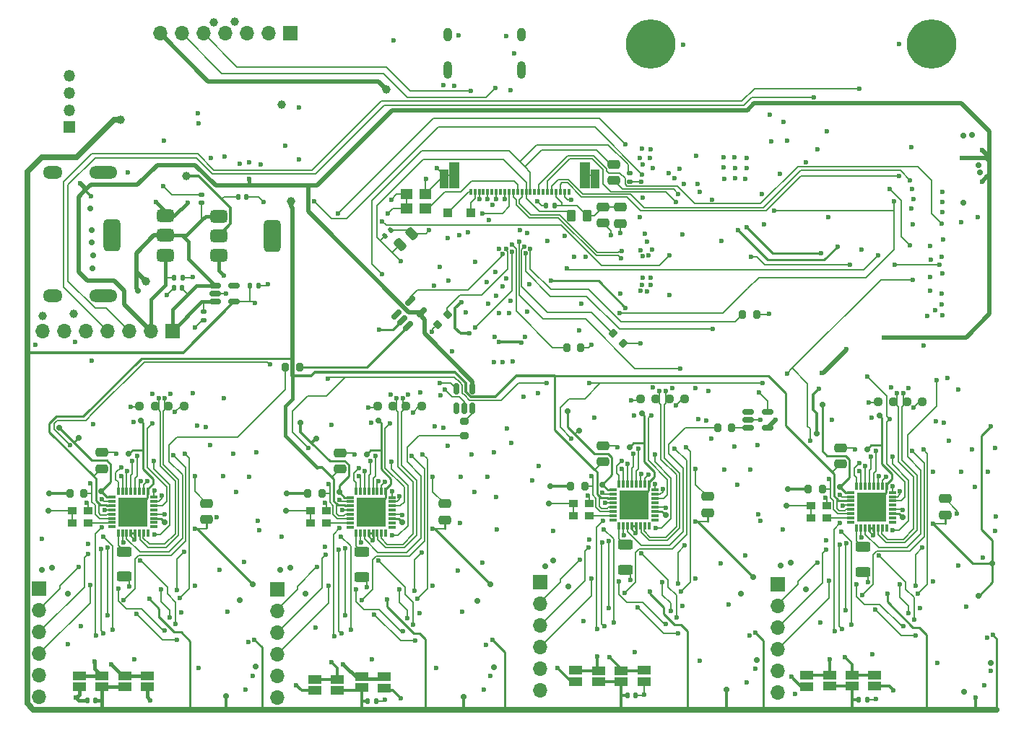
<source format=gbr>
%TF.GenerationSoftware,KiCad,Pcbnew,9.0.0*%
%TF.CreationDate,2026-01-02T12:40:45+01:00*%
%TF.ProjectId,camera,63616d65-7261-42e6-9b69-6361645f7063,rev?*%
%TF.SameCoordinates,Original*%
%TF.FileFunction,Copper,L4,Bot*%
%TF.FilePolarity,Positive*%
%FSLAX46Y46*%
G04 Gerber Fmt 4.6, Leading zero omitted, Abs format (unit mm)*
G04 Created by KiCad (PCBNEW 9.0.0) date 2026-01-02 12:40:45*
%MOMM*%
%LPD*%
G01*
G04 APERTURE LIST*
G04 Aperture macros list*
%AMRoundRect*
0 Rectangle with rounded corners*
0 $1 Rounding radius*
0 $2 $3 $4 $5 $6 $7 $8 $9 X,Y pos of 4 corners*
0 Add a 4 corners polygon primitive as box body*
4,1,4,$2,$3,$4,$5,$6,$7,$8,$9,$2,$3,0*
0 Add four circle primitives for the rounded corners*
1,1,$1+$1,$2,$3*
1,1,$1+$1,$4,$5*
1,1,$1+$1,$6,$7*
1,1,$1+$1,$8,$9*
0 Add four rect primitives between the rounded corners*
20,1,$1+$1,$2,$3,$4,$5,0*
20,1,$1+$1,$4,$5,$6,$7,0*
20,1,$1+$1,$6,$7,$8,$9,0*
20,1,$1+$1,$8,$9,$2,$3,0*%
G04 Aperture macros list end*
%TA.AperFunction,ComponentPad*%
%ADD10R,1.700000X1.700000*%
%TD*%
%TA.AperFunction,ComponentPad*%
%ADD11O,1.700000X1.700000*%
%TD*%
%TA.AperFunction,ComponentPad*%
%ADD12O,3.300000X1.500000*%
%TD*%
%TA.AperFunction,ComponentPad*%
%ADD13O,2.300000X1.500000*%
%TD*%
%TA.AperFunction,ComponentPad*%
%ADD14C,5.800000*%
%TD*%
%TA.AperFunction,ComponentPad*%
%ADD15R,1.350000X1.350000*%
%TD*%
%TA.AperFunction,ComponentPad*%
%ADD16O,1.350000X1.350000*%
%TD*%
%TA.AperFunction,HeatsinkPad*%
%ADD17O,1.000000X2.100000*%
%TD*%
%TA.AperFunction,HeatsinkPad*%
%ADD18O,1.000000X1.600000*%
%TD*%
%TA.AperFunction,SMDPad,CuDef*%
%ADD19RoundRect,0.237500X-0.250000X-0.237500X0.250000X-0.237500X0.250000X0.237500X-0.250000X0.237500X0*%
%TD*%
%TA.AperFunction,SMDPad,CuDef*%
%ADD20RoundRect,0.140000X0.021213X-0.219203X0.219203X-0.021213X-0.021213X0.219203X-0.219203X0.021213X0*%
%TD*%
%TA.AperFunction,SMDPad,CuDef*%
%ADD21RoundRect,0.200000X-0.200000X-0.275000X0.200000X-0.275000X0.200000X0.275000X-0.200000X0.275000X0*%
%TD*%
%TA.AperFunction,SMDPad,CuDef*%
%ADD22RoundRect,0.140000X0.140000X0.170000X-0.140000X0.170000X-0.140000X-0.170000X0.140000X-0.170000X0*%
%TD*%
%TA.AperFunction,SMDPad,CuDef*%
%ADD23RoundRect,0.250000X-0.475000X0.250000X-0.475000X-0.250000X0.475000X-0.250000X0.475000X0.250000X0*%
%TD*%
%TA.AperFunction,SMDPad,CuDef*%
%ADD24RoundRect,0.250000X-0.625000X0.312500X-0.625000X-0.312500X0.625000X-0.312500X0.625000X0.312500X0*%
%TD*%
%TA.AperFunction,SMDPad,CuDef*%
%ADD25R,1.000000X1.000000*%
%TD*%
%TA.AperFunction,SMDPad,CuDef*%
%ADD26R,1.500000X1.000000*%
%TD*%
%TA.AperFunction,SMDPad,CuDef*%
%ADD27R,1.050000X0.950000*%
%TD*%
%TA.AperFunction,SMDPad,CuDef*%
%ADD28RoundRect,0.140000X-0.140000X-0.170000X0.140000X-0.170000X0.140000X0.170000X-0.140000X0.170000X0*%
%TD*%
%TA.AperFunction,SMDPad,CuDef*%
%ADD29RoundRect,0.200000X0.200000X0.275000X-0.200000X0.275000X-0.200000X-0.275000X0.200000X-0.275000X0*%
%TD*%
%TA.AperFunction,SMDPad,CuDef*%
%ADD30RoundRect,0.140000X-0.170000X0.140000X-0.170000X-0.140000X0.170000X-0.140000X0.170000X0.140000X0*%
%TD*%
%TA.AperFunction,SMDPad,CuDef*%
%ADD31RoundRect,0.237500X0.250000X0.237500X-0.250000X0.237500X-0.250000X-0.237500X0.250000X-0.237500X0*%
%TD*%
%TA.AperFunction,SMDPad,CuDef*%
%ADD32RoundRect,0.250000X-0.159099X0.512652X-0.512652X0.159099X0.159099X-0.512652X0.512652X-0.159099X0*%
%TD*%
%TA.AperFunction,SMDPad,CuDef*%
%ADD33R,0.300000X0.800000*%
%TD*%
%TA.AperFunction,SMDPad,CuDef*%
%ADD34R,1.100000X2.200000*%
%TD*%
%TA.AperFunction,SMDPad,CuDef*%
%ADD35R,1.300000X3.050000*%
%TD*%
%TA.AperFunction,SMDPad,CuDef*%
%ADD36R,0.300000X0.850000*%
%TD*%
%TA.AperFunction,SMDPad,CuDef*%
%ADD37R,0.850000X0.300000*%
%TD*%
%TA.AperFunction,SMDPad,CuDef*%
%ADD38R,3.400000X3.400000*%
%TD*%
%TA.AperFunction,SMDPad,CuDef*%
%ADD39RoundRect,0.375000X-0.625000X-0.375000X0.625000X-0.375000X0.625000X0.375000X-0.625000X0.375000X0*%
%TD*%
%TA.AperFunction,SMDPad,CuDef*%
%ADD40RoundRect,0.500000X-0.500000X-1.400000X0.500000X-1.400000X0.500000X1.400000X-0.500000X1.400000X0*%
%TD*%
%TA.AperFunction,SMDPad,CuDef*%
%ADD41RoundRect,0.200000X0.335876X0.053033X0.053033X0.335876X-0.335876X-0.053033X-0.053033X-0.335876X0*%
%TD*%
%TA.AperFunction,SMDPad,CuDef*%
%ADD42RoundRect,0.200000X0.053033X-0.335876X0.335876X-0.053033X-0.053033X0.335876X-0.335876X0.053033X0*%
%TD*%
%TA.AperFunction,SMDPad,CuDef*%
%ADD43RoundRect,0.150000X-0.512500X-0.150000X0.512500X-0.150000X0.512500X0.150000X-0.512500X0.150000X0*%
%TD*%
%TA.AperFunction,SMDPad,CuDef*%
%ADD44RoundRect,0.150000X0.150000X-0.512500X0.150000X0.512500X-0.150000X0.512500X-0.150000X-0.512500X0*%
%TD*%
%TA.AperFunction,SMDPad,CuDef*%
%ADD45R,1.400000X1.200000*%
%TD*%
%TA.AperFunction,SMDPad,CuDef*%
%ADD46RoundRect,0.200000X0.275000X-0.200000X0.275000X0.200000X-0.275000X0.200000X-0.275000X-0.200000X0*%
%TD*%
%TA.AperFunction,SMDPad,CuDef*%
%ADD47RoundRect,0.250000X-0.262500X-0.450000X0.262500X-0.450000X0.262500X0.450000X-0.262500X0.450000X0*%
%TD*%
%TA.AperFunction,SMDPad,CuDef*%
%ADD48RoundRect,0.140000X0.170000X-0.140000X0.170000X0.140000X-0.170000X0.140000X-0.170000X-0.140000X0*%
%TD*%
%TA.AperFunction,SMDPad,CuDef*%
%ADD49RoundRect,0.375000X0.625000X0.375000X-0.625000X0.375000X-0.625000X-0.375000X0.625000X-0.375000X0*%
%TD*%
%TA.AperFunction,SMDPad,CuDef*%
%ADD50RoundRect,0.500000X0.500000X1.400000X-0.500000X1.400000X-0.500000X-1.400000X0.500000X-1.400000X0*%
%TD*%
%TA.AperFunction,SMDPad,CuDef*%
%ADD51RoundRect,0.150000X-0.256326X-0.468458X0.468458X0.256326X0.256326X0.468458X-0.468458X-0.256326X0*%
%TD*%
%TA.AperFunction,ViaPad*%
%ADD52C,0.600000*%
%TD*%
%TA.AperFunction,ViaPad*%
%ADD53C,1.000000*%
%TD*%
%TA.AperFunction,ViaPad*%
%ADD54C,0.700000*%
%TD*%
%TA.AperFunction,Conductor*%
%ADD55C,0.200000*%
%TD*%
%TA.AperFunction,Conductor*%
%ADD56C,0.240000*%
%TD*%
%TA.AperFunction,Conductor*%
%ADD57C,0.300000*%
%TD*%
%TA.AperFunction,Conductor*%
%ADD58C,0.400000*%
%TD*%
%TA.AperFunction,Conductor*%
%ADD59C,0.170000*%
%TD*%
%TA.AperFunction,Conductor*%
%ADD60C,0.700000*%
%TD*%
%TA.AperFunction,Conductor*%
%ADD61C,0.500000*%
%TD*%
%TA.AperFunction,Conductor*%
%ADD62C,0.220000*%
%TD*%
%TA.AperFunction,Conductor*%
%ADD63C,0.130000*%
%TD*%
G04 APERTURE END LIST*
D10*
%TO.P,J8,1,Pin_1*%
%TO.N,+3.3V*%
X73335000Y-36605000D03*
D11*
%TO.P,J8,2,Pin_2*%
%TO.N,/stm-camera0/SWO*%
X73335000Y-39145000D03*
%TO.P,J8,3,Pin_3*%
%TO.N,/stm-camera0/STM_RST*%
X73335000Y-41685000D03*
%TO.P,J8,4,Pin_4*%
%TO.N,/stm-camera0/SWCLK*%
X73335000Y-44225000D03*
%TO.P,J8,5,Pin_5*%
%TO.N,/stm-camera0/SWDIO*%
X73335000Y-46765000D03*
%TO.P,J8,6,Pin_6*%
%TO.N,GND*%
X73335000Y-49305000D03*
%TD*%
D12*
%TO.P,J3,SH,SH*%
%TO.N,GND*%
X80835000Y-2217000D03*
X80835000Y12283000D03*
D13*
X74875000Y-2217000D03*
X74875000Y12283000D03*
%TD*%
D14*
%TO.P,U3,SH1,MOUNTING_PADS*%
%TO.N,GND*%
X177975000Y27315000D03*
%TO.P,U3,SH3,MOUNTING_PADS*%
X144975000Y27315000D03*
%TD*%
D10*
%TO.P,J1,1,Pin_1*%
%TO.N,1.8v out*%
X102745000Y28595000D03*
D11*
%TO.P,J1,2,Pin_2*%
%TO.N,2.8v out*%
X100205000Y28595000D03*
%TO.P,J1,3,Pin_3*%
%TO.N,1.5v out*%
X97665000Y28595000D03*
%TO.P,J1,4,Pin_4*%
%TO.N,GND*%
X95125000Y28595000D03*
%TO.P,J1,5,Pin_5*%
%TO.N,/USBC-CC2*%
X92585000Y28595000D03*
%TO.P,J1,6,Pin_6*%
%TO.N,/USBC-CC1*%
X90045000Y28595000D03*
%TO.P,J1,7,Pin_7*%
%TO.N,/USBC-VBUS*%
X87505000Y28595000D03*
%TD*%
D15*
%TO.P,J16,1,Pin_1*%
%TO.N,+5V*%
X76815000Y17590000D03*
D16*
%TO.P,J16,2,Pin_2*%
%TO.N,/USB3_D+*%
X76815000Y19590000D03*
%TO.P,J16,3,Pin_3*%
%TO.N,/USB3_D-*%
X76815000Y21590000D03*
%TO.P,J16,4,Pin_4*%
%TO.N,GND*%
X76815000Y23590000D03*
%TD*%
D10*
%TO.P,J2,1,Pin_1*%
%TO.N,+3.3V*%
X88955000Y-6330000D03*
D11*
%TO.P,J2,2,Pin_2*%
%TO.N,+5V*%
X86415000Y-6330000D03*
%TO.P,J2,3,Pin_3*%
%TO.N,/power SCL*%
X83875000Y-6330000D03*
%TO.P,J2,4,Pin_4*%
%TO.N,/power SDA*%
X81335000Y-6330000D03*
%TO.P,J2,5,Pin_5*%
%TO.N,unconnected-(J2-Pin_5-Pad5)*%
X78795000Y-6330000D03*
%TO.P,J2,6,Pin_6*%
%TO.N,GND*%
X76255000Y-6330000D03*
%TO.P,J2,7,Pin_7*%
X73715000Y-6330000D03*
%TD*%
D10*
%TO.P,J10,1,Pin_1*%
%TO.N,+3.3V*%
X132062500Y-35802500D03*
D11*
%TO.P,J10,2,Pin_2*%
%TO.N,/stm-camera1/SWO*%
X132062500Y-38342500D03*
%TO.P,J10,3,Pin_3*%
%TO.N,/stm-camera1/STM_RST*%
X132062500Y-40882500D03*
%TO.P,J10,4,Pin_4*%
%TO.N,/stm-camera1/SWCLK*%
X132062500Y-43422500D03*
%TO.P,J10,5,Pin_5*%
%TO.N,/stm-camera1/SWDIO*%
X132062500Y-45962500D03*
%TO.P,J10,6,Pin_6*%
%TO.N,GND*%
X132062500Y-48502500D03*
%TD*%
D10*
%TO.P,J14,1,Pin_1*%
%TO.N,+3.3V*%
X159911101Y-36070618D03*
D11*
%TO.P,J14,2,Pin_2*%
%TO.N,/stm-camera3/SWO*%
X159911101Y-38610618D03*
%TO.P,J14,3,Pin_3*%
%TO.N,/stm-camera3/STM_RST*%
X159911101Y-41150618D03*
%TO.P,J14,4,Pin_4*%
%TO.N,/stm-camera3/SWCLK*%
X159911101Y-43690618D03*
%TO.P,J14,5,Pin_5*%
%TO.N,/stm-camera3/SWDIO*%
X159911101Y-46230618D03*
%TO.P,J14,6,Pin_6*%
%TO.N,GND*%
X159911101Y-48770618D03*
%TD*%
D10*
%TO.P,J12,1,Pin_1*%
%TO.N,+3.3V*%
X101220000Y-36655000D03*
D11*
%TO.P,J12,2,Pin_2*%
%TO.N,/stm-camera2/SWO*%
X101220000Y-39195000D03*
%TO.P,J12,3,Pin_3*%
%TO.N,/stm-camera2/STM_RST*%
X101220000Y-41735000D03*
%TO.P,J12,4,Pin_4*%
%TO.N,/stm-camera2/SWCLK*%
X101220000Y-44275000D03*
%TO.P,J12,5,Pin_5*%
%TO.N,/stm-camera2/SWDIO*%
X101220000Y-46815000D03*
%TO.P,J12,6,Pin_6*%
%TO.N,GND*%
X101220000Y-49355000D03*
%TD*%
D17*
%TO.P,J4,S1,SHIELD*%
%TO.N,GND*%
X129855000Y24285000D03*
D18*
X129855000Y28465000D03*
D17*
X121215000Y24285000D03*
D18*
X121215000Y28465000D03*
%TD*%
D19*
%TO.P,R59,1*%
%TO.N,/stm-camera2/BACKUP_USB_D+*%
X112972500Y-15188899D03*
%TO.P,R59,2*%
%TO.N,/STM32_1_USB_D+*%
X114797500Y-15188899D03*
%TD*%
D20*
%TO.P,C136,1*%
%TO.N,2.8v out*%
X113855000Y4825000D03*
%TO.P,C136,2*%
%TO.N,GND*%
X114533822Y5503822D03*
%TD*%
D21*
%TO.P,R27,1*%
%TO.N,Net-(IC2-VBUS)*%
X102175000Y-10590000D03*
%TO.P,R27,2*%
%TO.N,/STM32_0_USB_VBUS*%
X103825000Y-10590000D03*
%TD*%
D22*
%TO.P,C32,1*%
%TO.N,2.8v out*%
X79920000Y-49715000D03*
%TO.P,C32,2*%
%TO.N,GND*%
X78960000Y-49715000D03*
%TD*%
D23*
%TO.P,C132,1*%
%TO.N,/MIPI_AVDD*%
X141435000Y8195000D03*
%TO.P,C132,2*%
%TO.N,GND*%
X141435000Y6295000D03*
%TD*%
D24*
%TO.P,R52,1*%
%TO.N,Net-(IC5-RBIAS)*%
X169871101Y-31678118D03*
%TO.P,R52,2*%
%TO.N,GND*%
X169871101Y-34603118D03*
%TD*%
D25*
%TO.P,TP6,1,1*%
%TO.N,/MIPI_AF_VDD*%
X123900000Y7535000D03*
%TD*%
D24*
%TO.P,R36,1*%
%TO.N,Net-(IC3-RBIAS)*%
X142022500Y-31410000D03*
%TO.P,R36,2*%
%TO.N,GND*%
X142022500Y-34335000D03*
%TD*%
D23*
%TO.P,C97,1*%
%TO.N,GND*%
X120843899Y-26603899D03*
%TO.P,C97,2*%
%TO.N,+3.3V*%
X120843899Y-28503899D03*
%TD*%
D26*
%TO.P,JP10,1,A*%
%TO.N,/stm-camera1/AFVDD2.8V*%
X138895000Y-46205000D03*
%TO.P,JP10,2,B*%
%TO.N,2.8v out*%
X138895000Y-47505000D03*
%TD*%
D23*
%TO.P,C131,1*%
%TO.N,/MIPI_AVDD*%
X139400000Y8255000D03*
%TO.P,C131,2*%
%TO.N,GND*%
X139400000Y6355000D03*
%TD*%
D26*
%TO.P,JP4,1,A*%
%TO.N,Net-(JP4-A)*%
X171290000Y-46730000D03*
%TO.P,JP4,2,B*%
%TO.N,GND*%
X171290000Y-48030000D03*
%TD*%
%TO.P,JP12,1,A*%
%TO.N,/stm-camera3/AFVDD2.8V*%
X165995000Y-46730000D03*
%TO.P,JP12,2,B*%
%TO.N,2.8v out*%
X165995000Y-48030000D03*
%TD*%
D27*
%TO.P,Y6,1,OE*%
%TO.N,+3.3V*%
X77225000Y-27385000D03*
%TO.P,Y6,2,GND*%
%TO.N,GND*%
X79075000Y-27385000D03*
%TO.P,Y6,3,OUT*%
%TO.N,Net-(IC2-REFCLK)*%
X79075000Y-28835000D03*
%TO.P,Y6,4,Vcc*%
%TO.N,+3.3V*%
X77225000Y-28835000D03*
%TD*%
D23*
%TO.P,C74,1*%
%TO.N,GND*%
X151686399Y-25751399D03*
%TO.P,C74,2*%
%TO.N,+3.3V*%
X151686399Y-27651399D03*
%TD*%
D28*
%TO.P,C13,1*%
%TO.N,2.8v out*%
X98060000Y-1035000D03*
%TO.P,C13,2*%
%TO.N,GND*%
X99020000Y-1035000D03*
%TD*%
D29*
%TO.P,R61,1*%
%TO.N,+3.3V*%
X157420000Y-4435000D03*
%TO.P,R61,2*%
%TO.N,Net-(IC1-OCI4B)*%
X155770000Y-4435000D03*
%TD*%
D26*
%TO.P,JP8,1,A*%
%TO.N,Net-(JP4-A)*%
X168640000Y-46730000D03*
%TO.P,JP8,2,B*%
%TO.N,2.8v out*%
X168640000Y-48030000D03*
%TD*%
D30*
%TO.P,C133,1*%
%TO.N,1.5v out*%
X142515000Y12170000D03*
%TO.P,C133,2*%
%TO.N,GND*%
X142515000Y11210000D03*
%TD*%
D28*
%TO.P,C101,1*%
%TO.N,2.8v out*%
X169435000Y-49645000D03*
%TO.P,C101,2*%
%TO.N,GND*%
X170395000Y-49645000D03*
%TD*%
D31*
%TO.P,R56,1*%
%TO.N,/stm-camera3/BACKUP_USB_D-*%
X176858601Y-14604517D03*
%TO.P,R56,2*%
%TO.N,/STM32_3_USB_D-*%
X175033601Y-14604517D03*
%TD*%
D32*
%TO.P,C135,1*%
%TO.N,GND*%
X116966751Y5126751D03*
%TO.P,C135,2*%
%TO.N,2.8v out*%
X115623249Y3783249D03*
%TD*%
D33*
%TO.P,J15,1,1*%
%TO.N,/MIPI_AF_GND*%
X123910000Y10020000D03*
%TO.P,J15,2,2*%
%TO.N,/MIPI_AF_VDD*%
X124410000Y10020000D03*
%TO.P,J15,3,3*%
%TO.N,/MIPI_MDN0*%
X124910000Y10020000D03*
%TO.P,J15,4,4*%
%TO.N,unconnected-(J15-Pad4)*%
X125410000Y10020000D03*
%TO.P,J15,5,5*%
%TO.N,/MIPI_MDP0*%
X125910000Y10020000D03*
%TO.P,J15,6,6*%
%TO.N,unconnected-(J15-Pad6)*%
X126410000Y10020000D03*
%TO.P,J15,7,7*%
%TO.N,/MIPI_MCN*%
X126910000Y10020000D03*
%TO.P,J15,8,8*%
%TO.N,unconnected-(J15-Pad8)*%
X127410000Y10020000D03*
%TO.P,J15,9,9*%
%TO.N,/MIPI_MCP*%
X127910000Y10020000D03*
%TO.P,J15,10,10*%
%TO.N,GND*%
X128410000Y10020000D03*
%TO.P,J15,11,11*%
%TO.N,/MIPI_MDN1*%
X128910000Y10020000D03*
%TO.P,J15,12,12*%
%TO.N,/MCLK*%
X129410000Y10020000D03*
%TO.P,J15,13,13*%
%TO.N,/MIPI_MDP1*%
X129910000Y10020000D03*
%TO.P,J15,14,14*%
%TO.N,2.8v out*%
X130410000Y10020000D03*
%TO.P,J15,15,15*%
%TO.N,1.5v out*%
X130910000Y10020000D03*
%TO.P,J15,16,16*%
%TO.N,unconnected-(J15-Pad16)*%
X131410000Y10020000D03*
%TO.P,J15,17,17*%
%TO.N,/MIPI_CMPDNF*%
X131910000Y10020000D03*
%TO.P,J15,18,18*%
%TO.N,unconnected-(J15-Pad18)*%
X132410000Y10020000D03*
%TO.P,J15,19,19*%
%TO.N,/MIPI_RESET*%
X132910000Y10020000D03*
%TO.P,J15,20,20*%
%TO.N,/MIPI_SCL*%
X133410000Y10020000D03*
%TO.P,J15,21,21*%
%TO.N,/MIPI_AVDD*%
X133910000Y10020000D03*
%TO.P,J15,22,22*%
%TO.N,/MIPI_SDA*%
X134410000Y10020000D03*
%TO.P,J15,23,23*%
%TO.N,GND*%
X134910000Y10020000D03*
%TO.P,J15,24,24*%
%TO.N,unconnected-(J15-Pad24)*%
X135410000Y10020000D03*
D34*
%TO.P,J15,AMP1,AMP1*%
%TO.N,GND*%
X120810000Y11520000D03*
%TO.P,J15,AMP2,AMP2*%
%TO.N,unconnected-(J15-PadAMP2)*%
X138510000Y11520000D03*
D35*
%TO.P,J15,MP1,MP1*%
%TO.N,GND*%
X122010000Y11945000D03*
%TO.P,J15,MP2,MP2*%
%TO.N,unconnected-(J15-PadMP2)*%
X137310000Y11945000D03*
%TD*%
D28*
%TO.P,C78,1*%
%TO.N,2.8v out*%
X111840000Y-49765000D03*
%TO.P,C78,2*%
%TO.N,GND*%
X112800000Y-49765000D03*
%TD*%
D31*
%TO.P,R53,1*%
%TO.N,/stm-camera0/BACKUP_USB_D-*%
X90282500Y-15138899D03*
%TO.P,R53,2*%
%TO.N,/STM32_0_USB_D-*%
X88457500Y-15138899D03*
%TD*%
D36*
%TO.P,IC3,1,CLKOUT*%
%TO.N,/stm-camera1/STMPHY_CLKOUT*%
X141307500Y-24312500D03*
%TO.P,IC3,2,NXT*%
%TO.N,/stm-camera1/STMPHY_NXT*%
X141807500Y-24312500D03*
%TO.P,IC3,3,DATA0*%
%TO.N,/stm-camera1/STMPHY_D0*%
X142307500Y-24312500D03*
%TO.P,IC3,4,DATA1*%
%TO.N,/stm-camera1/STMPHY_D1*%
X142807500Y-24312500D03*
%TO.P,IC3,5,DATA2*%
%TO.N,/stm-camera1/STMPHY_D2*%
X143307500Y-24312500D03*
%TO.P,IC3,6,DATA3*%
%TO.N,/stm-camera1/STMPHY_D3*%
X143807500Y-24312500D03*
%TO.P,IC3,7,DATA4*%
%TO.N,/stm-camera1/STMPHY_D4*%
X144307500Y-24312500D03*
%TO.P,IC3,8,REFSEL0*%
%TO.N,GND*%
X144807500Y-24312500D03*
D37*
%TO.P,IC3,9,DATA5*%
%TO.N,/stm-camera1/STMPHY_D5*%
X145507500Y-25012500D03*
%TO.P,IC3,10,DATA6*%
%TO.N,/stm-camera1/STMPHY_D6*%
X145507500Y-25512500D03*
%TO.P,IC3,11,REFSEL1*%
%TO.N,+3.3V*%
X145507500Y-26012500D03*
%TO.P,IC3,12,N/C*%
%TO.N,unconnected-(IC3-N{slash}C-Pad12)*%
X145507500Y-26512500D03*
%TO.P,IC3,13,DATA7*%
%TO.N,/stm-camera1/STMPHY_D7*%
X145507500Y-27012500D03*
%TO.P,IC3,14,REFSEL2*%
%TO.N,+3.3V*%
X145507500Y-27512500D03*
%TO.P,IC3,15,SPK_L*%
%TO.N,unconnected-(IC3-SPK_L-Pad15)*%
X145507500Y-28012500D03*
%TO.P,IC3,16,SPK_R*%
%TO.N,unconnected-(IC3-SPK_R-Pad16)*%
X145507500Y-28512500D03*
D36*
%TO.P,IC3,17,CPEN*%
%TO.N,unconnected-(IC3-CPEN-Pad17)*%
X144807500Y-29212500D03*
%TO.P,IC3,18,DP*%
%TO.N,/STM32_2_USB_D+*%
X144307500Y-29212500D03*
%TO.P,IC3,19,DM*%
%TO.N,/STM32_2_USB_D-*%
X143807500Y-29212500D03*
%TO.P,IC3,20,VDD33*%
%TO.N,+3.3V*%
X143307500Y-29212500D03*
%TO.P,IC3,21,VBAT*%
X142807500Y-29212500D03*
%TO.P,IC3,22,VBUS*%
%TO.N,Net-(IC3-VBUS)*%
X142307500Y-29212500D03*
%TO.P,IC3,23,ID*%
%TO.N,/stm-camera1/STMPHY_OP_ID*%
X141807500Y-29212500D03*
%TO.P,IC3,24,RBIAS*%
%TO.N,Net-(IC3-RBIAS)*%
X141307500Y-29212500D03*
D37*
%TO.P,IC3,25,XO*%
%TO.N,unconnected-(IC3-XO-Pad25)*%
X140607500Y-28512500D03*
%TO.P,IC3,26,REFCLK*%
%TO.N,Net-(IC3-REFCLK)*%
X140607500Y-28012500D03*
%TO.P,IC3,27,RESETB*%
%TO.N,/stm-camera1/PHY-RESETB*%
X140607500Y-27512500D03*
%TO.P,IC3,28,VDD18_1*%
%TO.N,1.8v out*%
X140607500Y-27012500D03*
%TO.P,IC3,29,STP*%
%TO.N,/stm-camera1/STMPHY_STP*%
X140607500Y-26512500D03*
%TO.P,IC3,30,VDD18_2*%
%TO.N,1.8v out*%
X140607500Y-26012500D03*
%TO.P,IC3,31,DIR*%
%TO.N,/stm-camera1/STMPHY_DIR*%
X140607500Y-25512500D03*
%TO.P,IC3,32,VDDIO*%
%TO.N,+3.3V*%
X140607500Y-25012500D03*
D38*
%TO.P,IC3,33,EP*%
%TO.N,GND*%
X143057500Y-26762500D03*
%TD*%
D27*
%TO.P,Y15,1,OE*%
%TO.N,+3.3V*%
X163801101Y-26850618D03*
%TO.P,Y15,2,GND*%
%TO.N,GND*%
X165651101Y-26850618D03*
%TO.P,Y15,3,OUT*%
%TO.N,Net-(IC5-REFCLK)*%
X165651101Y-28300618D03*
%TO.P,Y15,4,Vcc*%
%TO.N,+3.3V*%
X163801101Y-28300618D03*
%TD*%
D26*
%TO.P,JP11,1,A*%
%TO.N,/stm-camera2/AFVDD2.8V*%
X108285000Y-47225000D03*
%TO.P,JP11,2,B*%
%TO.N,2.8v out*%
X108285000Y-48525000D03*
%TD*%
D23*
%TO.P,C96,1*%
%TO.N,GND*%
X108565000Y-20630000D03*
%TO.P,C96,2*%
%TO.N,1.8v out*%
X108565000Y-22530000D03*
%TD*%
%TO.P,C119,1*%
%TO.N,GND*%
X167256101Y-20045618D03*
%TO.P,C119,2*%
%TO.N,1.8v out*%
X167256101Y-21945618D03*
%TD*%
D31*
%TO.P,R54,1*%
%TO.N,/stm-camera1/BACKUP_USB_D-*%
X149010000Y-14336399D03*
%TO.P,R54,2*%
%TO.N,/STM32_2_USB_D-*%
X147185000Y-14336399D03*
%TD*%
D28*
%TO.P,C8,1*%
%TO.N,+5V*%
X89155000Y-100000D03*
%TO.P,C8,2*%
%TO.N,GND*%
X90115000Y-100000D03*
%TD*%
D31*
%TO.P,R55,1*%
%TO.N,/stm-camera2/BACKUP_USB_D-*%
X118167500Y-15188899D03*
%TO.P,R55,2*%
%TO.N,/STM32_1_USB_D-*%
X116342500Y-15188899D03*
%TD*%
D23*
%TO.P,C51,1*%
%TO.N,GND*%
X92958899Y-26553899D03*
%TO.P,C51,2*%
%TO.N,+3.3V*%
X92958899Y-28453899D03*
%TD*%
%TO.P,C134,1*%
%TO.N,1.5v out*%
X140685000Y13225000D03*
%TO.P,C134,2*%
%TO.N,GND*%
X140685000Y11325000D03*
%TD*%
D39*
%TO.P,U5,1,GND*%
%TO.N,GND*%
X94350000Y2535000D03*
%TO.P,U5,2,VO*%
%TO.N,1.5v out*%
X94350000Y4835000D03*
%TO.P,U5,3,VI*%
%TO.N,+3.3V*%
X94350000Y7135000D03*
D40*
%TO.P,U5,4*%
%TO.N,N/C*%
X100650000Y4835000D03*
%TD*%
D28*
%TO.P,C55,1*%
%TO.N,2.8v out*%
X142260000Y-49120000D03*
%TO.P,C55,2*%
%TO.N,GND*%
X143220000Y-49120000D03*
%TD*%
D26*
%TO.P,JP14,1,A*%
%TO.N,/stm-camera1/AFVDD2.8V*%
X136245000Y-46175000D03*
%TO.P,JP14,2,B*%
%TO.N,GND*%
X136245000Y-47475000D03*
%TD*%
D36*
%TO.P,IC2,1,CLKOUT*%
%TO.N,/stm-camera0/STMPHY_CLKOUT*%
X82580000Y-25115000D03*
%TO.P,IC2,2,NXT*%
%TO.N,/stm-camera0/STMPHY_NXT*%
X83080000Y-25115000D03*
%TO.P,IC2,3,DATA0*%
%TO.N,/stm-camera0/STMPHY_D0*%
X83580000Y-25115000D03*
%TO.P,IC2,4,DATA1*%
%TO.N,/stm-camera0/STMPHY_D1*%
X84080000Y-25115000D03*
%TO.P,IC2,5,DATA2*%
%TO.N,/stm-camera0/STMPHY_D2*%
X84580000Y-25115000D03*
%TO.P,IC2,6,DATA3*%
%TO.N,/stm-camera0/STMPHY_D3*%
X85080000Y-25115000D03*
%TO.P,IC2,7,DATA4*%
%TO.N,/stm-camera0/STMPHY_D4*%
X85580000Y-25115000D03*
%TO.P,IC2,8,REFSEL0*%
%TO.N,GND*%
X86080000Y-25115000D03*
D37*
%TO.P,IC2,9,DATA5*%
%TO.N,/stm-camera0/STMPHY_D5*%
X86780000Y-25815000D03*
%TO.P,IC2,10,DATA6*%
%TO.N,/stm-camera0/STMPHY_D6*%
X86780000Y-26315000D03*
%TO.P,IC2,11,REFSEL1*%
%TO.N,+3.3V*%
X86780000Y-26815000D03*
%TO.P,IC2,12,N/C*%
%TO.N,unconnected-(IC2-N{slash}C-Pad12)*%
X86780000Y-27315000D03*
%TO.P,IC2,13,DATA7*%
%TO.N,/stm-camera0/STMPHY_D7*%
X86780000Y-27815000D03*
%TO.P,IC2,14,REFSEL2*%
%TO.N,+3.3V*%
X86780000Y-28315000D03*
%TO.P,IC2,15,SPK_L*%
%TO.N,unconnected-(IC2-SPK_L-Pad15)*%
X86780000Y-28815000D03*
%TO.P,IC2,16,SPK_R*%
%TO.N,unconnected-(IC2-SPK_R-Pad16)*%
X86780000Y-29315000D03*
D36*
%TO.P,IC2,17,CPEN*%
%TO.N,unconnected-(IC2-CPEN-Pad17)*%
X86080000Y-30015000D03*
%TO.P,IC2,18,DP*%
%TO.N,/STM32_0_USB_D+*%
X85580000Y-30015000D03*
%TO.P,IC2,19,DM*%
%TO.N,/STM32_0_USB_D-*%
X85080000Y-30015000D03*
%TO.P,IC2,20,VDD33*%
%TO.N,+3.3V*%
X84580000Y-30015000D03*
%TO.P,IC2,21,VBAT*%
X84080000Y-30015000D03*
%TO.P,IC2,22,VBUS*%
%TO.N,Net-(IC2-VBUS)*%
X83580000Y-30015000D03*
%TO.P,IC2,23,ID*%
%TO.N,/stm-camera0/STMPHY_OP_ID*%
X83080000Y-30015000D03*
%TO.P,IC2,24,RBIAS*%
%TO.N,Net-(IC2-RBIAS)*%
X82580000Y-30015000D03*
D37*
%TO.P,IC2,25,XO*%
%TO.N,unconnected-(IC2-XO-Pad25)*%
X81880000Y-29315000D03*
%TO.P,IC2,26,REFCLK*%
%TO.N,Net-(IC2-REFCLK)*%
X81880000Y-28815000D03*
%TO.P,IC2,27,RESETB*%
%TO.N,/stm-camera0/PHY-RESETB*%
X81880000Y-28315000D03*
%TO.P,IC2,28,VDD18_1*%
%TO.N,1.8v out*%
X81880000Y-27815000D03*
%TO.P,IC2,29,STP*%
%TO.N,/stm-camera0/STMPHY_STP*%
X81880000Y-27315000D03*
%TO.P,IC2,30,VDD18_2*%
%TO.N,1.8v out*%
X81880000Y-26815000D03*
%TO.P,IC2,31,DIR*%
%TO.N,/stm-camera0/STMPHY_DIR*%
X81880000Y-26315000D03*
%TO.P,IC2,32,VDDIO*%
%TO.N,+3.3V*%
X81880000Y-25815000D03*
D38*
%TO.P,IC2,33,EP*%
%TO.N,GND*%
X84330000Y-27565000D03*
%TD*%
D19*
%TO.P,R60,1*%
%TO.N,/stm-camera3/BACKUP_USB_D+*%
X171663601Y-14604517D03*
%TO.P,R60,2*%
%TO.N,/STM32_3_USB_D+*%
X173488601Y-14604517D03*
%TD*%
D26*
%TO.P,JP9,1,A*%
%TO.N,/stm-camera0/AFVDD2.8V*%
X80695000Y-46810000D03*
%TO.P,JP9,2,B*%
%TO.N,2.8v out*%
X80695000Y-48110000D03*
%TD*%
D29*
%TO.P,R42,1*%
%TO.N,/stm-camera2/PHY-RESETB*%
X106455000Y-25430000D03*
%TO.P,R42,2*%
%TO.N,+3.3V*%
X104805000Y-25430000D03*
%TD*%
D27*
%TO.P,Y9,1,OE*%
%TO.N,+3.3V*%
X135952500Y-26582500D03*
%TO.P,Y9,2,GND*%
%TO.N,GND*%
X137802500Y-26582500D03*
%TO.P,Y9,3,OUT*%
%TO.N,Net-(IC3-REFCLK)*%
X137802500Y-28032500D03*
%TO.P,Y9,4,Vcc*%
%TO.N,+3.3V*%
X135952500Y-28032500D03*
%TD*%
D29*
%TO.P,R34,1*%
%TO.N,/stm-camera1/PHY-RESETB*%
X137297500Y-24577500D03*
%TO.P,R34,2*%
%TO.N,+3.3V*%
X135647500Y-24577500D03*
%TD*%
D26*
%TO.P,JP1,1,A*%
%TO.N,Net-(JP1-A)*%
X85970000Y-46815000D03*
%TO.P,JP1,2,B*%
%TO.N,GND*%
X85970000Y-48115000D03*
%TD*%
D36*
%TO.P,IC5,1,CLKOUT*%
%TO.N,/stm-camera3/STMPHY_CLKOUT*%
X169156101Y-24580618D03*
%TO.P,IC5,2,NXT*%
%TO.N,/stm-camera3/STMPHY_NXT*%
X169656101Y-24580618D03*
%TO.P,IC5,3,DATA0*%
%TO.N,/stm-camera3/STMPHY_D0*%
X170156101Y-24580618D03*
%TO.P,IC5,4,DATA1*%
%TO.N,/stm-camera3/STMPHY_D1*%
X170656101Y-24580618D03*
%TO.P,IC5,5,DATA2*%
%TO.N,/stm-camera3/STMPHY_D2*%
X171156101Y-24580618D03*
%TO.P,IC5,6,DATA3*%
%TO.N,/stm-camera3/STMPHY_D3*%
X171656101Y-24580618D03*
%TO.P,IC5,7,DATA4*%
%TO.N,/stm-camera3/STMPHY_D4*%
X172156101Y-24580618D03*
%TO.P,IC5,8,REFSEL0*%
%TO.N,GND*%
X172656101Y-24580618D03*
D37*
%TO.P,IC5,9,DATA5*%
%TO.N,/stm-camera3/STMPHY_D5*%
X173356101Y-25280618D03*
%TO.P,IC5,10,DATA6*%
%TO.N,/stm-camera3/STMPHY_D6*%
X173356101Y-25780618D03*
%TO.P,IC5,11,REFSEL1*%
%TO.N,+3.3V*%
X173356101Y-26280618D03*
%TO.P,IC5,12,N/C*%
%TO.N,unconnected-(IC5-N{slash}C-Pad12)*%
X173356101Y-26780618D03*
%TO.P,IC5,13,DATA7*%
%TO.N,/stm-camera3/STMPHY_D7*%
X173356101Y-27280618D03*
%TO.P,IC5,14,REFSEL2*%
%TO.N,+3.3V*%
X173356101Y-27780618D03*
%TO.P,IC5,15,SPK_L*%
%TO.N,unconnected-(IC5-SPK_L-Pad15)*%
X173356101Y-28280618D03*
%TO.P,IC5,16,SPK_R*%
%TO.N,unconnected-(IC5-SPK_R-Pad16)*%
X173356101Y-28780618D03*
D36*
%TO.P,IC5,17,CPEN*%
%TO.N,unconnected-(IC5-CPEN-Pad17)*%
X172656101Y-29480618D03*
%TO.P,IC5,18,DP*%
%TO.N,/STM32_3_USB_D+*%
X172156101Y-29480618D03*
%TO.P,IC5,19,DM*%
%TO.N,/STM32_3_USB_D-*%
X171656101Y-29480618D03*
%TO.P,IC5,20,VDD33*%
%TO.N,+3.3V*%
X171156101Y-29480618D03*
%TO.P,IC5,21,VBAT*%
X170656101Y-29480618D03*
%TO.P,IC5,22,VBUS*%
%TO.N,Net-(IC5-VBUS)*%
X170156101Y-29480618D03*
%TO.P,IC5,23,ID*%
%TO.N,/stm-camera3/STMPHY_OP_ID*%
X169656101Y-29480618D03*
%TO.P,IC5,24,RBIAS*%
%TO.N,Net-(IC5-RBIAS)*%
X169156101Y-29480618D03*
D37*
%TO.P,IC5,25,XO*%
%TO.N,unconnected-(IC5-XO-Pad25)*%
X168456101Y-28780618D03*
%TO.P,IC5,26,REFCLK*%
%TO.N,Net-(IC5-REFCLK)*%
X168456101Y-28280618D03*
%TO.P,IC5,27,RESETB*%
%TO.N,/stm-camera3/PHY-RESETB*%
X168456101Y-27780618D03*
%TO.P,IC5,28,VDD18_1*%
%TO.N,1.8v out*%
X168456101Y-27280618D03*
%TO.P,IC5,29,STP*%
%TO.N,/stm-camera3/STMPHY_STP*%
X168456101Y-26780618D03*
%TO.P,IC5,30,VDD18_2*%
%TO.N,1.8v out*%
X168456101Y-26280618D03*
%TO.P,IC5,31,DIR*%
%TO.N,/stm-camera3/STMPHY_DIR*%
X168456101Y-25780618D03*
%TO.P,IC5,32,VDDIO*%
%TO.N,+3.3V*%
X168456101Y-25280618D03*
D38*
%TO.P,IC5,33,EP*%
%TO.N,GND*%
X170906101Y-27030618D03*
%TD*%
D26*
%TO.P,JP5,1,A*%
%TO.N,Net-(JP1-A)*%
X83385000Y-46795000D03*
%TO.P,JP5,2,B*%
%TO.N,2.8v out*%
X83385000Y-48095000D03*
%TD*%
D22*
%TO.P,C130,1*%
%TO.N,/MIPI_AVDD*%
X133725000Y8385000D03*
%TO.P,C130,2*%
%TO.N,GND*%
X132765000Y8385000D03*
%TD*%
D41*
%TO.P,R62,1*%
%TO.N,+3.3V*%
X141775000Y-7780000D03*
%TO.P,R62,2*%
%TO.N,Net-(IC1-OCI3B)*%
X140608274Y-6613274D03*
%TD*%
D19*
%TO.P,R57,1*%
%TO.N,/stm-camera0/BACKUP_USB_D+*%
X85087500Y-15138899D03*
%TO.P,R57,2*%
%TO.N,/STM32_0_USB_D+*%
X86912500Y-15138899D03*
%TD*%
D26*
%TO.P,JP13,1,A*%
%TO.N,/stm-camera0/AFVDD2.8V*%
X78000000Y-46815000D03*
%TO.P,JP13,2,B*%
%TO.N,GND*%
X78000000Y-48115000D03*
%TD*%
D23*
%TO.P,C73,1*%
%TO.N,GND*%
X139407500Y-19777500D03*
%TO.P,C73,2*%
%TO.N,1.8v out*%
X139407500Y-21677500D03*
%TD*%
D36*
%TO.P,IC4,1,CLKOUT*%
%TO.N,/stm-camera2/STMPHY_CLKOUT*%
X110465000Y-25165000D03*
%TO.P,IC4,2,NXT*%
%TO.N,/stm-camera2/STMPHY_NXT*%
X110965000Y-25165000D03*
%TO.P,IC4,3,DATA0*%
%TO.N,/stm-camera2/STMPHY_D0*%
X111465000Y-25165000D03*
%TO.P,IC4,4,DATA1*%
%TO.N,/stm-camera2/STMPHY_D1*%
X111965000Y-25165000D03*
%TO.P,IC4,5,DATA2*%
%TO.N,/stm-camera2/STMPHY_D2*%
X112465000Y-25165000D03*
%TO.P,IC4,6,DATA3*%
%TO.N,/stm-camera2/STMPHY_D3*%
X112965000Y-25165000D03*
%TO.P,IC4,7,DATA4*%
%TO.N,/stm-camera2/STMPHY_D4*%
X113465000Y-25165000D03*
%TO.P,IC4,8,REFSEL0*%
%TO.N,GND*%
X113965000Y-25165000D03*
D37*
%TO.P,IC4,9,DATA5*%
%TO.N,/stm-camera2/STMPHY_D5*%
X114665000Y-25865000D03*
%TO.P,IC4,10,DATA6*%
%TO.N,/stm-camera2/STMPHY_D6*%
X114665000Y-26365000D03*
%TO.P,IC4,11,REFSEL1*%
%TO.N,+3.3V*%
X114665000Y-26865000D03*
%TO.P,IC4,12,N/C*%
%TO.N,unconnected-(IC4-N{slash}C-Pad12)*%
X114665000Y-27365000D03*
%TO.P,IC4,13,DATA7*%
%TO.N,/stm-camera2/STMPHY_D7*%
X114665000Y-27865000D03*
%TO.P,IC4,14,REFSEL2*%
%TO.N,+3.3V*%
X114665000Y-28365000D03*
%TO.P,IC4,15,SPK_L*%
%TO.N,unconnected-(IC4-SPK_L-Pad15)*%
X114665000Y-28865000D03*
%TO.P,IC4,16,SPK_R*%
%TO.N,unconnected-(IC4-SPK_R-Pad16)*%
X114665000Y-29365000D03*
D36*
%TO.P,IC4,17,CPEN*%
%TO.N,unconnected-(IC4-CPEN-Pad17)*%
X113965000Y-30065000D03*
%TO.P,IC4,18,DP*%
%TO.N,/STM32_1_USB_D+*%
X113465000Y-30065000D03*
%TO.P,IC4,19,DM*%
%TO.N,/STM32_1_USB_D-*%
X112965000Y-30065000D03*
%TO.P,IC4,20,VDD33*%
%TO.N,+3.3V*%
X112465000Y-30065000D03*
%TO.P,IC4,21,VBAT*%
X111965000Y-30065000D03*
%TO.P,IC4,22,VBUS*%
%TO.N,Net-(IC4-VBUS)*%
X111465000Y-30065000D03*
%TO.P,IC4,23,ID*%
%TO.N,/stm-camera2/STMPHY_OP_ID*%
X110965000Y-30065000D03*
%TO.P,IC4,24,RBIAS*%
%TO.N,Net-(IC4-RBIAS)*%
X110465000Y-30065000D03*
D37*
%TO.P,IC4,25,XO*%
%TO.N,unconnected-(IC4-XO-Pad25)*%
X109765000Y-29365000D03*
%TO.P,IC4,26,REFCLK*%
%TO.N,Net-(IC4-REFCLK)*%
X109765000Y-28865000D03*
%TO.P,IC4,27,RESETB*%
%TO.N,/stm-camera2/PHY-RESETB*%
X109765000Y-28365000D03*
%TO.P,IC4,28,VDD18_1*%
%TO.N,1.8v out*%
X109765000Y-27865000D03*
%TO.P,IC4,29,STP*%
%TO.N,/stm-camera2/STMPHY_STP*%
X109765000Y-27365000D03*
%TO.P,IC4,30,VDD18_2*%
%TO.N,1.8v out*%
X109765000Y-26865000D03*
%TO.P,IC4,31,DIR*%
%TO.N,/stm-camera2/STMPHY_DIR*%
X109765000Y-26365000D03*
%TO.P,IC4,32,VDDIO*%
%TO.N,+3.3V*%
X109765000Y-25865000D03*
D38*
%TO.P,IC4,33,EP*%
%TO.N,GND*%
X112215000Y-27615000D03*
%TD*%
D30*
%TO.P,C9,1*%
%TO.N,+3.3V*%
X92575000Y-4095000D03*
%TO.P,C9,2*%
%TO.N,GND*%
X92575000Y-5055000D03*
%TD*%
D28*
%TO.P,C11,1*%
%TO.N,1.5v out*%
X96635000Y9440000D03*
%TO.P,C11,2*%
%TO.N,GND*%
X97595000Y9440000D03*
%TD*%
D42*
%TO.P,R64,1*%
%TO.N,+3.3V*%
X120021637Y-5548363D03*
%TO.P,R64,2*%
%TO.N,Net-(IC1-OCI1B)*%
X121188363Y-4381637D03*
%TD*%
D19*
%TO.P,R58,1*%
%TO.N,/stm-camera1/BACKUP_USB_D+*%
X143815000Y-14336399D03*
%TO.P,R58,2*%
%TO.N,/STM32_2_USB_D+*%
X145640000Y-14336399D03*
%TD*%
D29*
%TO.P,R50,1*%
%TO.N,/stm-camera3/PHY-RESETB*%
X165146101Y-24845618D03*
%TO.P,R50,2*%
%TO.N,+3.3V*%
X163496101Y-24845618D03*
%TD*%
D27*
%TO.P,Y12,1,OE*%
%TO.N,+3.3V*%
X105110000Y-27435000D03*
%TO.P,Y12,2,GND*%
%TO.N,GND*%
X106960000Y-27435000D03*
%TO.P,Y12,3,OUT*%
%TO.N,Net-(IC4-REFCLK)*%
X106960000Y-28885000D03*
%TO.P,Y12,4,Vcc*%
%TO.N,+3.3V*%
X105110000Y-28885000D03*
%TD*%
D29*
%TO.P,R26,1*%
%TO.N,/stm-camera0/PHY-RESETB*%
X78570000Y-25380000D03*
%TO.P,R26,2*%
%TO.N,+3.3V*%
X76920000Y-25380000D03*
%TD*%
D43*
%TO.P,U6,1,IN*%
%TO.N,+3.3V*%
X93917500Y-2902500D03*
%TO.P,U6,2,GND*%
%TO.N,GND*%
X93917500Y-1952500D03*
%TO.P,U6,3,EN*%
%TO.N,+3.3V*%
X93917500Y-1002500D03*
%TO.P,U6,4,NC*%
%TO.N,unconnected-(U6-NC-Pad4)*%
X96192500Y-1002500D03*
%TO.P,U6,5,OUT*%
%TO.N,2.8v out*%
X96192500Y-2902500D03*
%TD*%
D23*
%TO.P,C120,1*%
%TO.N,GND*%
X179535000Y-26019517D03*
%TO.P,C120,2*%
%TO.N,+3.3V*%
X179535000Y-27919517D03*
%TD*%
D26*
%TO.P,JP15,1,A*%
%TO.N,/stm-camera2/AFVDD2.8V*%
X105600000Y-47215000D03*
%TO.P,JP15,2,B*%
%TO.N,GND*%
X105600000Y-48515000D03*
%TD*%
D23*
%TO.P,C50,1*%
%TO.N,GND*%
X80680000Y-20580000D03*
%TO.P,C50,2*%
%TO.N,1.8v out*%
X80680000Y-22480000D03*
%TD*%
D26*
%TO.P,JP7,1,A*%
%TO.N,Net-(JP3-A)*%
X111160000Y-46910000D03*
%TO.P,JP7,2,B*%
%TO.N,2.8v out*%
X111160000Y-48210000D03*
%TD*%
D44*
%TO.P,U7,1,OUT*%
%TO.N,/STM32_1_USB_VBUS*%
X124099999Y-15367500D03*
%TO.P,U7,2,GND*%
%TO.N,GND*%
X123150000Y-15367500D03*
%TO.P,U7,3,SET*%
%TO.N,unconnected-(U7-SET-Pad3)*%
X122200001Y-15367500D03*
%TO.P,U7,4,ON*%
%TO.N,Net-(IC1-PPON2)*%
X122200001Y-13092500D03*
%TO.P,U7,5,IN*%
%TO.N,+5V*%
X124099999Y-13092500D03*
%TD*%
D43*
%TO.P,U14,1,OUT*%
%TO.N,/STM32_2_USB_VBUS*%
X156432500Y-17697500D03*
%TO.P,U14,2,GND*%
%TO.N,GND*%
X156432500Y-16747500D03*
%TO.P,U14,3,SET*%
%TO.N,unconnected-(U14-SET-Pad3)*%
X156432500Y-15797500D03*
%TO.P,U14,4,ON*%
%TO.N,Net-(IC1-PPON3)*%
X158707500Y-15797500D03*
%TO.P,U14,5,IN*%
%TO.N,+5V*%
X158707500Y-17697500D03*
%TD*%
D22*
%TO.P,C10,1*%
%TO.N,+3.3V*%
X90105000Y-1245000D03*
%TO.P,C10,2*%
%TO.N,GND*%
X89145000Y-1245000D03*
%TD*%
D26*
%TO.P,JP16,1,A*%
%TO.N,/stm-camera3/AFVDD2.8V*%
X163320000Y-46745000D03*
%TO.P,JP16,2,B*%
%TO.N,GND*%
X163320000Y-48045000D03*
%TD*%
D45*
%TO.P,Y16,1,OE*%
%TO.N,+3.3V*%
X116355000Y9710000D03*
%TO.P,Y16,2,GND*%
%TO.N,GND*%
X118555000Y9710000D03*
%TO.P,Y16,3,OUT*%
%TO.N,/MCLK*%
X118555000Y8010000D03*
%TO.P,Y16,4,Vcc*%
%TO.N,+3.3V*%
X116355000Y8010000D03*
%TD*%
D26*
%TO.P,JP3,1,A*%
%TO.N,Net-(JP3-A)*%
X113755000Y-46915000D03*
%TO.P,JP3,2,B*%
%TO.N,GND*%
X113755000Y-48215000D03*
%TD*%
D24*
%TO.P,R28,1*%
%TO.N,Net-(IC2-RBIAS)*%
X83295000Y-32212500D03*
%TO.P,R28,2*%
%TO.N,GND*%
X83295000Y-35137500D03*
%TD*%
D46*
%TO.P,R43,1*%
%TO.N,Net-(IC4-VBUS)*%
X123150000Y-18595000D03*
%TO.P,R43,2*%
%TO.N,/STM32_1_USB_VBUS*%
X123150000Y-16945000D03*
%TD*%
D26*
%TO.P,JP2,1,A*%
%TO.N,Net-(JP2-A)*%
X144235000Y-46155000D03*
%TO.P,JP2,2,B*%
%TO.N,GND*%
X144235000Y-47455000D03*
%TD*%
D21*
%TO.P,R35,1*%
%TO.N,Net-(IC3-VBUS)*%
X152860000Y-17670000D03*
%TO.P,R35,2*%
%TO.N,/STM32_2_USB_VBUS*%
X154510000Y-17670000D03*
%TD*%
D47*
%TO.P,FB14,1*%
%TO.N,2.8v out*%
X135737500Y7230000D03*
%TO.P,FB14,2*%
%TO.N,/MIPI_AVDD*%
X137562500Y7230000D03*
%TD*%
D29*
%TO.P,R63,1*%
%TO.N,+3.3V*%
X136805000Y-8250000D03*
%TO.P,R63,2*%
%TO.N,Net-(IC1-OCI2B)*%
X135155000Y-8250000D03*
%TD*%
D26*
%TO.P,JP6,1,A*%
%TO.N,Net-(JP2-A)*%
X141570000Y-46180000D03*
%TO.P,JP6,2,B*%
%TO.N,2.8v out*%
X141570000Y-47480000D03*
%TD*%
D48*
%TO.P,C12,1*%
%TO.N,+3.3V*%
X92335000Y8700000D03*
%TO.P,C12,2*%
%TO.N,GND*%
X92335000Y9660000D03*
%TD*%
D49*
%TO.P,U4,1,GND*%
%TO.N,GND*%
X88135000Y7180000D03*
%TO.P,U4,2,VO*%
%TO.N,+3.3V*%
X88135000Y4880000D03*
%TO.P,U4,3,VI*%
%TO.N,+5V*%
X88135000Y2580000D03*
D50*
%TO.P,U4,4,Tab*%
%TO.N,unconnected-(U4-Tab-Pad4)*%
X81835000Y4880000D03*
%TD*%
D24*
%TO.P,R44,1*%
%TO.N,Net-(IC4-RBIAS)*%
X111180000Y-32262500D03*
%TO.P,R44,2*%
%TO.N,GND*%
X111180000Y-35187500D03*
%TD*%
D51*
%TO.P,U16,1,OUT*%
%TO.N,/STM32_0_USB_VBUS*%
X116570000Y-5725000D03*
%TO.P,U16,2,GND*%
%TO.N,GND*%
X115898249Y-5053249D03*
%TO.P,U16,3,SET*%
%TO.N,unconnected-(U16-SET-Pad3)*%
X115226498Y-4381498D03*
%TO.P,U16,4,ON*%
%TO.N,Net-(IC1-PPON1)*%
X116835166Y-2772830D03*
%TO.P,U16,5,IN*%
%TO.N,+5V*%
X118178668Y-4116332D03*
%TD*%
D25*
%TO.P,TP5,1,1*%
%TO.N,/MIPI_AF_GND*%
X121220000Y7555000D03*
%TD*%
D52*
%TO.N,GND*%
X97863899Y-42833899D03*
X113345000Y-26795000D03*
X145282500Y12807500D03*
X126900000Y-2155000D03*
X143860770Y3164233D03*
X114860000Y27795000D03*
X116535000Y-13775000D03*
X179120000Y-3175000D03*
X183026101Y-24655618D03*
X142525000Y-27155000D03*
D53*
X93765000Y29930000D03*
D52*
X171040000Y-28225000D03*
X79685000Y-17290000D03*
X120690000Y22515000D03*
X72865000Y-7940000D03*
X103445000Y-47880000D03*
X154895000Y12805000D03*
X157250000Y-45995000D03*
X125417798Y-48462798D03*
X137637500Y-25657500D03*
X165486101Y-25925618D03*
X169660000Y-26145000D03*
X120700000Y-17665000D03*
X143720000Y7000000D03*
X144245000Y-27880000D03*
X130510000Y5193400D03*
X143750000Y-27120000D03*
X98940000Y-28615000D03*
X112235000Y-17095000D03*
X91365000Y-30000D03*
X119735000Y-17490000D03*
X144045000Y-50000D03*
X159110000Y15965000D03*
X122580000Y4910000D03*
X170900000Y-26145000D03*
X147835000Y11590000D03*
X95090000Y14180000D03*
X130500000Y-4100000D03*
X131700000Y8870000D03*
D53*
X101740000Y20260000D03*
D52*
X172055000Y-26205000D03*
X96105000Y-20730000D03*
X87865000Y10670000D03*
X94940000Y145000D03*
X143880000Y11210000D03*
X119030000Y5515000D03*
X84465000Y-28685000D03*
X87035000Y8830000D03*
X95410000Y-39255000D03*
X161965000Y-48920000D03*
X184546101Y-22885618D03*
D54*
X79270000Y8063000D03*
D52*
X93370000Y-19730000D03*
X156697500Y-22617500D03*
X164565000Y14975000D03*
X161490000Y-46935000D03*
X153227500Y-33577500D03*
X156310000Y13990000D03*
X175612500Y8072500D03*
X181986101Y-38720618D03*
X128555000Y-2785000D03*
X78240000Y-40980000D03*
D54*
X85243899Y-16813899D03*
D52*
X177740000Y-1575000D03*
X179245000Y415000D03*
X177790000Y-5000D03*
X152097500Y-18927500D03*
X128605000Y21970000D03*
X99250041Y13210041D03*
X78910000Y-26460000D03*
X175750000Y6180000D03*
X144070000Y9285000D03*
X150296399Y-22552500D03*
X128080000Y28310000D03*
X184108899Y-47878416D03*
X111025000Y-28710000D03*
X126228899Y-46823899D03*
X98343899Y-46773899D03*
X171020000Y-44305618D03*
D53*
X96220000Y29975000D03*
D52*
X160205270Y12083427D03*
X179210000Y-4480000D03*
X106855000Y-31640000D03*
X128390000Y-4250000D03*
X126055000Y6685000D03*
X178426101Y-16905618D03*
X91550000Y-5915000D03*
X185516101Y-28080618D03*
X110265000Y-20790000D03*
X113860000Y-49620000D03*
X154855000Y14025000D03*
X112065000Y-28695000D03*
X140360000Y4935000D03*
X144600000Y-1725000D03*
X181076101Y-33845618D03*
D54*
X182695000Y16670000D03*
D52*
X122675000Y-28835000D03*
X157902500Y-28587500D03*
X155177500Y-24387500D03*
X177765000Y3625000D03*
X128860294Y-9875294D03*
X141107500Y-19937500D03*
X134055000Y-45845000D03*
X143962500Y-922500D03*
X143171399Y-44037500D03*
X125855000Y-23470000D03*
D54*
X79590000Y1030000D03*
X181674999Y16604999D03*
X170405000Y-20204517D03*
D52*
X159020000Y19060000D03*
X150296399Y-35417500D03*
X130755000Y-820000D03*
X84350000Y-17045000D03*
X77565000Y-7639998D03*
X175545000Y15205000D03*
X113215000Y-6185000D03*
D53*
X77345000Y-4305000D03*
D52*
X145305000Y-12980000D03*
X79020000Y-31300000D03*
X84470000Y-26710000D03*
X129660000Y5473400D03*
X156260298Y-47610298D03*
X177865000Y2020000D03*
X147205000Y-2145000D03*
D54*
X104533899Y-37198899D03*
D52*
X178145000Y-22820618D03*
X125325000Y7475000D03*
X132920000Y4245000D03*
D54*
X171820000Y-16279517D03*
D52*
X157875000Y-16775000D03*
X177405000Y-4565000D03*
X99105000Y-29725000D03*
X180909567Y-27774591D03*
X129020000Y26235000D03*
X96450000Y-25190000D03*
X144280000Y-48975000D03*
X166261101Y-16755618D03*
X144785000Y2555000D03*
X85515000Y-26695000D03*
X92010000Y-45855000D03*
X128065000Y-170000D03*
X147560000Y-13010000D03*
X121300000Y-395000D03*
D54*
X79445000Y4030000D03*
D52*
X126790000Y580000D03*
X111530000Y-27935000D03*
X144075000Y2500000D03*
X126475000Y8480000D03*
X176576101Y-38855618D03*
X175230000Y-12995000D03*
X179201600Y8820000D03*
X154832500Y-19927500D03*
X120860000Y-13210000D03*
X170926101Y-16510618D03*
X122765000Y-23435000D03*
X82380000Y-20740000D03*
X172125000Y-28220000D03*
X77610000Y-49380000D03*
X183340000Y7015000D03*
X150737500Y-45052500D03*
X143815000Y-1625000D03*
X88700000Y-13685000D03*
X179201600Y7600000D03*
X178145000Y-35685618D03*
X83775000Y-28035000D03*
X97532798Y-48412798D03*
X97970000Y-23420000D03*
D54*
X79610000Y2530000D03*
D52*
X76720000Y-43130000D03*
X112130000Y-26795000D03*
X183934702Y-32913119D03*
X179946101Y-19195618D03*
X141455000Y5190000D03*
X145005000Y-945000D03*
X121255000Y-19780000D03*
X144115000Y13190000D03*
X179275000Y4415000D03*
X142617500Y-35537500D03*
X153607500Y-22582500D03*
X147100000Y12220000D03*
X143077500Y-16242500D03*
D54*
X111713899Y-20788899D03*
D52*
X119453899Y-36270000D03*
X170466101Y-35805618D03*
X123565000Y5295000D03*
X136841694Y-3128400D03*
X185395000Y-29775000D03*
X90000000Y-39390000D03*
X101770000Y-30445000D03*
X144960000Y14015000D03*
X182681101Y-20195618D03*
X96795000Y13270000D03*
D54*
X183420000Y13140000D03*
D52*
X181456101Y-22850618D03*
X156130000Y11545000D03*
D54*
X183595000Y12270000D03*
D52*
X99645000Y8850000D03*
X128160000Y-17772500D03*
X122908400Y-39305000D03*
X165595000Y-30865000D03*
X117885000Y-39440000D03*
X153580000Y12845000D03*
X173210000Y-12965000D03*
X124405000Y1800000D03*
X107570000Y-17340000D03*
X124335000Y-25240000D03*
X83320000Y-26710000D03*
X83723000Y12283000D03*
X119895000Y-45905000D03*
X85025000Y-27985000D03*
X156245000Y12765000D03*
X154137500Y-38452500D03*
X94085389Y-28169874D03*
X125721298Y-43132309D03*
X145000000Y-45000D03*
X122385000Y-34430000D03*
X111040000Y-26745000D03*
X141905000Y-25890000D03*
X118655000Y11490000D03*
X123990000Y-20780000D03*
X171455000Y-49500000D03*
X171675000Y-27425000D03*
X114495000Y-13780000D03*
X150530000Y10905000D03*
X105735000Y-41150000D03*
X125243601Y-33497501D03*
D54*
X181705000Y8695000D03*
D52*
X126920000Y-25805000D03*
X128700000Y-19447500D03*
X177045000Y-8035000D03*
X143130000Y-25925000D03*
X94500000Y-34380000D03*
X174110000Y27390000D03*
X148735000Y4985000D03*
X148263750Y9756250D03*
X91850000Y-17440000D03*
X85495000Y-28715000D03*
D54*
X79460000Y5530000D03*
D53*
X73720000Y-4605000D03*
D54*
X163225000Y-36614517D03*
D52*
X148400000Y12740000D03*
X100120000Y-860000D03*
X179155000Y2350000D03*
X150577500Y-16637500D03*
X91568899Y-36220000D03*
X90705000Y8721600D03*
X160570000Y18195000D03*
X135685000Y9050000D03*
X125970000Y-3115000D03*
X143205000Y-27885000D03*
X126945000Y-29595000D03*
X86345000Y-49670000D03*
X113255000Y-28710000D03*
X119453899Y-23405000D03*
X148795000Y27310000D03*
X148727500Y-38587500D03*
X133610000Y-29800000D03*
D54*
X74848899Y-34078899D03*
D52*
X143700000Y14015000D03*
X151542500Y-16812500D03*
D54*
X113128899Y-16863899D03*
D52*
X163180000Y13461600D03*
X119960000Y12830000D03*
X168956101Y-20205618D03*
X145200000Y3215000D03*
X156086101Y-32645001D03*
X84443899Y-44840000D03*
X127255000Y-4250000D03*
X178330000Y-3860000D03*
D54*
X76648899Y-37148899D03*
D52*
X175835000Y9190000D03*
X164900000Y-40510000D03*
X160520000Y-29665000D03*
X83150000Y-28660000D03*
X134965000Y4810000D03*
D54*
X143971399Y-16011399D03*
D52*
X127645000Y-1120000D03*
X92815000Y-17615000D03*
X138412500Y-16487500D03*
X179135000Y-1965000D03*
D54*
X102733899Y-34128899D03*
D52*
X150355000Y14230000D03*
X86560000Y-13715000D03*
X73627500Y-30715000D03*
X157667500Y-27812500D03*
X179201600Y9960000D03*
X156591399Y-42031399D03*
X137775000Y-30780000D03*
X144305000Y5045000D03*
D54*
X133576399Y-33276399D03*
D52*
X106795000Y-26510000D03*
X175700000Y10335000D03*
X112690000Y-28005000D03*
X115740000Y-49475000D03*
X137165000Y-40345000D03*
X122015000Y22465000D03*
X179391101Y-17080618D03*
X83890000Y-36340000D03*
X95205000Y-1940000D03*
X97358601Y-33447501D03*
X173440000Y-48470000D03*
X125805000Y-570000D03*
X169700000Y-28220000D03*
X94880000Y-23385000D03*
X184440000Y-42299517D03*
X143955000Y15070000D03*
X150795000Y10000000D03*
D54*
X161425000Y-33544517D03*
D52*
X144230000Y-25910000D03*
X144985000Y14965000D03*
X154920000Y11595000D03*
X181430000Y6405000D03*
X153620000Y11520000D03*
X141855000Y-27885000D03*
X178586101Y-45320618D03*
X91568899Y-23355000D03*
X144590000Y4170000D03*
D54*
X142556399Y-19936399D03*
X135376399Y-36346399D03*
D52*
X111775000Y-36390000D03*
X121225000Y4615000D03*
X112328899Y-44890000D03*
D54*
X83828899Y-20738899D03*
D52*
X121735000Y-8750000D03*
X152188169Y9106600D03*
X170355000Y-27420000D03*
X184920000Y-46239517D03*
X153570000Y14055000D03*
X88315000Y-2120000D03*
X122485000Y28395000D03*
X161025000Y16030000D03*
%TO.N,+5V*%
X79415000Y9525000D03*
X183890000Y14920000D03*
X78155000Y11035000D03*
X97920000Y13480000D03*
X167990000Y-8485000D03*
X159665000Y-16745000D03*
X172330000Y-7070000D03*
X183860000Y11210000D03*
X97910000Y11500000D03*
X181538400Y13960000D03*
X165110000Y-11295000D03*
%TO.N,/HDMI_CEC*%
X113555000Y6533000D03*
X147175000Y2535000D03*
%TO.N,/HDMI_SCL*%
X108335000Y7430000D03*
X142040000Y15615000D03*
%TO.N,/HDMI_HPD*%
X105540000Y8860000D03*
X144025000Y12015000D03*
%TO.N,/1.05V out*%
X127240000Y-7645000D03*
X122810000Y-2920000D03*
X129845000Y-7690000D03*
X123770000Y-6610000D03*
%TO.N,+3.3V*%
X158890000Y-4335000D03*
X120385000Y-13870000D03*
D54*
X135265000Y-15740000D03*
D52*
X126745000Y-7023400D03*
X130130000Y-14022500D03*
X178145000Y-28984517D03*
X141450000Y-1900000D03*
X181040000Y-13195000D03*
D54*
X108480000Y-25205000D03*
D52*
X91975000Y18005100D03*
D54*
X88023899Y-28763899D03*
X80595000Y-25155000D03*
D52*
X143217500Y-30037500D03*
D54*
X98348899Y-36043899D03*
X183415000Y-37394517D03*
X136650000Y-18066399D03*
D52*
X179795000Y-11870000D03*
X173045000Y-16650000D03*
X165830000Y7045000D03*
D54*
X102270000Y-27435000D03*
D52*
X103770000Y19900000D03*
X158320000Y6185000D03*
D54*
X139322500Y-24352500D03*
D52*
X91911512Y19238588D03*
D54*
X101542500Y-34403899D03*
D52*
X171066101Y-30305618D03*
D54*
X74495000Y-25380000D03*
D52*
X94960000Y-14210000D03*
D54*
X115908899Y-28813899D03*
X185055000Y-33615000D03*
X96838899Y-37928899D03*
X105807500Y-18918899D03*
D52*
X119453899Y-29568899D03*
X118020000Y-13505000D03*
X184900000Y-17560000D03*
D54*
X165130000Y-14950000D03*
D52*
X165685000Y17105000D03*
D54*
X164498601Y-18334517D03*
D52*
X98795000Y-20560000D03*
D54*
X155566399Y-37126399D03*
X126233899Y-36093899D03*
D52*
X127635000Y-9945000D03*
X164755000Y-13115000D03*
D54*
X167171101Y-24620618D03*
D52*
X157522500Y-19757500D03*
X86620000Y-17180000D03*
D54*
X124723899Y-37978899D03*
D52*
X131118899Y-23888899D03*
D54*
X84935000Y-1600000D03*
D52*
X170375000Y-11645000D03*
D54*
X133112500Y-26582500D03*
D52*
X169710000Y3240000D03*
X91295000Y-13630000D03*
D54*
X133222500Y-24577500D03*
D52*
X148920000Y10960000D03*
X126680000Y-20610000D03*
X130305000Y-7023400D03*
X114410000Y-17215000D03*
X136030000Y2340000D03*
X136592500Y-6285000D03*
D54*
X73657500Y-34353899D03*
X157076399Y-35241399D03*
X160961101Y-26850618D03*
D52*
X143795000Y-7770000D03*
X114185000Y7430000D03*
X138035000Y-7965000D03*
X119380000Y-6390000D03*
D54*
X174600000Y-28229517D03*
D52*
X151755000Y-13400000D03*
D54*
X77922500Y-18868899D03*
D52*
X126605000Y-10005000D03*
X102192500Y15400301D03*
X145055000Y-16245000D03*
X103760000Y13805000D03*
D54*
X132685000Y-33975000D03*
D52*
X150296399Y-28716399D03*
D54*
X103975000Y-17080000D03*
X102380000Y-25430000D03*
D52*
X158035000Y9765000D03*
X84490000Y-30840000D03*
D53*
X85815000Y-490000D03*
D52*
X123365000Y-4150000D03*
X153320000Y4240000D03*
X185371101Y-20025618D03*
X137415000Y2335000D03*
X112375000Y-30890000D03*
X131800000Y-13605000D03*
X114610000Y9070000D03*
X119605000Y-1000000D03*
D54*
X160233601Y-33819517D03*
D52*
X127243449Y3270818D03*
D54*
X146751399Y-27961399D03*
X161071101Y-24845618D03*
D52*
X131873899Y-22163899D03*
X120258400Y1195000D03*
X91568899Y-29518899D03*
X150275000Y-13020000D03*
X93465000Y14015000D03*
X87950000Y16020000D03*
D54*
X75650000Y-17650000D03*
X74385000Y-27385000D03*
D52*
%TO.N,/power SCL*%
X164180000Y21115000D03*
X173040000Y10320000D03*
X175375000Y3715000D03*
%TO.N,/power SDA*%
X169510000Y22140000D03*
D53*
%TO.N,1.5v out*%
X90590000Y11865000D03*
D54*
X98718899Y-45753899D03*
X184925000Y-45300000D03*
D52*
X79495000Y-9845000D03*
D54*
X157446399Y-44951399D03*
D52*
X113510000Y350000D03*
D54*
X126603899Y-45803899D03*
D52*
%TO.N,2.8v out*%
X114110000Y-37805000D03*
D53*
X82900000Y18445000D03*
D54*
X181790000Y-48659517D03*
D52*
X144930000Y-36935000D03*
X86225000Y-37775000D03*
X172780859Y-37195859D03*
D54*
X95213899Y-49193899D03*
X123098899Y-49243899D03*
D52*
X98655000Y-3010000D03*
X126448899Y-42613899D03*
D54*
X153941399Y-48391399D03*
D52*
X115675000Y1895000D03*
X157291399Y-41761399D03*
X183105000Y-49390000D03*
X98563899Y-42563899D03*
X185140000Y-42029517D03*
%TO.N,/STM32_1_USB_D-*%
X115945000Y-14230000D03*
%TO.N,/STM32_0_USB_D-*%
X88060000Y-14180000D03*
%TO.N,/STM32_3_USB_D+*%
X173901101Y-13650618D03*
%TO.N,/STM32_3_USB_D-*%
X174636101Y-13645618D03*
%TO.N,/STM32_1_USB_D+*%
X115210000Y-14235000D03*
%TO.N,/STM32_0_USB_D+*%
X87325000Y-14185000D03*
%TO.N,/STM32_2_USB_D-*%
X146787500Y-13377500D03*
%TO.N,/STM32_2_USB_D+*%
X146052500Y-13382500D03*
D53*
%TO.N,1.8v out*%
X102850000Y8921600D03*
D52*
%TO.N,/stm-camera0/PWDN*%
X82575000Y-36565000D03*
X88055000Y-41520000D03*
%TO.N,/stm-camera0/cam_SCL*%
X89490000Y-42600000D03*
X84730000Y-39535000D03*
%TO.N,/stm-camera1/SWCLK*%
X138057500Y-35352500D03*
%TO.N,/stm-camera2/SWCLK*%
X107215000Y-36205000D03*
%TO.N,Net-(IC1-PPON4)*%
X152327500Y-6107500D03*
X130371600Y2804843D03*
%TO.N,/stm-camera3/SWCLK*%
X165906101Y-35620618D03*
%TO.N,Net-(IC1-OCI1B)*%
X128082132Y3323713D03*
%TO.N,Net-(IC1-OCI3B)*%
X130192578Y3579043D03*
%TO.N,Net-(IC1-PPON2)*%
X128745000Y3000000D03*
X124420000Y-5940000D03*
X120330000Y-12430000D03*
%TO.N,/stm-camera1/STMPHY_D6*%
X146412399Y-24877500D03*
%TO.N,/stm-camera1/STMPHY_D3*%
X143937500Y-23111399D03*
%TO.N,/stm-camera1/STMPHY_D4*%
X144728899Y-23158899D03*
%TO.N,/stm-camera1/STMPHY_D0*%
X142325573Y-21944386D03*
%TO.N,/stm-camera1/STMPHY_STP*%
X139695000Y-26527942D03*
%TO.N,/stm-camera1/STMPHY_NXT*%
X141645000Y-22535000D03*
%TO.N,/stm-camera1/STMPHY_D7*%
X146751399Y-27061399D03*
%TO.N,/stm-camera1/STMPHY_DIR*%
X139367194Y-25272806D03*
%TO.N,/stm-camera1/STMPHY_D1*%
X142961399Y-20766399D03*
%TO.N,/stm-camera1/STMPHY_D2*%
X143566399Y-20171399D03*
%TO.N,/stm-camera1/STMPHY_D5*%
X145535297Y-24267501D03*
%TO.N,/stm-camera1/STMPHY_CLKOUT*%
X141666399Y-21546399D03*
%TO.N,/stm-camera2/STMPHY_D1*%
X112118899Y-21618899D03*
%TO.N,/stm-camera2/STMPHY_DIR*%
X108524694Y-26125306D03*
%TO.N,/stm-camera2/STMPHY_CLKOUT*%
X110823899Y-22398899D03*
%TO.N,/stm-camera2/STMPHY_D5*%
X114692797Y-25120001D03*
%TO.N,/stm-camera2/STMPHY_D7*%
X115908899Y-27913899D03*
%TO.N,/stm-camera2/STMPHY_D6*%
X115569899Y-25730000D03*
%TO.N,/stm-camera2/STMPHY_D2*%
X112723899Y-21023899D03*
%TO.N,/stm-camera2/STMPHY_STP*%
X108852500Y-27380442D03*
%TO.N,/stm-camera2/STMPHY_NXT*%
X110802500Y-23387500D03*
%TO.N,/stm-camera2/STMPHY_D0*%
X111483073Y-22796886D03*
%TO.N,/stm-camera2/STMPHY_D3*%
X113095000Y-23963899D03*
%TO.N,/stm-camera2/STMPHY_D4*%
X113886399Y-24011399D03*
%TO.N,/stm-camera3/STMPHY_D5*%
X173383898Y-24535619D03*
%TO.N,/stm-camera3/STMPHY_NXT*%
X169493601Y-22803118D03*
%TO.N,/stm-camera3/STMPHY_STP*%
X167543601Y-26796060D03*
%TO.N,/stm-camera3/STMPHY_DIR*%
X167215795Y-25540924D03*
%TO.N,/stm-camera3/STMPHY_CLKOUT*%
X169515000Y-21814517D03*
%TO.N,/stm-camera3/STMPHY_D1*%
X170810000Y-21034517D03*
%TO.N,/stm-camera3/STMPHY_D6*%
X174261000Y-25145618D03*
%TO.N,/stm-camera3/STMPHY_D0*%
X170174174Y-22212504D03*
%TO.N,/stm-camera3/STMPHY_D7*%
X174600000Y-27329517D03*
%TO.N,/stm-camera3/STMPHY_D4*%
X172577500Y-23427017D03*
%TO.N,/stm-camera3/STMPHY_D2*%
X171415000Y-20439517D03*
%TO.N,/stm-camera3/STMPHY_D3*%
X171786101Y-23379517D03*
%TO.N,/PCIe_CLK_nREQ*%
X142065000Y-3615000D03*
X133345000Y-430000D03*
%TO.N,Net-(IC1-PPON3)*%
X157730000Y-13560000D03*
X129633738Y4143815D03*
X148500000Y-10750000D03*
%TO.N,/PONRSTB*%
X135190000Y1000000D03*
X171707500Y2582500D03*
%TO.N,Net-(IC1-PPON1)*%
X127688406Y2728362D03*
%TO.N,Net-(IC1-OCI2B)*%
X128725000Y3825000D03*
%TO.N,Net-(IC1-OCI4B)*%
X130905000Y3295000D03*
%TO.N,Net-(IC5-VBUS)*%
X178525000Y-12135000D03*
%TO.N,/stm-camera0/STMPHY_OP_ID*%
X86758899Y-21583899D03*
X86838899Y-30258899D03*
X83163899Y-31128899D03*
%TO.N,/USB_HUB_SCL*%
X165015000Y2835000D03*
X156270000Y5845000D03*
%TO.N,/USB_HUB_SDA*%
X166910000Y3585000D03*
X155260000Y5495000D03*
%TO.N,/stm-camera0/PHY-RESETB*%
X79332500Y-24202500D03*
%TO.N,/stm-camera0/PCLK*%
X89073899Y-20918899D03*
X83230000Y-37885000D03*
%TO.N,/stm-camera0/RST*%
X85187299Y-33233899D03*
X89310000Y-40740000D03*
%TO.N,/stm-camera0/VSYNC*%
X87645000Y-36615000D03*
X88625000Y-39990000D03*
%TO.N,/stm-camera0/Y3*%
X81950000Y-41355000D03*
X80821399Y-30436399D03*
%TO.N,/stm-camera0/Y2*%
X80025000Y-42080000D03*
X80660000Y-29415000D03*
%TO.N,/stm-camera0/HSYNC*%
X89800000Y-37705000D03*
X90400000Y-20750000D03*
%TO.N,/stm-camera0/Y7*%
X90288899Y-32293899D03*
X89480000Y-36777663D03*
%TO.N,/stm-camera0/SWCLK*%
X79330000Y-36155000D03*
%TO.N,/stm-camera0/STMPHY_NXT*%
X82917500Y-23337500D03*
%TO.N,/stm-camera0/STMPHY_STP*%
X80967500Y-27330442D03*
%TO.N,/stm-camera0/STMPHY_D6*%
X87684899Y-25680000D03*
%TO.N,/stm-camera0/STMPHY_D0*%
X83598073Y-22746886D03*
%TO.N,/stm-camera0/STMPHY_D4*%
X86001399Y-23961399D03*
%TO.N,/stm-camera0/STMPHY_D2*%
X84838899Y-20973899D03*
%TO.N,/stm-camera0/STMPHY_DIR*%
X80639694Y-26075306D03*
%TO.N,/stm-camera0/STMPHY_CLKOUT*%
X82938899Y-22348899D03*
%TO.N,/stm-camera0/STMPHY_D5*%
X86807797Y-25070001D03*
%TO.N,/stm-camera0/STMPHY_D1*%
X84233899Y-21568899D03*
%TO.N,/stm-camera0/STMPHY_D3*%
X85210000Y-23913899D03*
%TO.N,/stm-camera0/STMPHY_D7*%
X88023899Y-27863899D03*
%TO.N,/stm-camera1/PHY-RESETB*%
X138060000Y-23400000D03*
%TO.N,/stm-camera1/STMPHY_OP_ID*%
X145486399Y-20781399D03*
X145566399Y-29456399D03*
X141891399Y-30326399D03*
%TO.N,/USBC-CC2*%
X123970000Y21880000D03*
%TO.N,/USBC-CC1*%
X126785000Y22215000D03*
D53*
%TO.N,/USBC-VBUS*%
X114055000Y22055000D03*
D52*
%TO.N,/RUN_PG*%
X173565000Y8915000D03*
X159525000Y7780000D03*
X141380000Y-4220000D03*
%TO.N,/stm-camera3/STM_RST*%
X165616101Y-31995618D03*
%TO.N,/stm-camera2/STM_RST*%
X106925000Y-32580000D03*
%TO.N,/stm-camera1/STM_RST*%
X137767500Y-31727500D03*
%TO.N,/stm-camera0/STM_RST*%
X79040000Y-32530000D03*
%TO.N,GPIO_Cam_Trigger*%
X163715000Y-19225000D03*
X160989999Y-11319999D03*
X100405000Y-10235000D03*
X76970000Y-19760000D03*
X137785000Y-12450000D03*
X135717500Y-18977500D03*
X175735000Y-315000D03*
X132815000Y-12415000D03*
X107160000Y-11940000D03*
X104890000Y-20045000D03*
X158155000Y-12480000D03*
%TO.N,/stm-camera2/STMPHY_OP_ID*%
X114643899Y-21633899D03*
X114723899Y-30308899D03*
X111048899Y-31178899D03*
%TO.N,/stm-camera2/PHY-RESETB*%
X107217500Y-24252500D03*
%TO.N,/stm-camera3/PHY-RESETB*%
X165908601Y-23668118D03*
%TO.N,/stm-camera3/STMPHY_OP_ID*%
X169740000Y-30594517D03*
X173335000Y-21049517D03*
X173415000Y-29724517D03*
%TO.N,/stm-camera0/SWO*%
X77975000Y-34015000D03*
%TO.N,/stm-camera1/SWO*%
X136702500Y-33212500D03*
%TO.N,/stm-camera2/SWO*%
X105860000Y-34065000D03*
%TO.N,/stm-camera3/SWO*%
X164551101Y-33480618D03*
%TO.N,/stm-camera0/Y1*%
X80588334Y-31932037D03*
X80860000Y-41805000D03*
%TO.N,/stm-camera0/Y0*%
X81335000Y-39685000D03*
X81340000Y-31764998D03*
%TO.N,/stm-camera1/HSYNC*%
X148527500Y-36902500D03*
X149127500Y-19947500D03*
%TO.N,/stm-camera1/VSYNC*%
X146372500Y-35812500D03*
X147352500Y-39187500D03*
%TO.N,/stm-camera1/PWDN*%
X146782500Y-40717500D03*
X141302500Y-35762500D03*
%TO.N,/stm-camera1/Y0*%
X140067500Y-30962498D03*
X140062500Y-38882500D03*
%TO.N,/stm-camera1/Y2*%
X139387500Y-28612500D03*
X138752500Y-41277500D03*
%TO.N,/stm-camera1/cam_SCL*%
X143457500Y-38732500D03*
X148217500Y-41797500D03*
%TO.N,/stm-camera1/Y7*%
X149016399Y-31491399D03*
X148207500Y-35975163D03*
%TO.N,/stm-camera1/Y1*%
X139315834Y-31129537D03*
X139587500Y-41002500D03*
%TO.N,/stm-camera1/RST*%
X148037500Y-39937500D03*
X143914799Y-32431399D03*
%TO.N,/stm-camera1/Y3*%
X139548899Y-29633899D03*
X140677500Y-40552500D03*
%TO.N,/stm-camera1/PCLK*%
X147801399Y-20116399D03*
X141957500Y-37082500D03*
%TO.N,/stm-camera2/cam_SCL*%
X112615000Y-39585000D03*
X117375000Y-42650000D03*
%TO.N,/stm-camera2/HSYNC*%
X117685000Y-37755000D03*
X118285000Y-20800000D03*
%TO.N,/stm-camera2/Y3*%
X108706399Y-30486399D03*
X109835000Y-41405000D03*
%TO.N,/stm-camera2/Y1*%
X108745000Y-41855000D03*
X108473334Y-31982037D03*
%TO.N,/stm-camera2/VSYNC*%
X115530000Y-36665000D03*
X116510000Y-40040000D03*
%TO.N,/stm-camera2/PWDN*%
X110460000Y-36615000D03*
X115940000Y-41570000D03*
%TO.N,/stm-camera2/Y7*%
X118173899Y-32343899D03*
X117365000Y-36827663D03*
%TO.N,/stm-camera2/Y0*%
X109225000Y-31814998D03*
X109220000Y-39735000D03*
%TO.N,/stm-camera2/RST*%
X117195000Y-40790000D03*
X113072299Y-33283899D03*
%TO.N,/stm-camera2/PCLK*%
X111115000Y-37935000D03*
X116958899Y-20968899D03*
%TO.N,/stm-camera2/Y2*%
X107910000Y-42130000D03*
X108545000Y-29465000D03*
%TO.N,/stm-camera3/PCLK*%
X169806101Y-37350618D03*
X175650000Y-20384517D03*
%TO.N,/stm-camera3/Y2*%
X166601101Y-41545618D03*
X167236101Y-28880618D03*
%TO.N,/stm-camera3/VSYNC*%
X174221101Y-36080618D03*
X175201101Y-39455618D03*
%TO.N,/stm-camera3/Y3*%
X167397500Y-29902017D03*
X168526101Y-40820618D03*
%TO.N,/stm-camera3/HSYNC*%
X176976101Y-20215618D03*
X176376101Y-37170618D03*
%TO.N,/stm-camera3/Y7*%
X176056101Y-36243281D03*
X176865000Y-31759517D03*
%TO.N,/stm-camera3/RST*%
X175886101Y-40205618D03*
X171763400Y-32699517D03*
%TO.N,/stm-camera3/PWDN*%
X169151101Y-36030618D03*
X174631101Y-40985618D03*
%TO.N,/stm-camera3/Y1*%
X167164435Y-31397655D03*
X167436101Y-41270618D03*
%TO.N,/stm-camera3/Y0*%
X167911101Y-39150618D03*
X167916101Y-31230616D03*
%TO.N,/stm-camera3/cam_SCL*%
X171306101Y-39000618D03*
X176066101Y-42065618D03*
%TO.N,/MIPI_MDP0*%
X125910000Y9115000D03*
%TO.N,/MIPI_SCL*%
X175445000Y11385000D03*
%TO.N,/MIPI_CMPDNF*%
X179156389Y6240022D03*
%TO.N,/MIPI_MDN1*%
X141575000Y2245000D03*
%TO.N,/MIPI_MDP1*%
X141600000Y3065000D03*
%TO.N,/MIPI_MCN*%
X126910000Y9145000D03*
%TO.N,/MIPI_RESET*%
X168345000Y1415000D03*
X156745000Y2395000D03*
X178865000Y1430000D03*
X173595000Y1410000D03*
X148015000Y8775000D03*
%TO.N,/MIPI_MDN0*%
X124910000Y9115000D03*
%TO.N,/MIPI_MCP*%
X127910000Y9135000D03*
%TO.N,/MIPI_SDA*%
X174145000Y11860000D03*
%TO.N,/stm-camera0/BACKUP_USB_D-*%
X89252500Y-15853899D03*
%TO.N,/stm-camera1/BACKUP_USB_D-*%
X147980000Y-15051399D03*
%TO.N,/stm-camera2/BACKUP_USB_D-*%
X117137500Y-15903899D03*
%TO.N,/stm-camera3/BACKUP_USB_D-*%
X175828601Y-15319517D03*
%TO.N,/stm-camera0/BACKUP_USB_D+*%
X84012500Y-15238899D03*
%TO.N,/stm-camera1/BACKUP_USB_D+*%
X142740000Y-14436399D03*
%TO.N,/stm-camera2/BACKUP_USB_D+*%
X111897500Y-15288899D03*
%TO.N,/stm-camera3/BACKUP_USB_D+*%
X170588601Y-14704517D03*
%TO.N,/stm-camera0/AFVDD2.8V*%
X79855000Y-45140000D03*
%TO.N,/stm-camera1/AFVDD2.8V*%
X138755000Y-44550000D03*
%TO.N,/stm-camera2/AFVDD2.8V*%
X107595000Y-45195000D03*
%TO.N,/stm-camera3/AFVDD2.8V*%
X166045000Y-44865000D03*
%TO.N,Net-(JP1-A)*%
X81750000Y-45435000D03*
%TO.N,Net-(JP2-A)*%
X140225000Y-44655000D03*
%TO.N,Net-(JP3-A)*%
X108960000Y-45455000D03*
%TO.N,Net-(JP4-A)*%
X167820000Y-44635000D03*
%TD*%
D55*
%TO.N,GND*%
X141695000Y10315000D02*
X147705000Y10315000D01*
X83295000Y-35137500D02*
X83890000Y-35732500D01*
D56*
X113965000Y-24902798D02*
X114573899Y-24293899D01*
D55*
X140947500Y-19777500D02*
X141107500Y-19937500D01*
X132765000Y8385000D02*
X132185000Y8385000D01*
D56*
X172080000Y-16539517D02*
X171820000Y-16279517D01*
D55*
X128410000Y10020000D02*
X128410000Y8270000D01*
X116589680Y5503822D02*
X116966751Y5126751D01*
D56*
X86021000Y-25174000D02*
X86080000Y-25115000D01*
D55*
X156432500Y-16747500D02*
X157847500Y-16747500D01*
D56*
X172080000Y-19779517D02*
X172080000Y-16539517D01*
D55*
X179535000Y-26019517D02*
X180909567Y-27394084D01*
X122010000Y11945000D02*
X120790000Y11945000D01*
X120790000Y11945000D02*
X118555000Y9710000D01*
D57*
X113785000Y-48495000D02*
X114760000Y-48495000D01*
D55*
X143220000Y-49120000D02*
X144135000Y-49120000D01*
D58*
X85970000Y-48115000D02*
X85970000Y-49295000D01*
D55*
X142515000Y11210000D02*
X143880000Y11210000D01*
D56*
X170850000Y-19759517D02*
X170405000Y-20204517D01*
X84273899Y-20293899D02*
X85483899Y-20293899D01*
X172060000Y-19759517D02*
X172080000Y-19779517D01*
X144748500Y-25071500D02*
X144748500Y-24371500D01*
D59*
X89145000Y-1245000D02*
X88315000Y-2075000D01*
D55*
X110265000Y-20790000D02*
X110295000Y-20820000D01*
D56*
X143907500Y-25912500D02*
X144748500Y-25071500D01*
X84273899Y-20293899D02*
X83828899Y-20738899D01*
D55*
X83890000Y-35732500D02*
X83890000Y-36340000D01*
D56*
X112215000Y-27615000D02*
X113906000Y-25924000D01*
X86080000Y-25115000D02*
X86080000Y-24852798D01*
D55*
X93917500Y-1952500D02*
X95192500Y-1952500D01*
X144235000Y-48930000D02*
X144280000Y-48975000D01*
D56*
X85503899Y-22478899D02*
X85503899Y-20313899D01*
D55*
X142022500Y-34335000D02*
X142617500Y-34930000D01*
D56*
X144231399Y-16271399D02*
X143971399Y-16011399D01*
X84330000Y-27565000D02*
X86021000Y-25874000D01*
X115898249Y-5053249D02*
X115898249Y-5076751D01*
D60*
X73715000Y-4610000D02*
X73720000Y-4605000D01*
D56*
X113388899Y-17123899D02*
X113128899Y-16863899D01*
D55*
X95192500Y-1952500D02*
X95205000Y-1940000D01*
X139407500Y-19777500D02*
X140947500Y-19777500D01*
X151686399Y-25751399D02*
X150296399Y-24361399D01*
D57*
X162600000Y-48045000D02*
X161490000Y-46935000D01*
D59*
X97595000Y9440000D02*
X99055000Y9440000D01*
D55*
X127615000Y7475000D02*
X125325000Y7475000D01*
D57*
X173000000Y-48030000D02*
X173440000Y-48470000D01*
D58*
X78000000Y-48990000D02*
X77610000Y-49380000D01*
D55*
X132185000Y8385000D02*
X131700000Y8870000D01*
D56*
X173265000Y-23129517D02*
X172080000Y-21944517D01*
D55*
X120810000Y11520000D02*
X120810000Y11980000D01*
X82380000Y-20740000D02*
X82410000Y-20770000D01*
D56*
X144231399Y-19511399D02*
X144231399Y-16271399D01*
X113965000Y-25165000D02*
X113965000Y-24902798D01*
D58*
X94350000Y735000D02*
X94940000Y145000D01*
X94350000Y2535000D02*
X94350000Y735000D01*
D55*
X106960000Y-26675000D02*
X106795000Y-26510000D01*
X137802500Y-25822500D02*
X137637500Y-25657500D01*
D57*
X171290000Y-48030000D02*
X173000000Y-48030000D01*
D55*
X142617500Y-34930000D02*
X142617500Y-35537500D01*
D59*
X88315000Y-2075000D02*
X88315000Y-2120000D01*
D55*
X121730000Y-14080000D02*
X120860000Y-13210000D01*
X92958899Y-26553899D02*
X91568899Y-25163899D01*
X139400000Y6355000D02*
X140360000Y5395000D01*
D59*
X91295000Y-100000D02*
X91365000Y-30000D01*
D55*
X122595000Y-14080000D02*
X121730000Y-14080000D01*
X170466101Y-35198118D02*
X170466101Y-35805618D01*
D56*
X113388899Y-22528899D02*
X113388899Y-20363899D01*
X112158899Y-20343899D02*
X113368899Y-20343899D01*
D58*
X78960000Y-49715000D02*
X77945000Y-49715000D01*
D55*
X165651101Y-26850618D02*
X165651101Y-26090618D01*
D58*
X88135000Y7730000D02*
X87035000Y8830000D01*
D56*
X144807500Y-24050298D02*
X145416399Y-23441399D01*
D55*
X128410000Y8270000D02*
X127615000Y7475000D01*
D56*
X173265000Y-23709517D02*
X173265000Y-23129517D01*
D59*
X92335000Y9660000D02*
X88875000Y9660000D01*
D57*
X105600000Y-48515000D02*
X104080000Y-48515000D01*
D55*
X120843899Y-26603899D02*
X119453899Y-25213899D01*
X110105000Y-20630000D02*
X110265000Y-20790000D01*
D56*
X114790000Y-6185000D02*
X113215000Y-6185000D01*
D55*
X82220000Y-20580000D02*
X82380000Y-20740000D01*
X170395000Y-49645000D02*
X171310000Y-49645000D01*
X80680000Y-20580000D02*
X82220000Y-20580000D01*
D56*
X112158899Y-20343899D02*
X111713899Y-20788899D01*
X172597101Y-24639618D02*
X172656101Y-24580618D01*
D55*
X140685000Y11325000D02*
X141695000Y10315000D01*
D56*
X144211399Y-19491399D02*
X144231399Y-19511399D01*
D55*
X114533822Y5503822D02*
X116589680Y5503822D01*
D56*
X86021000Y-25874000D02*
X86021000Y-25174000D01*
D55*
X118641751Y5126751D02*
X119030000Y5515000D01*
D57*
X136245000Y-47475000D02*
X135685000Y-47475000D01*
D55*
X113715000Y-49765000D02*
X113860000Y-49620000D01*
D56*
X113368899Y-20343899D02*
X113388899Y-20363899D01*
X86688899Y-23663899D02*
X85503899Y-22478899D01*
D55*
X141435000Y6295000D02*
X141435000Y5210000D01*
X141107500Y-19937500D02*
X141137500Y-19967500D01*
D59*
X99020000Y-1035000D02*
X99945000Y-1035000D01*
D55*
X111180000Y-35187500D02*
X111775000Y-35782500D01*
X79075000Y-27385000D02*
X79075000Y-26625000D01*
D56*
X170850000Y-19759517D02*
X172060000Y-19759517D01*
X172080000Y-21944517D02*
X172080000Y-19779517D01*
D55*
X108565000Y-20630000D02*
X110105000Y-20630000D01*
D56*
X86688899Y-24243899D02*
X86688899Y-23663899D01*
X143001399Y-19491399D02*
X144211399Y-19491399D01*
D55*
X122010000Y11945000D02*
X121235000Y11945000D01*
X144235000Y-47455000D02*
X144235000Y-48930000D01*
D56*
X114950000Y-6025000D02*
X114790000Y-6185000D01*
D55*
X106960000Y-27435000D02*
X106960000Y-26675000D01*
D56*
X85483899Y-20293899D02*
X85503899Y-20313899D01*
D57*
X163320000Y-48045000D02*
X162600000Y-48045000D01*
D55*
X171310000Y-49645000D02*
X171455000Y-49500000D01*
D56*
X172656101Y-24580618D02*
X172656101Y-24318416D01*
D58*
X89163400Y7180000D02*
X90705000Y8721600D01*
D56*
X145416399Y-23441399D02*
X145416399Y-22861399D01*
D55*
X167256101Y-20045618D02*
X168796101Y-20045618D01*
X134910000Y9420000D02*
X135280000Y9050000D01*
X134910000Y10020000D02*
X134910000Y9420000D01*
D56*
X172656101Y-24318416D02*
X173265000Y-23709517D01*
X172597101Y-25339618D02*
X172597101Y-24639618D01*
X85503899Y-20313899D02*
X85503899Y-17073899D01*
D59*
X99945000Y-1035000D02*
X100120000Y-860000D01*
D56*
X143057500Y-26762500D02*
X143907500Y-25912500D01*
D57*
X135685000Y-47475000D02*
X134055000Y-45845000D01*
D55*
X169871101Y-34603118D02*
X170466101Y-35198118D01*
D56*
X144231399Y-21676399D02*
X144231399Y-19511399D01*
X113906000Y-25924000D02*
X113906000Y-25224000D01*
X113388899Y-20363899D02*
X113388899Y-17123899D01*
X143001399Y-19491399D02*
X142556399Y-19936399D01*
D58*
X77945000Y-49715000D02*
X77610000Y-49380000D01*
X78000000Y-48115000D02*
X78000000Y-48990000D01*
D59*
X92410000Y-5055000D02*
X91550000Y-5915000D01*
D55*
X123150000Y-15367500D02*
X123150000Y-14635000D01*
D57*
X104080000Y-48515000D02*
X103445000Y-47880000D01*
D55*
X140360000Y5395000D02*
X140360000Y4935000D01*
X168956101Y-20205618D02*
X168986101Y-20235618D01*
X79075000Y-26625000D02*
X78910000Y-26460000D01*
X165651101Y-26090618D02*
X165486101Y-25925618D01*
D56*
X85503899Y-17073899D02*
X85243899Y-16813899D01*
D55*
X111775000Y-35782500D02*
X111775000Y-36390000D01*
D56*
X114573899Y-24293899D02*
X114573899Y-23713899D01*
D55*
X123150000Y-14635000D02*
X122595000Y-14080000D01*
X119453899Y-25213899D02*
X119453899Y-23405000D01*
X112800000Y-49765000D02*
X113715000Y-49765000D01*
D56*
X144807500Y-24312500D02*
X144807500Y-24050298D01*
D55*
X118555000Y9710000D02*
X118555000Y11390000D01*
D59*
X90115000Y-100000D02*
X91295000Y-100000D01*
D55*
X180909567Y-27394084D02*
X180909567Y-27774591D01*
X121235000Y11945000D02*
X120810000Y11520000D01*
D59*
X99055000Y9440000D02*
X99645000Y8850000D01*
D58*
X88135000Y7180000D02*
X89163400Y7180000D01*
X85970000Y-49295000D02*
X86345000Y-49670000D01*
D56*
X115898249Y-5076751D02*
X114950000Y-6025000D01*
X86080000Y-24852798D02*
X86688899Y-24243899D01*
D55*
X116966751Y5126751D02*
X118641751Y5126751D01*
X91568899Y-25163899D02*
X91568899Y-23355000D01*
X135280000Y9050000D02*
X135685000Y9050000D01*
D59*
X88875000Y9660000D02*
X87865000Y10670000D01*
D55*
X157847500Y-16747500D02*
X157875000Y-16775000D01*
D56*
X114573899Y-23713899D02*
X113388899Y-22528899D01*
D55*
X144135000Y-49120000D02*
X144280000Y-48975000D01*
D59*
X92575000Y-5055000D02*
X92410000Y-5055000D01*
D55*
X168796101Y-20045618D02*
X168956101Y-20205618D01*
X150296399Y-24361399D02*
X150296399Y-22552500D01*
D57*
X114760000Y-48495000D02*
X115740000Y-49475000D01*
D56*
X170906101Y-27030618D02*
X172597101Y-25339618D01*
X145416399Y-22861399D02*
X144231399Y-21676399D01*
D55*
X141435000Y5210000D02*
X141455000Y5190000D01*
D56*
X113906000Y-25224000D02*
X113965000Y-25165000D01*
D55*
X147705000Y10315000D02*
X148263750Y9756250D01*
X137802500Y-26582500D02*
X137802500Y-25822500D01*
D58*
X88135000Y7180000D02*
X88135000Y7730000D01*
D56*
X144748500Y-24371500D02*
X144807500Y-24312500D01*
D55*
X118555000Y11390000D02*
X118655000Y11490000D01*
X120810000Y11980000D02*
X119960000Y12830000D01*
D61*
%TO.N,+5V*%
X118485000Y-6630000D02*
X118485000Y-4965000D01*
D58*
X86415000Y-6330000D02*
X86415000Y-2620000D01*
D61*
X82135000Y-430000D02*
X78980000Y-430000D01*
X184505000Y11855000D02*
X183860000Y11210000D01*
X97935000Y10730000D02*
X104845000Y10730000D01*
X184395000Y13960000D02*
X184715000Y13640000D01*
D58*
X97935000Y11475000D02*
X97910000Y11500000D01*
D61*
X105865000Y10730000D02*
X114730000Y19595000D01*
X184715000Y14425000D02*
X184385000Y14425000D01*
D58*
X86415000Y-2620000D02*
X88135000Y-900000D01*
X78155000Y11035000D02*
X78155000Y10985000D01*
D61*
X116631332Y-4116332D02*
X104845000Y7670000D01*
D59*
X88255000Y-100000D02*
X88135000Y20000D01*
D61*
X184715000Y14425000D02*
X184715000Y13640000D01*
X181995000Y-7070000D02*
X184715000Y-4350000D01*
X118178668Y-4116332D02*
X116631332Y-4116332D01*
X77970000Y580000D02*
X77970000Y9445000D01*
X184715000Y-4350000D02*
X184715000Y11775000D01*
X104845000Y10730000D02*
X105865000Y10730000D01*
X158707500Y-17697500D02*
X159660000Y-16745000D01*
X118178668Y-4658668D02*
X118178668Y-4116332D01*
X84830000Y10830000D02*
X87160000Y13160000D01*
X181430000Y20375000D02*
X184715000Y17090000D01*
X79355000Y10830000D02*
X84830000Y10830000D01*
X83285000Y-1580000D02*
X82135000Y-430000D01*
X77970000Y9445000D02*
X78832500Y10307500D01*
D59*
X89155000Y-100000D02*
X88255000Y-100000D01*
D61*
X118485000Y-4965000D02*
X118178668Y-4658668D01*
X86415000Y-6330000D02*
X83285000Y-3200000D01*
D56*
X78832500Y10107500D02*
X79415000Y9525000D01*
D58*
X88135000Y20000D02*
X88135000Y2580000D01*
D61*
X83285000Y-3200000D02*
X83285000Y-1580000D01*
X94000000Y10730000D02*
X97935000Y10730000D01*
X114730000Y19595000D02*
X156345000Y19595000D01*
D58*
X184715000Y11775000D02*
X184635000Y11855000D01*
D61*
X157125000Y20375000D02*
X181430000Y20375000D01*
X165240000Y-11295000D02*
X167990000Y-8545000D01*
D58*
X88135000Y-900000D02*
X88135000Y20000D01*
D61*
X78155000Y10985000D02*
X78832500Y10307500D01*
D58*
X97935000Y10730000D02*
X97935000Y11475000D01*
D61*
X78832500Y10307500D02*
X79355000Y10830000D01*
X104845000Y7670000D02*
X104845000Y10730000D01*
X172330000Y-7070000D02*
X181995000Y-7070000D01*
X87160000Y13160000D02*
X91570000Y13160000D01*
X184715000Y13640000D02*
X184715000Y11775000D01*
D56*
X78832500Y10307500D02*
X78832500Y10107500D01*
D61*
X124099999Y-13092500D02*
X124099999Y-12244999D01*
D55*
X159660000Y-16745000D02*
X159665000Y-16745000D01*
X165110000Y-11295000D02*
X165240000Y-11295000D01*
X167990000Y-8545000D02*
X167990000Y-8485000D01*
D61*
X124099999Y-12244999D02*
X118485000Y-6630000D01*
X181538400Y13960000D02*
X184395000Y13960000D01*
X91570000Y13160000D02*
X94000000Y10730000D01*
X184715000Y17090000D02*
X184715000Y14425000D01*
X184385000Y14425000D02*
X183890000Y14920000D01*
X156345000Y19595000D02*
X157125000Y20375000D01*
X78980000Y-430000D02*
X77970000Y580000D01*
D58*
X184635000Y11855000D02*
X184505000Y11855000D01*
D59*
%TO.N,/HDMI_CEC*%
X147175000Y2535000D02*
X146015000Y1375000D01*
X134554699Y6080301D02*
X114007699Y6080301D01*
X139260000Y1375000D02*
X134554699Y6080301D01*
X146015000Y1375000D02*
X139260000Y1375000D01*
X114007699Y6080301D02*
X113555000Y6533000D01*
%TO.N,/HDMI_SCL*%
X139000000Y18655000D02*
X119560000Y18655000D01*
X142040000Y15615000D02*
X139000000Y18655000D01*
X119560000Y18655000D02*
X108335000Y7430000D01*
%TO.N,/HDMI_HPD*%
X144025000Y12015000D02*
X138455000Y17585000D01*
X109363000Y6833000D02*
X107567000Y6833000D01*
X107567000Y6833000D02*
X105540000Y8860000D01*
X138455000Y17585000D02*
X120115000Y17585000D01*
X120115000Y17585000D02*
X109363000Y6833000D01*
D57*
%TO.N,/1.05V out*%
X122720000Y-6610000D02*
X122085000Y-5975000D01*
D55*
X129800000Y-7645000D02*
X129845000Y-7690000D01*
D57*
X122085000Y-5975000D02*
X122085000Y-3645000D01*
X123770000Y-6610000D02*
X122720000Y-6610000D01*
X122085000Y-3645000D02*
X122810000Y-2920000D01*
X127240000Y-7645000D02*
X129800000Y-7645000D01*
D58*
%TO.N,+3.3V*%
X88135000Y4880000D02*
X90590000Y4880000D01*
D56*
X168290000Y-23501719D02*
X168290000Y-21434517D01*
D55*
X142807500Y-29627500D02*
X143217500Y-30037500D01*
D56*
X136160000Y-18480000D02*
X135265000Y-17585000D01*
D59*
X92575000Y-4095000D02*
X92575000Y-3095000D01*
D56*
X119708899Y-29568899D02*
X126233899Y-36093899D01*
D57*
X164045000Y-15575000D02*
X164045000Y-13825000D01*
D58*
X92845000Y7135000D02*
X94350000Y7135000D01*
D55*
X146982399Y-25535399D02*
X146505298Y-26012500D01*
X144760000Y-21507798D02*
X144760000Y-16595000D01*
D61*
X88135000Y4880000D02*
X86745000Y4880000D01*
D56*
X150296399Y-28716399D02*
X150551399Y-28716399D01*
D55*
X84080000Y-30015000D02*
X84080000Y-30430000D01*
D56*
X151686399Y-27651399D02*
X151686399Y-28696399D01*
X105791101Y-18918899D02*
X105807500Y-18918899D01*
X112465000Y-30065000D02*
X112465000Y-30800000D01*
D59*
X90105000Y-1245000D02*
X90105000Y-1360000D01*
D55*
X170375000Y-11645000D02*
X172700000Y-13970000D01*
X113883899Y-17741101D02*
X114410000Y-17215000D01*
D57*
X164498601Y-16028601D02*
X164045000Y-15575000D01*
D61*
X84695000Y630000D02*
X85815000Y-490000D01*
D56*
X150551399Y-28716399D02*
X157076399Y-35241399D01*
X107378899Y-21568899D02*
X105260000Y-19450000D01*
D59*
X158790000Y-4435000D02*
X158890000Y-4335000D01*
D55*
X144726399Y-21541399D02*
X146982399Y-23797399D01*
D56*
X112465000Y-30065000D02*
X111965000Y-30065000D01*
X80595000Y-25155000D02*
X81713899Y-24036101D01*
X119453899Y-29568899D02*
X119708899Y-29568899D01*
D59*
X120021637Y-5548363D02*
X119380000Y-6190000D01*
D55*
X114765000Y8010000D02*
X114185000Y7430000D01*
D56*
X167831101Y-25280618D02*
X167171101Y-24620618D01*
X173356101Y-27780618D02*
X174151101Y-27780618D01*
D57*
X76920000Y-25380000D02*
X74495000Y-25380000D01*
D55*
X146505298Y-26012500D02*
X145507500Y-26012500D01*
X135952500Y-26582500D02*
X135952500Y-28032500D01*
X88254899Y-24599899D02*
X88254899Y-26337899D01*
X172700000Y-13970000D02*
X172700000Y-16305000D01*
X174831000Y-24065517D02*
X172700000Y-21934517D01*
D59*
X143785000Y-7780000D02*
X143795000Y-7770000D01*
D55*
X116355000Y9710000D02*
X116355000Y8010000D01*
X170656101Y-29480618D02*
X170656101Y-29895618D01*
D56*
X91568899Y-29518899D02*
X91823899Y-29518899D01*
D58*
X93917500Y-1002500D02*
X90830000Y2085000D01*
D55*
X119453899Y-29568899D02*
X120823899Y-29568899D01*
D56*
X81263899Y-21518899D02*
X79518899Y-21518899D01*
X179535000Y-27919517D02*
X179535000Y-28964517D01*
D55*
X174353899Y-26280618D02*
X174831000Y-25803517D01*
D56*
X135265000Y-17585000D02*
X135265000Y-15740000D01*
D55*
X116139899Y-26387899D02*
X115662798Y-26865000D01*
X113883899Y-22393899D02*
X113883899Y-17741101D01*
D56*
X184900000Y-17560000D02*
X183825000Y-18635000D01*
X84580000Y-30015000D02*
X84580000Y-30750000D01*
X84580000Y-30015000D02*
X84080000Y-30015000D01*
D58*
X90830000Y4120000D02*
X90070000Y4880000D01*
D56*
X115460000Y-28365000D02*
X115908899Y-28813899D01*
D57*
X104805000Y-25430000D02*
X102380000Y-25430000D01*
D59*
X92335000Y6860000D02*
X92452500Y6742500D01*
D56*
X108480000Y-24462798D02*
X109598899Y-23343899D01*
D58*
X90830000Y2085000D02*
X90830000Y4120000D01*
X92452500Y6742500D02*
X92845000Y7135000D01*
D56*
X84580000Y-30750000D02*
X84490000Y-30840000D01*
D55*
X77225000Y-27385000D02*
X74385000Y-27385000D01*
D56*
X145507500Y-27512500D02*
X146302500Y-27512500D01*
X185055000Y-30870000D02*
X185055000Y-33615000D01*
D55*
X146982399Y-23797399D02*
X146982399Y-25535399D01*
X163801101Y-26850618D02*
X160961101Y-26850618D01*
X91568899Y-29518899D02*
X92938899Y-29518899D01*
D61*
X86745000Y4880000D02*
X84695000Y2830000D01*
D57*
X164045000Y-13825000D02*
X164755000Y-13115000D01*
D58*
X93917500Y-2902500D02*
X92382500Y-2902500D01*
D56*
X86780000Y-28315000D02*
X87575000Y-28315000D01*
D59*
X136573601Y-18066399D02*
X136160000Y-18480000D01*
D56*
X178145000Y-28984517D02*
X182775483Y-33615000D01*
X183415000Y-37394517D02*
X183510483Y-37394517D01*
D58*
X91727500Y-1002500D02*
X90737500Y-1992500D01*
D56*
X109140000Y-25865000D02*
X108480000Y-25205000D01*
X112465000Y-30800000D02*
X112375000Y-30890000D01*
X79518899Y-21518899D02*
X77400000Y-19400000D01*
D58*
X90070000Y4880000D02*
X88135000Y4880000D01*
X93917500Y-1002500D02*
X91727500Y-1002500D01*
X92382500Y-2902500D02*
X88955000Y-6330000D01*
D56*
X108480000Y-25205000D02*
X108480000Y-24462798D01*
D59*
X119380000Y-6190000D02*
X119380000Y-6390000D01*
D56*
X171156101Y-29480618D02*
X171156101Y-30215618D01*
X92958899Y-28453899D02*
X92958899Y-29498899D01*
D58*
X90590000Y4880000D02*
X92452500Y6742500D01*
D55*
X144760000Y-16540000D02*
X145055000Y-16245000D01*
X174831000Y-25803517D02*
X174831000Y-24065517D01*
D56*
X140441399Y-21166399D02*
X139991399Y-20716399D01*
D55*
X135952500Y-26582500D02*
X133112500Y-26582500D01*
D57*
X105260000Y-19450000D02*
X105791101Y-18918899D01*
D56*
X143307500Y-29212500D02*
X143307500Y-29947500D01*
X146302500Y-27512500D02*
X146751399Y-27961399D01*
X168290000Y-21434517D02*
X167840000Y-20984517D01*
D59*
X141775000Y-7780000D02*
X143785000Y-7780000D01*
D56*
X138396399Y-20716399D02*
X136160000Y-18480000D01*
D55*
X172700000Y-16995000D02*
X173045000Y-16650000D01*
D56*
X183510483Y-37394517D02*
X185055000Y-35850000D01*
D55*
X88254899Y-26337899D02*
X87777798Y-26815000D01*
D56*
X183825000Y-18635000D02*
X183825000Y-29640000D01*
D59*
X137750000Y-8250000D02*
X138035000Y-7965000D01*
D55*
X87777798Y-26815000D02*
X86780000Y-26815000D01*
D56*
X139991399Y-20716399D02*
X138396399Y-20716399D01*
X167171101Y-24620618D02*
X168290000Y-23501719D01*
X167840000Y-20984517D02*
X165700000Y-20984517D01*
X109765000Y-25865000D02*
X109140000Y-25865000D01*
D55*
X178145000Y-28984517D02*
X179515000Y-28984517D01*
X84080000Y-30430000D02*
X84490000Y-30840000D01*
X150296399Y-28716399D02*
X151666399Y-28716399D01*
D59*
X157420000Y-4435000D02*
X158790000Y-4435000D01*
D55*
X172700000Y-21934517D02*
X172700000Y-16995000D01*
D59*
X92335000Y8700000D02*
X92335000Y6860000D01*
D61*
X84695000Y630000D02*
X84695000Y-1360000D01*
D56*
X165700000Y-20984517D02*
X165130000Y-20414517D01*
D55*
X85998899Y-17801101D02*
X86620000Y-17180000D01*
D56*
X165130000Y-20414517D02*
X165130000Y-14950000D01*
D55*
X172700000Y-16305000D02*
X173045000Y-16650000D01*
X144760000Y-16595000D02*
X144760000Y-16540000D01*
X144726399Y-21541399D02*
X144760000Y-21507798D01*
D56*
X183825000Y-29640000D02*
X185055000Y-30870000D01*
X81880000Y-25815000D02*
X81255000Y-25815000D01*
X109148899Y-21568899D02*
X107378899Y-21568899D01*
D57*
X164498601Y-18334517D02*
X164498601Y-16028601D01*
D56*
X114665000Y-28365000D02*
X115460000Y-28365000D01*
X109598899Y-23343899D02*
X109598899Y-22018899D01*
D59*
X136805000Y-8250000D02*
X137750000Y-8250000D01*
D56*
X139322500Y-24352500D02*
X140441399Y-23233601D01*
D57*
X103975000Y-18165000D02*
X103975000Y-17080000D01*
D56*
X120843899Y-28503899D02*
X120843899Y-29548899D01*
D57*
X105260000Y-19450000D02*
X103975000Y-18165000D01*
D55*
X77922500Y-18868899D02*
X77922500Y-18877500D01*
D56*
X171156101Y-30215618D02*
X171066101Y-30305618D01*
D55*
X115662798Y-26865000D02*
X114665000Y-26865000D01*
D56*
X87575000Y-28315000D02*
X88023899Y-28763899D01*
X77922500Y-18877500D02*
X77400000Y-19400000D01*
D55*
X163801101Y-26850618D02*
X163801101Y-28300618D01*
D56*
X185055000Y-35850000D02*
X185055000Y-33615000D01*
X171156101Y-29480618D02*
X170656101Y-29480618D01*
D57*
X135647500Y-24577500D02*
X133222500Y-24577500D01*
D56*
X168456101Y-25280618D02*
X167831101Y-25280618D01*
D59*
X136650000Y-18066399D02*
X136573601Y-18066399D01*
D55*
X142807500Y-29212500D02*
X142807500Y-29627500D01*
D59*
X92575000Y-3095000D02*
X92382500Y-2902500D01*
D56*
X174151101Y-27780618D02*
X174600000Y-28229517D01*
D55*
X111965000Y-30480000D02*
X112375000Y-30890000D01*
D56*
X81255000Y-25815000D02*
X80595000Y-25155000D01*
D59*
X90105000Y-1360000D02*
X90737500Y-1992500D01*
D56*
X139982500Y-25012500D02*
X139322500Y-24352500D01*
D55*
X116355000Y8010000D02*
X114765000Y8010000D01*
X85998899Y-22343899D02*
X85998899Y-17801101D01*
X113883899Y-22393899D02*
X116139899Y-24649899D01*
D57*
X163496101Y-24845618D02*
X161071101Y-24845618D01*
D61*
X84695000Y-1360000D02*
X84935000Y-1600000D01*
D55*
X77225000Y-27385000D02*
X77225000Y-28835000D01*
D56*
X81713899Y-24036101D02*
X81713899Y-21968899D01*
D58*
X88955000Y-3775000D02*
X88955000Y-6330000D01*
D56*
X109598899Y-22018899D02*
X109148899Y-21568899D01*
D55*
X111965000Y-30065000D02*
X111965000Y-30480000D01*
X85998899Y-22343899D02*
X88254899Y-24599899D01*
D56*
X143307500Y-29947500D02*
X143217500Y-30037500D01*
D55*
X116139899Y-24649899D02*
X116139899Y-26387899D01*
D56*
X140441399Y-23233601D02*
X140441399Y-21166399D01*
X81713899Y-21968899D02*
X81263899Y-21518899D01*
X143307500Y-29212500D02*
X142807500Y-29212500D01*
X91823899Y-29518899D02*
X98348899Y-36043899D01*
D58*
X90737500Y-1992500D02*
X88955000Y-3775000D01*
D55*
X105110000Y-27435000D02*
X105110000Y-28885000D01*
D56*
X182775483Y-33615000D02*
X185055000Y-33615000D01*
X140607500Y-25012500D02*
X139982500Y-25012500D01*
D61*
X84695000Y2830000D02*
X84695000Y630000D01*
D55*
X173356101Y-26280618D02*
X174353899Y-26280618D01*
X115250000Y9710000D02*
X114610000Y9070000D01*
D56*
X77400000Y-19400000D02*
X75650000Y-17650000D01*
D55*
X170656101Y-29895618D02*
X171066101Y-30305618D01*
X116355000Y9710000D02*
X115250000Y9710000D01*
X105110000Y-27435000D02*
X102270000Y-27435000D01*
D59*
%TO.N,/power SCL*%
X83875000Y-6330000D02*
X81215000Y-3670000D01*
X76685000Y10815000D02*
X79865000Y13995000D01*
X155930000Y20140000D02*
X156905000Y21115000D01*
X76685000Y-485000D02*
X76685000Y10815000D01*
X105750000Y12100000D02*
X113790000Y20140000D01*
X79865000Y13995000D02*
X91765000Y13995000D01*
X175375000Y3715000D02*
X174360000Y4730000D01*
X113790000Y20140000D02*
X155930000Y20140000D01*
X81215000Y-3670000D02*
X79870000Y-3670000D01*
X91765000Y13995000D02*
X93660000Y12100000D01*
X174360000Y9000000D02*
X173040000Y10320000D01*
X93660000Y12100000D02*
X105750000Y12100000D01*
X174360000Y4730000D02*
X174360000Y9000000D01*
X156905000Y21115000D02*
X164180000Y21115000D01*
X79870000Y-3670000D02*
X76685000Y-485000D01*
%TO.N,/power SDA*%
X91890000Y14485000D02*
X93805000Y12570000D01*
X157210000Y22140000D02*
X169510000Y22140000D01*
X93805000Y12570000D02*
X105330000Y12570000D01*
X155710000Y20640000D02*
X157210000Y22140000D01*
X76190000Y-1185000D02*
X76190000Y11210000D01*
X105330000Y12570000D02*
X113400000Y20640000D01*
X81335000Y-6330000D02*
X76190000Y-1185000D01*
X79465000Y14485000D02*
X91890000Y14485000D01*
X76190000Y11210000D02*
X79465000Y14485000D01*
X113400000Y20640000D02*
X155710000Y20640000D01*
D57*
%TO.N,1.5v out*%
X94700000Y9155000D02*
X91990000Y11865000D01*
D59*
X142345000Y12155000D02*
X142345000Y13185000D01*
X128405000Y14820000D02*
X118135000Y14820000D01*
X140040000Y15490000D02*
X131645000Y15490000D01*
D57*
X95755000Y8100000D02*
X94700000Y9155000D01*
D59*
X130910000Y12315000D02*
X130285000Y12940000D01*
X132235000Y14890000D02*
X130285000Y12940000D01*
D57*
X91990000Y11865000D02*
X90590000Y11865000D01*
D59*
X96635000Y9440000D02*
X94985000Y9440000D01*
D57*
X94350000Y4835000D02*
X95755000Y6240000D01*
D59*
X112315000Y9000000D02*
X112315000Y1545000D01*
X130910000Y10020000D02*
X130910000Y12315000D01*
X140680000Y12890000D02*
X138680000Y14890000D01*
X131645000Y15490000D02*
X129690000Y13535000D01*
X142345000Y13185000D02*
X140040000Y15490000D01*
X138680000Y14890000D02*
X132235000Y14890000D01*
X112315000Y1545000D02*
X113510000Y350000D01*
X94985000Y9440000D02*
X94700000Y9155000D01*
X118135000Y14820000D02*
X112315000Y9000000D01*
X130285000Y12940000D02*
X129690000Y13535000D01*
X129690000Y13535000D02*
X128405000Y14820000D01*
D57*
X95755000Y6240000D02*
X95755000Y8100000D01*
D60*
%TO.N,2.8v out*%
X108395000Y-50774000D02*
X109610000Y-50774000D01*
D56*
X89950000Y-41645000D02*
X91035000Y-42730000D01*
D55*
X138760000Y-50739000D02*
X138795000Y-50774000D01*
D58*
X80695000Y-50669000D02*
X80800000Y-50774000D01*
D59*
X130410000Y10020000D02*
X130410000Y11105000D01*
D55*
X79980000Y-50764000D02*
X79970000Y-50774000D01*
D60*
X73635000Y14060000D02*
X77700000Y14060000D01*
D57*
X141570000Y-47480000D02*
X141570000Y-49090000D01*
D56*
X146510000Y-39540000D02*
X147795000Y-40825000D01*
D60*
X165920000Y-50774000D02*
X166505000Y-50774000D01*
D55*
X83385000Y-50769000D02*
X83380000Y-50774000D01*
D57*
X141570000Y-50694000D02*
X141490000Y-50774000D01*
D56*
X117945000Y-41785000D02*
X118620000Y-42460000D01*
D60*
X109610000Y-50774000D02*
X111140000Y-50774000D01*
D59*
X114717500Y2877500D02*
X114717500Y2872500D01*
D56*
X114110000Y-37805000D02*
X114110000Y-38680000D01*
D59*
X98060000Y-1035000D02*
X98060000Y-2892500D01*
D56*
X175780000Y-41115000D02*
X176470000Y-41115000D01*
D60*
X158310000Y-50774000D02*
X165920000Y-50774000D01*
D57*
X168640000Y-49555000D02*
X168640000Y-50579000D01*
D58*
X83370000Y-48110000D02*
X83385000Y-48095000D01*
D55*
X130410000Y10020000D02*
X130410000Y9215000D01*
D57*
X141600000Y-49120000D02*
X142260000Y-49120000D01*
D60*
X72644000Y-50774000D02*
X79970000Y-50774000D01*
D56*
X148595000Y-40825000D02*
X149335000Y-41565000D01*
X91035000Y-42730000D02*
X91035000Y-50774000D01*
X185140000Y-42029517D02*
X185588000Y-42477517D01*
X87440000Y-39935000D02*
X89150000Y-41645000D01*
X176470000Y-41115000D02*
X177385000Y-42030000D01*
X149335000Y-41565000D02*
X149335000Y-50774000D01*
X127895000Y-44060000D02*
X127895000Y-50774000D01*
X86225000Y-37775000D02*
X87370000Y-38920000D01*
X117215000Y-41785000D02*
X117945000Y-41785000D01*
D59*
X113327500Y4297500D02*
X113292500Y4297500D01*
D60*
X141490000Y-50774000D02*
X149335000Y-50774000D01*
X166505000Y-50774000D02*
X168085000Y-50774000D01*
D56*
X114110000Y-38680000D02*
X117215000Y-41785000D01*
D60*
X177305000Y-50774000D02*
X183140000Y-50774000D01*
D57*
X169435000Y-49645000D02*
X168730000Y-49645000D01*
X141570000Y-49090000D02*
X141570000Y-50694000D01*
X90220000Y-8875000D02*
X71948925Y-8875000D01*
X183105000Y-50739000D02*
X183140000Y-50774000D01*
D59*
X130410000Y11105000D02*
X127705000Y13810000D01*
D60*
X168835000Y-50774000D02*
X177305000Y-50774000D01*
D55*
X131950000Y7675000D02*
X135292500Y7675000D01*
D57*
X108285000Y-50664000D02*
X108395000Y-50774000D01*
D56*
X98563899Y-42563899D02*
X99425000Y-43425000D01*
D57*
X153941399Y-50710399D02*
X154005000Y-50774000D01*
D56*
X118620000Y-50729000D02*
X118575000Y-50774000D01*
D57*
X138895000Y-50674000D02*
X138795000Y-50774000D01*
D60*
X71948925Y-8875000D02*
X71955381Y12380381D01*
D55*
X98050000Y-2902500D02*
X98547500Y-2902500D01*
D60*
X91035000Y-50774000D02*
X95115000Y-50774000D01*
D57*
X123098899Y-49243899D02*
X123098899Y-50750101D01*
X95213899Y-50675101D02*
X95115000Y-50774000D01*
D60*
X168085000Y-50774000D02*
X168835000Y-50774000D01*
D56*
X147795000Y-40825000D02*
X148595000Y-40825000D01*
D60*
X81565000Y-50774000D02*
X83380000Y-50774000D01*
D57*
X141570000Y-49090000D02*
X141600000Y-49120000D01*
D60*
X138795000Y-50774000D02*
X141490000Y-50774000D01*
X79970000Y-50774000D02*
X80800000Y-50774000D01*
D55*
X135292500Y7675000D02*
X135737500Y7230000D01*
D56*
X87370000Y-38920000D02*
X87370000Y-39935000D01*
D57*
X168640000Y-48030000D02*
X168640000Y-49555000D01*
D59*
X112895000Y8360000D02*
X112895000Y5385000D01*
D56*
X158235000Y-42705000D02*
X158235000Y-50699000D01*
D60*
X82085000Y18445000D02*
X82900000Y18445000D01*
D57*
X111175000Y-49775000D02*
X111175000Y-50739000D01*
D55*
X166530000Y-50749000D02*
X166505000Y-50774000D01*
D59*
X118345000Y13810000D02*
X112895000Y8360000D01*
D56*
X126448899Y-42613899D02*
X127895000Y-44060000D01*
D57*
X111175000Y-48480000D02*
X111175000Y-49775000D01*
D56*
X118620000Y-42460000D02*
X118620000Y-50729000D01*
D57*
X168730000Y-49645000D02*
X168640000Y-49555000D01*
D56*
X177385000Y-50694000D02*
X177305000Y-50774000D01*
D59*
X113855000Y4825000D02*
X113327500Y4297500D01*
D60*
X95115000Y-50774000D02*
X99425000Y-50774000D01*
D56*
X146510000Y-38750000D02*
X146510000Y-39540000D01*
D60*
X111140000Y-50774000D02*
X118575000Y-50774000D01*
X71955381Y12380381D02*
X73635000Y14060000D01*
D57*
X96192500Y-2902500D02*
X90220000Y-8875000D01*
D60*
X118575000Y-50774000D02*
X123075000Y-50774000D01*
X107755000Y-50774000D02*
X108395000Y-50774000D01*
X99425000Y-50774000D02*
X107755000Y-50774000D01*
D56*
X185588000Y-42477517D02*
X185588000Y-50774000D01*
D58*
X80695000Y-48110000D02*
X80695000Y-49685000D01*
D60*
X77700000Y14060000D02*
X82085000Y18445000D01*
X80800000Y-50774000D02*
X81565000Y-50774000D01*
D56*
X89150000Y-41645000D02*
X89950000Y-41645000D01*
D59*
X112895000Y4695000D02*
X113292500Y4297500D01*
X112895000Y5385000D02*
X112895000Y4695000D01*
D57*
X168640000Y-50579000D02*
X168835000Y-50774000D01*
D55*
X130410000Y9215000D02*
X131950000Y7675000D01*
D57*
X153941399Y-48391399D02*
X153941399Y-50710399D01*
D59*
X127705000Y13810000D02*
X118345000Y13810000D01*
D56*
X158235000Y-50699000D02*
X158310000Y-50774000D01*
D60*
X123075000Y-50774000D02*
X127895000Y-50774000D01*
D56*
X144930000Y-37170000D02*
X146510000Y-38750000D01*
D59*
X115623249Y3783249D02*
X114717500Y2877500D01*
D60*
X154005000Y-50774000D02*
X158310000Y-50774000D01*
D55*
X107825000Y-50704000D02*
X107755000Y-50774000D01*
D56*
X157291399Y-41761399D02*
X158235000Y-42705000D01*
D57*
X110845000Y-48525000D02*
X111160000Y-48210000D01*
D56*
X177385000Y-42030000D02*
X177385000Y-50694000D01*
D55*
X96192500Y-2902500D02*
X98050000Y-2902500D01*
D56*
X172780859Y-37195859D02*
X172780859Y-38115859D01*
X172780859Y-38115859D02*
X175780000Y-41115000D01*
D57*
X111185000Y-49765000D02*
X111175000Y-49775000D01*
X165995000Y-48030000D02*
X168640000Y-48030000D01*
X165995000Y-50699000D02*
X165920000Y-50774000D01*
X95213899Y-49193899D02*
X95213899Y-50675101D01*
X138895000Y-47505000D02*
X141545000Y-47505000D01*
X123098899Y-50750101D02*
X123075000Y-50774000D01*
D58*
X80695000Y-48110000D02*
X83370000Y-48110000D01*
D59*
X114717500Y2852500D02*
X115675000Y1895000D01*
D60*
X127895000Y-50774000D02*
X138795000Y-50774000D01*
D58*
X79920000Y-49715000D02*
X80665000Y-49715000D01*
D56*
X144930000Y-36935000D02*
X144930000Y-37170000D01*
D58*
X80695000Y-49685000D02*
X80695000Y-50669000D01*
D57*
X111840000Y-49765000D02*
X111185000Y-49765000D01*
D60*
X71948925Y-8875000D02*
X71936413Y-50066413D01*
D59*
X114717500Y2872500D02*
X114717500Y2852500D01*
D55*
X98547500Y-2902500D02*
X98655000Y-3010000D01*
D56*
X87370000Y-39935000D02*
X87440000Y-39935000D01*
D60*
X83380000Y-50774000D02*
X91035000Y-50774000D01*
X183140000Y-50774000D02*
X185588000Y-50774000D01*
X71936413Y-50066413D02*
X72644000Y-50774000D01*
D59*
X98060000Y-2892500D02*
X98050000Y-2902500D01*
D58*
X80665000Y-49715000D02*
X80695000Y-49685000D01*
D56*
X99425000Y-43425000D02*
X99425000Y-50774000D01*
D57*
X111175000Y-50739000D02*
X111140000Y-50774000D01*
D59*
X113292500Y4297500D02*
X114717500Y2872500D01*
D57*
X183105000Y-49390000D02*
X183105000Y-50739000D01*
D60*
X149335000Y-50774000D02*
X154005000Y-50774000D01*
D57*
X108285000Y-48525000D02*
X110845000Y-48525000D01*
X141545000Y-47505000D02*
X141570000Y-47480000D01*
D59*
%TO.N,/STM32_1_USB_D-*%
X117550000Y-30321630D02*
X117550000Y-23863370D01*
X113030000Y-30405000D02*
X113030000Y-30836630D01*
X113030000Y-30836630D02*
X113958370Y-31765000D01*
X115942500Y-14658899D02*
X115942500Y-14232500D01*
X117550000Y-23863370D02*
X115765000Y-22078370D01*
X113958370Y-31765000D02*
X116106630Y-31765000D01*
X112965000Y-30340000D02*
X113030000Y-30405000D01*
X115942500Y-15623899D02*
X115942500Y-14658899D01*
X112965000Y-30065000D02*
X112965000Y-30340000D01*
X115765000Y-15801399D02*
X115942500Y-15623899D01*
X116106630Y-31765000D02*
X117550000Y-30321630D01*
X115765000Y-22078370D02*
X115765000Y-15801399D01*
X115942500Y-14232500D02*
X115945000Y-14230000D01*
%TO.N,/STM32_0_USB_D-*%
X88221630Y-31715000D02*
X89665000Y-30271630D01*
X85080000Y-30015000D02*
X85080000Y-30290000D01*
X85145000Y-30355000D02*
X85145000Y-30786630D01*
X86073370Y-31715000D02*
X88221630Y-31715000D01*
X87880000Y-22028370D02*
X87880000Y-15751399D01*
X89665000Y-23813370D02*
X87880000Y-22028370D01*
X88057500Y-14182500D02*
X88060000Y-14180000D01*
X88057500Y-15573899D02*
X88057500Y-14608899D01*
X89665000Y-30271630D02*
X89665000Y-23813370D01*
X85145000Y-30786630D02*
X86073370Y-31715000D01*
X87880000Y-15751399D02*
X88057500Y-15573899D01*
X85080000Y-30290000D02*
X85145000Y-30355000D01*
X88057500Y-14608899D02*
X88057500Y-14182500D01*
%TO.N,/STM32_3_USB_D+*%
X173898601Y-14084517D02*
X173898601Y-13653118D01*
X172156101Y-29480618D02*
X172156101Y-29755618D01*
X174086101Y-21647248D02*
X174086101Y-15262017D01*
X174644471Y-30810618D02*
X175871101Y-29583988D01*
X172802731Y-30810618D02*
X174644471Y-30810618D01*
X173898601Y-15074517D02*
X173898601Y-14084517D01*
X175871101Y-23432248D02*
X174086101Y-21647248D01*
X172091101Y-29820618D02*
X172091101Y-30098988D01*
X175871101Y-29583988D02*
X175871101Y-23432248D01*
X172156101Y-29755618D02*
X172091101Y-29820618D01*
X173898601Y-13653118D02*
X173901101Y-13650618D01*
X174086101Y-15262017D02*
X173898601Y-15074517D01*
X172091101Y-30098988D02*
X172802731Y-30810618D01*
%TO.N,/STM32_3_USB_D-*%
X174633601Y-15039517D02*
X174633601Y-14074517D01*
X171656101Y-29480618D02*
X171656101Y-29755618D01*
X174456101Y-21493988D02*
X174456101Y-15217017D01*
X174633601Y-14074517D02*
X174633601Y-13648118D01*
X171721101Y-30252248D02*
X172649471Y-31180618D01*
X176241101Y-23278988D02*
X174456101Y-21493988D01*
X174456101Y-15217017D02*
X174633601Y-15039517D01*
X174797731Y-31180618D02*
X176241101Y-29737248D01*
X172649471Y-31180618D02*
X174797731Y-31180618D01*
X171656101Y-29755618D02*
X171721101Y-29820618D01*
X174633601Y-13648118D02*
X174636101Y-13645618D01*
X171721101Y-29820618D02*
X171721101Y-30252248D01*
X176241101Y-29737248D02*
X176241101Y-23278988D01*
%TO.N,/STM32_1_USB_D+*%
X115953370Y-31395000D02*
X117180000Y-30168370D01*
X115207500Y-15658899D02*
X115207500Y-14668899D01*
X113400000Y-30683370D02*
X114111630Y-31395000D01*
X113465000Y-30065000D02*
X113465000Y-30340000D01*
X115207500Y-14668899D02*
X115207500Y-14237500D01*
X114111630Y-31395000D02*
X115953370Y-31395000D01*
X117180000Y-30168370D02*
X117180000Y-24016630D01*
X115207500Y-14237500D02*
X115210000Y-14235000D01*
X117180000Y-24016630D02*
X115395000Y-22231630D01*
X115395000Y-15846399D02*
X115207500Y-15658899D01*
X115395000Y-22231630D02*
X115395000Y-15846399D01*
X113465000Y-30340000D02*
X113400000Y-30405000D01*
X113400000Y-30405000D02*
X113400000Y-30683370D01*
%TO.N,/STM32_0_USB_D+*%
X85515000Y-30633370D02*
X86226630Y-31345000D01*
X85580000Y-30015000D02*
X85580000Y-30290000D01*
X89295000Y-23966630D02*
X87510000Y-22181630D01*
X87510000Y-22181630D02*
X87510000Y-15796399D01*
X86226630Y-31345000D02*
X88068370Y-31345000D01*
X87322500Y-14618899D02*
X87322500Y-14187500D01*
X87510000Y-15796399D02*
X87322500Y-15608899D01*
X88068370Y-31345000D02*
X89295000Y-30118370D01*
X85515000Y-30355000D02*
X85515000Y-30633370D01*
X87322500Y-14187500D02*
X87325000Y-14185000D01*
X89295000Y-30118370D02*
X89295000Y-23966630D01*
X87322500Y-15608899D02*
X87322500Y-14618899D01*
X85580000Y-30290000D02*
X85515000Y-30355000D01*
%TO.N,/STM32_2_USB_D-*%
X146785000Y-13806399D02*
X146785000Y-13380000D01*
X144800870Y-30912500D02*
X146949130Y-30912500D01*
X146785000Y-13380000D02*
X146787500Y-13377500D01*
X146949130Y-30912500D02*
X148392500Y-29469130D01*
X146607500Y-21225870D02*
X146607500Y-14948899D01*
X146607500Y-14948899D02*
X146785000Y-14771399D01*
X143872500Y-29552500D02*
X143872500Y-29984130D01*
X146785000Y-14771399D02*
X146785000Y-13806399D01*
X148392500Y-23010870D02*
X146607500Y-21225870D01*
X143807500Y-29487500D02*
X143872500Y-29552500D01*
X143807500Y-29212500D02*
X143807500Y-29487500D01*
X143872500Y-29984130D02*
X144800870Y-30912500D01*
X148392500Y-29469130D02*
X148392500Y-23010870D01*
%TO.N,/STM32_2_USB_D+*%
X146050000Y-13816399D02*
X146050000Y-13385000D01*
X144307500Y-29212500D02*
X144307500Y-29487500D01*
X146237500Y-21379130D02*
X146237500Y-14993899D01*
X148022500Y-29315870D02*
X148022500Y-23164130D01*
X144242500Y-29552500D02*
X144242500Y-29830870D01*
X148022500Y-23164130D02*
X146237500Y-21379130D01*
X146795870Y-30542500D02*
X148022500Y-29315870D01*
X144307500Y-29487500D02*
X144242500Y-29552500D01*
X146050000Y-14806399D02*
X146050000Y-13816399D01*
X146237500Y-14993899D02*
X146050000Y-14806399D01*
X144954130Y-30542500D02*
X146795870Y-30542500D01*
X146050000Y-13385000D02*
X146052500Y-13382500D01*
X144242500Y-29830870D02*
X144954130Y-30542500D01*
D55*
%TO.N,1.8v out*%
X81289044Y-27815000D02*
X81169044Y-27935000D01*
D56*
X166556101Y-23140618D02*
X166276101Y-22860618D01*
D55*
X140016544Y-27012500D02*
X139896544Y-27132500D01*
D57*
X103000000Y-11635000D02*
X105205000Y-11635000D01*
D61*
X102850000Y8325000D02*
X102850000Y8921600D01*
D56*
X75360000Y-16360000D02*
X78485000Y-16360000D01*
D55*
X167865145Y-27280618D02*
X167745145Y-27400618D01*
D56*
X107865000Y-24820000D02*
X107865000Y-23725000D01*
X160820000Y-17400000D02*
X160820000Y-13655000D01*
D55*
X109174044Y-27865000D02*
X109054044Y-27985000D01*
X80300000Y-26570000D02*
X80287500Y-26557500D01*
X108185000Y-27755000D02*
X108185000Y-26620000D01*
X108415000Y-27985000D02*
X108185000Y-27755000D01*
D57*
X107585000Y-23445000D02*
X106505000Y-22365000D01*
D56*
X108172500Y-26607500D02*
X107865000Y-26300000D01*
X109765000Y-26865000D02*
X109171445Y-26865000D01*
D58*
X105875000Y-22365000D02*
X102128899Y-18618899D01*
D55*
X139257500Y-27132500D02*
X139027500Y-26902500D01*
X79765000Y-23395000D02*
X79700000Y-23395000D01*
X168456101Y-27280618D02*
X167865145Y-27280618D01*
D56*
X80470442Y-26740442D02*
X80287500Y-26557500D01*
X165182202Y-21762202D02*
X160820000Y-17400000D01*
D55*
X109054044Y-27985000D02*
X108415000Y-27985000D01*
D58*
X102128899Y-15181101D02*
X103000000Y-14310000D01*
D56*
X138707500Y-22872500D02*
X138427500Y-22592500D01*
X167862546Y-26280618D02*
X167787988Y-26206060D01*
X166556101Y-25715618D02*
X166556101Y-24235618D01*
X74515000Y-18210000D02*
X74515000Y-17205000D01*
X78485000Y-16360000D02*
X85310000Y-9535000D01*
D57*
X123905000Y-14080000D02*
X126790000Y-14080000D01*
D55*
X138492500Y-22592500D02*
X138427500Y-22592500D01*
D56*
X160820000Y-13655000D02*
X158800000Y-11635000D01*
X79980000Y-23675000D02*
X79700000Y-23395000D01*
X166863601Y-26023118D02*
X166556101Y-25715618D01*
X139939387Y-25937942D02*
X139197942Y-25937942D01*
X139197942Y-25937942D02*
X139015000Y-25755000D01*
X168456101Y-26280618D02*
X167862546Y-26280618D01*
X133775000Y-17940000D02*
X133775000Y-11670000D01*
D55*
X107650000Y-23445000D02*
X107585000Y-23445000D01*
D56*
X138707500Y-23967500D02*
X138707500Y-22872500D01*
D61*
X103000000Y8175000D02*
X102850000Y8325000D01*
D58*
X102128899Y-18618899D02*
X102128899Y-15181101D01*
D55*
X139407500Y-21677500D02*
X138492500Y-22592500D01*
D56*
X107865000Y-23725000D02*
X107585000Y-23445000D01*
X158800000Y-11635000D02*
X133740000Y-11635000D01*
D55*
X81169044Y-27935000D02*
X80530000Y-27935000D01*
D57*
X123300000Y-13475000D02*
X123905000Y-14080000D01*
D55*
X109765000Y-27865000D02*
X109174044Y-27865000D01*
D56*
X109171445Y-26865000D02*
X109096887Y-26790442D01*
D55*
X166876101Y-26035618D02*
X166863601Y-26023118D01*
X139896544Y-27132500D02*
X139257500Y-27132500D01*
D56*
X79980000Y-26250000D02*
X79980000Y-24770000D01*
X133775000Y-11670000D02*
X133740000Y-11635000D01*
D57*
X106505000Y-22365000D02*
X105875000Y-22365000D01*
D55*
X167106101Y-27400618D02*
X166876101Y-27170618D01*
D56*
X138707500Y-25447500D02*
X138707500Y-23967500D01*
X165182202Y-21794517D02*
X165182202Y-21762202D01*
X165196101Y-21780618D02*
X165182202Y-21794517D01*
X167787988Y-26206060D02*
X167046543Y-26206060D01*
X137347500Y-21512500D02*
X133775000Y-17940000D01*
X107865000Y-26300000D02*
X107865000Y-24820000D01*
X79700000Y-23395000D02*
X74515000Y-18210000D01*
D57*
X123300000Y-12455000D02*
X123300000Y-13475000D01*
D56*
X81286445Y-26815000D02*
X81211887Y-26740442D01*
X138427500Y-22592500D02*
X137347500Y-21512500D01*
D55*
X166876101Y-27170618D02*
X166876101Y-26035618D01*
D56*
X108355442Y-26790442D02*
X108172500Y-26607500D01*
X139015000Y-25755000D02*
X138707500Y-25447500D01*
D57*
X122040000Y-11195000D02*
X123300000Y-12455000D01*
X126790000Y-14080000D02*
X129235000Y-11635000D01*
D55*
X167256101Y-21945618D02*
X166341101Y-22860618D01*
X80530000Y-27935000D02*
X80300000Y-27705000D01*
D56*
X140607500Y-26012500D02*
X140013945Y-26012500D01*
D55*
X166341101Y-22860618D02*
X166276101Y-22860618D01*
D56*
X166556101Y-24235618D02*
X166556101Y-23140618D01*
X79980000Y-24770000D02*
X79980000Y-23675000D01*
D55*
X108565000Y-22530000D02*
X107650000Y-23445000D01*
D57*
X129235000Y-11635000D02*
X133740000Y-11635000D01*
D61*
X103000000Y-9570000D02*
X103000000Y8175000D01*
D57*
X105645000Y-11195000D02*
X122040000Y-11195000D01*
D56*
X81211887Y-26740442D02*
X80470442Y-26740442D01*
X167046543Y-26206060D02*
X166863601Y-26023118D01*
D55*
X81880000Y-27815000D02*
X81289044Y-27815000D01*
X139027500Y-25767500D02*
X139015000Y-25755000D01*
X108185000Y-26620000D02*
X108172500Y-26607500D01*
X80300000Y-27705000D02*
X80300000Y-26570000D01*
X140607500Y-27012500D02*
X140016544Y-27012500D01*
D56*
X80287500Y-26557500D02*
X79980000Y-26250000D01*
D61*
X103000000Y-11635000D02*
X103000000Y-9570000D01*
D56*
X102965000Y-9535000D02*
X103000000Y-9570000D01*
X109096887Y-26790442D02*
X108355442Y-26790442D01*
D55*
X139027500Y-26902500D02*
X139027500Y-25767500D01*
D56*
X85310000Y-9535000D02*
X102965000Y-9535000D01*
X140013945Y-26012500D02*
X139939387Y-25937942D01*
D58*
X103000000Y-14310000D02*
X103000000Y-11635000D01*
D55*
X80680000Y-22480000D02*
X79765000Y-23395000D01*
D56*
X74515000Y-17205000D02*
X75360000Y-16360000D01*
D55*
X167745145Y-27400618D02*
X167106101Y-27400618D01*
D56*
X166276101Y-22860618D02*
X165196101Y-21780618D01*
D57*
X105205000Y-11635000D02*
X105645000Y-11195000D01*
D56*
X81880000Y-26815000D02*
X81286445Y-26815000D01*
D55*
%TO.N,/stm-camera0/PWDN*%
X82575000Y-36565000D02*
X82575000Y-38025000D01*
X85315000Y-38965000D02*
X87870000Y-41520000D01*
X82575000Y-38025000D02*
X83515000Y-38965000D01*
X83515000Y-38965000D02*
X85315000Y-38965000D01*
X87870000Y-41520000D02*
X88055000Y-41520000D01*
%TO.N,/stm-camera0/cam_SCL*%
X89490000Y-42600000D02*
X87795000Y-42600000D01*
X87795000Y-42600000D02*
X84730000Y-39535000D01*
%TO.N,/stm-camera1/SWCLK*%
X138057500Y-37427500D02*
X138057500Y-35352500D01*
X132062500Y-43422500D02*
X138057500Y-37427500D01*
%TO.N,/stm-camera2/SWCLK*%
X101220000Y-44275000D02*
X107215000Y-38280000D01*
X107215000Y-38280000D02*
X107215000Y-36205000D01*
%TO.N,Net-(IC1-PPON4)*%
X133250000Y-2260000D02*
X130337501Y652499D01*
X141352500Y-6107500D02*
X137505000Y-2260000D01*
X152327500Y-6107500D02*
X141352500Y-6107500D01*
X130337501Y652499D02*
X130337501Y2770744D01*
X130337501Y2770744D02*
X130371600Y2804843D01*
X137505000Y-2260000D02*
X133250000Y-2260000D01*
%TO.N,/stm-camera3/SWCLK*%
X159911101Y-43690618D02*
X165906101Y-37695618D01*
X165906101Y-37695618D02*
X165906101Y-35620618D01*
D59*
%TO.N,Net-(IC1-OCI1B)*%
X122630000Y-2130000D02*
X121138363Y-3621637D01*
X128245000Y925000D02*
X125190000Y-2130000D01*
X125190000Y-2130000D02*
X122630000Y-2130000D01*
X128225000Y2350000D02*
X128245000Y2330000D01*
X128245000Y2330000D02*
X128245000Y925000D01*
X128225000Y2955000D02*
X128225000Y2350000D01*
X128082132Y3097868D02*
X128225000Y2955000D01*
X121138363Y-3621637D02*
X121138363Y-4151637D01*
X128082132Y3323713D02*
X128082132Y3097868D01*
%TO.N,Net-(IC1-OCI3B)*%
X130192578Y3579043D02*
X130192578Y3557578D01*
X132880000Y-4125000D02*
X138040000Y-4125000D01*
X129885000Y3200000D02*
X129885000Y-1130000D01*
X130192578Y3507578D02*
X129885000Y3200000D01*
X129885000Y-1130000D02*
X132880000Y-4125000D01*
X130192578Y3579043D02*
X130192578Y3507578D01*
X138040000Y-4125000D02*
X140528274Y-6613274D01*
X140528274Y-6613274D02*
X140608274Y-6613274D01*
D55*
%TO.N,Net-(IC1-PPON2)*%
X121537501Y-12430000D02*
X120330000Y-12430000D01*
X128745000Y3000000D02*
X128745000Y-1615000D01*
X128745000Y-1615000D02*
X124420000Y-5940000D01*
X122200001Y-13092500D02*
X121537501Y-12430000D01*
D59*
%TO.N,/stm-camera1/STMPHY_D6*%
X145507500Y-25512500D02*
X146102500Y-25512500D01*
X146102500Y-25512500D02*
X146412399Y-25202601D01*
D55*
X146456399Y-24877500D02*
X146412399Y-24877500D01*
D59*
X146412399Y-25202601D02*
X146412399Y-24877500D01*
D55*
X146466399Y-25046399D02*
X146466399Y-24887500D01*
X146466399Y-24887500D02*
X146456399Y-24877500D01*
D59*
%TO.N,/stm-camera1/STMPHY_D3*%
X143807500Y-23241399D02*
X143937500Y-23111399D01*
X143807500Y-24312500D02*
X143807500Y-23241399D01*
%TO.N,/stm-camera1/STMPHY_D4*%
X144307500Y-24312500D02*
X144307500Y-23580298D01*
X144307500Y-23580298D02*
X144728899Y-23158899D01*
%TO.N,/stm-camera1/STMPHY_D0*%
X142307500Y-24312500D02*
X142307500Y-21962459D01*
X142307500Y-21962459D02*
X142325573Y-21944386D01*
%TO.N,/stm-camera1/STMPHY_STP*%
X140607500Y-26512500D02*
X139710442Y-26512500D01*
X139710442Y-26512500D02*
X139695000Y-26527942D01*
%TO.N,/stm-camera1/STMPHY_NXT*%
X141807500Y-24312500D02*
X141807500Y-22697500D01*
X141807500Y-22697500D02*
X141645000Y-22535000D01*
%TO.N,/stm-camera1/STMPHY_D7*%
X146702500Y-27012500D02*
X146751399Y-27061399D01*
X145507500Y-27012500D02*
X146702500Y-27012500D01*
%TO.N,/stm-camera1/STMPHY_DIR*%
X139606888Y-25512500D02*
X139367194Y-25272806D01*
X140607500Y-25512500D02*
X139606888Y-25512500D01*
%TO.N,/stm-camera1/STMPHY_D1*%
X142807500Y-24312500D02*
X142807500Y-22437500D01*
X142807500Y-22437500D02*
X142961399Y-22283601D01*
X142961399Y-22283601D02*
X142961399Y-20766399D01*
%TO.N,/stm-camera1/STMPHY_D2*%
X143307500Y-22777500D02*
X143566399Y-22518601D01*
X143307500Y-24312500D02*
X143307500Y-22777500D01*
X143566399Y-22518601D02*
X143566399Y-20171399D01*
D55*
%TO.N,/stm-camera1/STMPHY_D5*%
X145507500Y-25012500D02*
X145782500Y-25012500D01*
D59*
X145507500Y-24295298D02*
X145535297Y-24267501D01*
X145507500Y-25012500D02*
X145507500Y-24295298D01*
%TO.N,/stm-camera1/STMPHY_CLKOUT*%
X141037500Y-22982500D02*
X141037500Y-22175298D01*
D55*
X141307500Y-24312500D02*
X141307500Y-24037500D01*
D59*
X141307500Y-24312500D02*
X141307500Y-23252500D01*
X141307500Y-23252500D02*
X141037500Y-22982500D01*
X141037500Y-22175298D02*
X141666399Y-21546399D01*
%TO.N,/stm-camera2/STMPHY_D1*%
X111965000Y-25165000D02*
X111965000Y-23290000D01*
X111965000Y-23290000D02*
X112118899Y-23136101D01*
X112118899Y-23136101D02*
X112118899Y-21618899D01*
%TO.N,/stm-camera2/STMPHY_DIR*%
X109765000Y-26365000D02*
X108764388Y-26365000D01*
X108764388Y-26365000D02*
X108524694Y-26125306D01*
%TO.N,/stm-camera2/STMPHY_CLKOUT*%
X110465000Y-24105000D02*
X110195000Y-23835000D01*
X110195000Y-23835000D02*
X110195000Y-23027798D01*
X110195000Y-23027798D02*
X110823899Y-22398899D01*
D55*
X110465000Y-25165000D02*
X110465000Y-24890000D01*
D59*
X110465000Y-25165000D02*
X110465000Y-24105000D01*
%TO.N,/stm-camera2/STMPHY_D5*%
X114665000Y-25147798D02*
X114692797Y-25120001D01*
D55*
X114665000Y-25865000D02*
X114940000Y-25865000D01*
D59*
X114665000Y-25865000D02*
X114665000Y-25147798D01*
%TO.N,/stm-camera2/STMPHY_D7*%
X114665000Y-27865000D02*
X115860000Y-27865000D01*
X115860000Y-27865000D02*
X115908899Y-27913899D01*
D55*
%TO.N,/stm-camera2/STMPHY_D6*%
X115613899Y-25730000D02*
X115569899Y-25730000D01*
X115623899Y-25740000D02*
X115613899Y-25730000D01*
X115623899Y-25898899D02*
X115623899Y-25740000D01*
D59*
X115260000Y-26365000D02*
X115569899Y-26055101D01*
X114665000Y-26365000D02*
X115260000Y-26365000D01*
X115569899Y-26055101D02*
X115569899Y-25730000D01*
%TO.N,/stm-camera2/STMPHY_D2*%
X112465000Y-25165000D02*
X112465000Y-23630000D01*
X112723899Y-23371101D02*
X112723899Y-21023899D01*
X112465000Y-23630000D02*
X112723899Y-23371101D01*
%TO.N,/stm-camera2/STMPHY_STP*%
X108867942Y-27365000D02*
X108852500Y-27380442D01*
X109765000Y-27365000D02*
X108867942Y-27365000D01*
%TO.N,/stm-camera2/STMPHY_NXT*%
X110965000Y-25165000D02*
X110965000Y-23550000D01*
X110965000Y-23550000D02*
X110802500Y-23387500D01*
%TO.N,/stm-camera2/STMPHY_D0*%
X111465000Y-25165000D02*
X111465000Y-22814959D01*
X111465000Y-22814959D02*
X111483073Y-22796886D01*
%TO.N,/stm-camera2/STMPHY_D3*%
X112965000Y-24093899D02*
X113095000Y-23963899D01*
X112965000Y-25165000D02*
X112965000Y-24093899D01*
%TO.N,/stm-camera2/STMPHY_D4*%
X113465000Y-24432798D02*
X113886399Y-24011399D01*
X113465000Y-25165000D02*
X113465000Y-24432798D01*
%TO.N,/stm-camera3/STMPHY_D5*%
X173356101Y-25280618D02*
X173356101Y-24563416D01*
D55*
X173356101Y-25280618D02*
X173631101Y-25280618D01*
D59*
X173356101Y-24563416D02*
X173383898Y-24535619D01*
%TO.N,/stm-camera3/STMPHY_NXT*%
X169656101Y-22965618D02*
X169493601Y-22803118D01*
X169656101Y-24580618D02*
X169656101Y-22965618D01*
%TO.N,/stm-camera3/STMPHY_STP*%
X167559043Y-26780618D02*
X167543601Y-26796060D01*
X168456101Y-26780618D02*
X167559043Y-26780618D01*
%TO.N,/stm-camera3/STMPHY_DIR*%
X168456101Y-25780618D02*
X167455489Y-25780618D01*
X167455489Y-25780618D02*
X167215795Y-25540924D01*
D55*
%TO.N,/stm-camera3/STMPHY_CLKOUT*%
X169156101Y-24580618D02*
X169156101Y-24305618D01*
D59*
X169156101Y-24580618D02*
X169156101Y-23520618D01*
X168886101Y-22443416D02*
X169515000Y-21814517D01*
X169156101Y-23520618D02*
X168886101Y-23250618D01*
X168886101Y-23250618D02*
X168886101Y-22443416D01*
%TO.N,/stm-camera3/STMPHY_D1*%
X170810000Y-22551719D02*
X170810000Y-21034517D01*
X170656101Y-24580618D02*
X170656101Y-22705618D01*
X170656101Y-22705618D02*
X170810000Y-22551719D01*
%TO.N,/stm-camera3/STMPHY_D6*%
X173356101Y-25780618D02*
X173951101Y-25780618D01*
X173951101Y-25780618D02*
X174261000Y-25470719D01*
D55*
X174305000Y-25145618D02*
X174261000Y-25145618D01*
X174315000Y-25155618D02*
X174305000Y-25145618D01*
D59*
X174261000Y-25470719D02*
X174261000Y-25145618D01*
D55*
X174315000Y-25314517D02*
X174315000Y-25155618D01*
D59*
%TO.N,/stm-camera3/STMPHY_D0*%
X170156101Y-24580618D02*
X170156101Y-22230577D01*
X170156101Y-22230577D02*
X170174174Y-22212504D01*
%TO.N,/stm-camera3/STMPHY_D7*%
X174551101Y-27280618D02*
X174600000Y-27329517D01*
X173356101Y-27280618D02*
X174551101Y-27280618D01*
%TO.N,/stm-camera3/STMPHY_D4*%
X172156101Y-23848416D02*
X172577500Y-23427017D01*
X172156101Y-24580618D02*
X172156101Y-23848416D01*
%TO.N,/stm-camera3/STMPHY_D2*%
X171415000Y-22786719D02*
X171415000Y-20439517D01*
X171156101Y-23045618D02*
X171415000Y-22786719D01*
X171156101Y-24580618D02*
X171156101Y-23045618D01*
%TO.N,/stm-camera3/STMPHY_D3*%
X171656101Y-24580618D02*
X171656101Y-23509517D01*
X171656101Y-23509517D02*
X171786101Y-23379517D01*
%TO.N,Net-(IC2-RBIAS)*%
X83295000Y-32212500D02*
X82580000Y-31497500D01*
X82580000Y-31497500D02*
X82580000Y-30015000D01*
%TO.N,Net-(IC3-RBIAS)*%
X141307500Y-30695000D02*
X141307500Y-29212500D01*
X142022500Y-31410000D02*
X141307500Y-30695000D01*
%TO.N,Net-(IC4-RBIAS)*%
X110465000Y-31547500D02*
X110465000Y-30065000D01*
X111180000Y-32262500D02*
X110465000Y-31547500D01*
%TO.N,Net-(IC5-RBIAS)*%
X169871101Y-31678118D02*
X169156101Y-30963118D01*
X169156101Y-30963118D02*
X169156101Y-29480618D01*
D55*
%TO.N,/STM32_1_USB_VBUS*%
X124099999Y-15995001D02*
X124099999Y-15367500D01*
X123150000Y-16945000D02*
X124099999Y-15995001D01*
%TO.N,Net-(IC2-VBUS)*%
X85153899Y-32293899D02*
X88503899Y-32293899D01*
X96603899Y-18773899D02*
X102175000Y-13202798D01*
X83580000Y-30015000D02*
X83580000Y-30720000D01*
X90128899Y-23213899D02*
X88563899Y-21648899D01*
X89496101Y-18773899D02*
X96603899Y-18773899D01*
X83580000Y-30720000D02*
X85153899Y-32293899D01*
X90128899Y-30668899D02*
X90128899Y-23213899D01*
X88503899Y-32293899D02*
X90128899Y-30668899D01*
X102175000Y-13202798D02*
X102175000Y-10590000D01*
X88563899Y-21648899D02*
X88563899Y-19706101D01*
X88563899Y-19706101D02*
X89496101Y-18773899D01*
D62*
%TO.N,/PCIe_CLK_nREQ*%
X138880000Y-430000D02*
X142065000Y-3615000D01*
X133345000Y-430000D02*
X138880000Y-430000D01*
D55*
%TO.N,Net-(IC1-PPON3)*%
X158707500Y-14532500D02*
X158470000Y-14295000D01*
X129570000Y4079573D02*
X129633405Y4142978D01*
X137370000Y-4940000D02*
X132415000Y-4940000D01*
X158470000Y-14295000D02*
X157735000Y-13560000D01*
X132415000Y-4940000D02*
X129580000Y-2105000D01*
X158707500Y-15797500D02*
X158707500Y-14532500D01*
X129633405Y4143482D02*
X129633738Y4143815D01*
X129580000Y-2105000D02*
X129580000Y2551949D01*
X129580000Y2551949D02*
X129570000Y2561949D01*
X148500000Y-10750000D02*
X143180000Y-10750000D01*
X129570000Y2561949D02*
X129570000Y4079573D01*
X157735000Y-13560000D02*
X157730000Y-13560000D01*
X143180000Y-10750000D02*
X137370000Y-4940000D01*
X129633405Y4142978D02*
X129633405Y4143482D01*
%TO.N,/PONRSTB*%
X171707500Y2582500D02*
X170010000Y885000D01*
X170010000Y885000D02*
X135305000Y885000D01*
X135305000Y885000D02*
X135190000Y1000000D01*
%TO.N,Net-(IC1-PPON1)*%
X127688406Y2548406D02*
X127688406Y2728362D01*
X117643732Y-1540000D02*
X123600000Y-1540000D01*
X123600000Y-1540000D02*
X127688406Y2548406D01*
X116835166Y-2772830D02*
X116835166Y-2348566D01*
X116835166Y-2348566D02*
X117643732Y-1540000D01*
%TO.N,Net-(IC3-VBUS)*%
X143881399Y-31491399D02*
X147231399Y-31491399D01*
X147140000Y-20695000D02*
X147140000Y-19640000D01*
X142307500Y-29212500D02*
X142307500Y-29917500D01*
X148856399Y-22411399D02*
X147140000Y-20695000D01*
X142307500Y-29917500D02*
X143881399Y-31491399D01*
X148856399Y-29866399D02*
X148856399Y-22411399D01*
X147140000Y-19640000D02*
X149110000Y-17670000D01*
X147231399Y-31491399D02*
X148856399Y-29866399D01*
X149110000Y-17670000D02*
X152860000Y-17670000D01*
D59*
%TO.N,Net-(IC1-OCI2B)*%
X128760000Y3825000D02*
X129245000Y3340000D01*
X129245000Y-3978051D02*
X133516950Y-8250000D01*
X129245000Y3340000D02*
X129245000Y-3978051D01*
X128725000Y3825000D02*
X128760000Y3825000D01*
X133516950Y-8250000D02*
X135155000Y-8250000D01*
%TO.N,Net-(IC1-OCI4B)*%
X130905000Y3295000D02*
X130905000Y975000D01*
X133345000Y-1465000D02*
X137705000Y-1465000D01*
X130905000Y975000D02*
X133345000Y-1465000D01*
X154945000Y-5260000D02*
X155770000Y-4435000D01*
X137705000Y-1465000D02*
X141500000Y-5260000D01*
X141500000Y-5260000D02*
X154945000Y-5260000D01*
D56*
%TO.N,/STM32_0_USB_VBUS*%
X116570000Y-5725000D02*
X111705000Y-10590000D01*
X111705000Y-10590000D02*
X103825000Y-10590000D01*
D55*
%TO.N,Net-(IC4-VBUS)*%
X118105000Y-23355000D02*
X116448899Y-21698899D01*
X113038899Y-32343899D02*
X116388899Y-32343899D01*
X118105000Y-30627798D02*
X118105000Y-23355000D01*
X116448899Y-21698899D02*
X116448899Y-19961101D01*
X117815000Y-18595000D02*
X123150000Y-18595000D01*
X116448899Y-19961101D02*
X117815000Y-18595000D01*
X111465000Y-30065000D02*
X111465000Y-30770000D01*
X111465000Y-30770000D02*
X113038899Y-32343899D01*
X116388899Y-32343899D02*
X118105000Y-30627798D01*
%TO.N,/STM32_2_USB_VBUS*%
X156405000Y-17670000D02*
X156432500Y-17697500D01*
X154510000Y-17670000D02*
X156405000Y-17670000D01*
%TO.N,Net-(IC5-VBUS)*%
X176705000Y-30134517D02*
X176705000Y-22679517D01*
X175080000Y-31759517D02*
X176705000Y-30134517D01*
X175140000Y-18530000D02*
X178525000Y-15145000D01*
X171730000Y-31759517D02*
X175080000Y-31759517D01*
X175140000Y-21114517D02*
X175140000Y-18530000D01*
X178525000Y-15145000D02*
X178525000Y-12135000D01*
X176705000Y-22679517D02*
X175140000Y-21114517D01*
X170156101Y-29480618D02*
X170156101Y-30185618D01*
X170156101Y-30185618D02*
X171730000Y-31759517D01*
D59*
%TO.N,Net-(IC2-REFCLK)*%
X81860000Y-28835000D02*
X81880000Y-28815000D01*
X79075000Y-28835000D02*
X81860000Y-28835000D01*
%TO.N,Net-(IC3-REFCLK)*%
X137802500Y-28032500D02*
X140587500Y-28032500D01*
X140587500Y-28032500D02*
X140607500Y-28012500D01*
%TO.N,Net-(IC4-REFCLK)*%
X106960000Y-28885000D02*
X109745000Y-28885000D01*
X109745000Y-28885000D02*
X109765000Y-28865000D01*
%TO.N,Net-(IC5-REFCLK)*%
X165651101Y-28300618D02*
X168436101Y-28300618D01*
X168436101Y-28300618D02*
X168456101Y-28280618D01*
D55*
%TO.N,/stm-camera0/STMPHY_OP_ID*%
X83080000Y-30015000D02*
X83080000Y-31045000D01*
X83080000Y-31045000D02*
X83163899Y-31128899D01*
X88643899Y-24383899D02*
X86758899Y-22498899D01*
X88643899Y-29133899D02*
X88643899Y-24383899D01*
X87518899Y-30258899D02*
X88643899Y-29133899D01*
X86758899Y-22498899D02*
X86758899Y-21583899D01*
X86838899Y-30258899D02*
X87518899Y-30258899D01*
D62*
%TO.N,/USB_HUB_SCL*%
X159280000Y2835000D02*
X156270000Y5845000D01*
X165015000Y2835000D02*
X159280000Y2835000D01*
%TO.N,/USB_HUB_SDA*%
X165330000Y2005000D02*
X166910000Y3585000D01*
X155260000Y5495000D02*
X158750000Y2005000D01*
X158750000Y2005000D02*
X165330000Y2005000D01*
D55*
%TO.N,/stm-camera0/PHY-RESETB*%
X81880000Y-28315000D02*
X81203260Y-28315000D01*
X81193259Y-28325000D02*
X80375000Y-28325000D01*
X79480000Y-25380000D02*
X78570000Y-25380000D01*
X80375000Y-28325000D02*
X79865000Y-27815000D01*
X79865000Y-26755000D02*
X79505000Y-26395000D01*
X79505000Y-25405000D02*
X79505000Y-24375000D01*
X81203260Y-28315000D02*
X81193259Y-28325000D01*
X79505000Y-26395000D02*
X79505000Y-25405000D01*
X79505000Y-25405000D02*
X79480000Y-25380000D01*
X79505000Y-24375000D02*
X79332500Y-24202500D01*
X79865000Y-27815000D02*
X79865000Y-26755000D01*
D59*
%TO.N,/stm-camera0/PCLK*%
X90493899Y-31018899D02*
X90493899Y-22338899D01*
X83230000Y-37885000D02*
X84535000Y-36580000D01*
X84945000Y-32700000D02*
X88812798Y-32700000D01*
X84535000Y-33110000D02*
X84945000Y-32700000D01*
X90493899Y-22338899D02*
X89073899Y-20918899D01*
X88812798Y-32700000D02*
X90493899Y-31018899D01*
X84535000Y-36580000D02*
X84535000Y-33110000D01*
D55*
%TO.N,/stm-camera0/RST*%
X88340000Y-37180000D02*
X88340000Y-36375000D01*
X89310000Y-38150000D02*
X88340000Y-37180000D01*
X89310000Y-40740000D02*
X89310000Y-38150000D01*
X85198899Y-33233899D02*
X85187299Y-33233899D01*
X88340000Y-36375000D02*
X85198899Y-33233899D01*
D59*
%TO.N,/stm-camera0/VSYNC*%
X88625000Y-39095000D02*
X87645000Y-38115000D01*
X87645000Y-38115000D02*
X87645000Y-36615000D01*
X88625000Y-39990000D02*
X88625000Y-39095000D01*
%TO.N,/stm-camera0/Y3*%
X81950000Y-31565000D02*
X80821399Y-30436399D01*
X81950000Y-41355000D02*
X81950000Y-31565000D01*
D55*
X80896399Y-30436399D02*
X80821399Y-30436399D01*
%TO.N,/stm-camera0/Y2*%
X80725000Y-29480000D02*
X80660000Y-29415000D01*
X80725000Y-29485000D02*
X80725000Y-29480000D01*
D59*
X79920000Y-41975000D02*
X80025000Y-42080000D01*
X79920000Y-30155000D02*
X79920000Y-41975000D01*
X80660000Y-29415000D02*
X79920000Y-30155000D01*
%TO.N,/stm-camera0/HSYNC*%
X90905000Y-21255000D02*
X90905000Y-36600000D01*
X90400000Y-20750000D02*
X90905000Y-21255000D01*
X90905000Y-36600000D02*
X89800000Y-37705000D01*
%TO.N,/stm-camera0/Y7*%
X89480000Y-36777663D02*
X89480000Y-33102798D01*
X89480000Y-33102798D02*
X90288899Y-32293899D01*
D55*
%TO.N,/stm-camera0/SWCLK*%
X79330000Y-38230000D02*
X79330000Y-36155000D01*
X73335000Y-44225000D02*
X79330000Y-38230000D01*
D59*
%TO.N,/stm-camera0/STMPHY_NXT*%
X83080000Y-25115000D02*
X83080000Y-23500000D01*
X83080000Y-23500000D02*
X82917500Y-23337500D01*
%TO.N,/stm-camera0/STMPHY_STP*%
X80982942Y-27315000D02*
X80967500Y-27330442D01*
X81880000Y-27315000D02*
X80982942Y-27315000D01*
D55*
%TO.N,/stm-camera0/STMPHY_D6*%
X87738899Y-25690000D02*
X87728899Y-25680000D01*
X87728899Y-25680000D02*
X87684899Y-25680000D01*
X87738899Y-25848899D02*
X87738899Y-25690000D01*
D59*
X87375000Y-26315000D02*
X87684899Y-26005101D01*
X86780000Y-26315000D02*
X87375000Y-26315000D01*
X87684899Y-26005101D02*
X87684899Y-25680000D01*
%TO.N,/stm-camera0/STMPHY_D0*%
X83580000Y-25115000D02*
X83580000Y-22764959D01*
X83580000Y-22764959D02*
X83598073Y-22746886D01*
%TO.N,/stm-camera0/STMPHY_D4*%
X85580000Y-24382798D02*
X86001399Y-23961399D01*
X85580000Y-25115000D02*
X85580000Y-24382798D01*
%TO.N,/stm-camera0/STMPHY_D2*%
X84580000Y-23580000D02*
X84838899Y-23321101D01*
X84580000Y-25115000D02*
X84580000Y-23580000D01*
X84838899Y-23321101D02*
X84838899Y-20973899D01*
%TO.N,/stm-camera0/STMPHY_DIR*%
X80879388Y-26315000D02*
X80639694Y-26075306D01*
X81880000Y-26315000D02*
X80879388Y-26315000D01*
%TO.N,/stm-camera0/STMPHY_CLKOUT*%
X82580000Y-25115000D02*
X82580000Y-24055000D01*
X82580000Y-24055000D02*
X82310000Y-23785000D01*
X82310000Y-23785000D02*
X82310000Y-22977798D01*
X82310000Y-22977798D02*
X82938899Y-22348899D01*
D55*
X82580000Y-25115000D02*
X82580000Y-24840000D01*
%TO.N,/stm-camera0/STMPHY_D5*%
X86780000Y-25815000D02*
X87055000Y-25815000D01*
D59*
X86780000Y-25097798D02*
X86807797Y-25070001D01*
X86780000Y-25815000D02*
X86780000Y-25097798D01*
%TO.N,/stm-camera0/STMPHY_D1*%
X84233899Y-23086101D02*
X84233899Y-21568899D01*
X84080000Y-25115000D02*
X84080000Y-23240000D01*
X84080000Y-23240000D02*
X84233899Y-23086101D01*
%TO.N,/stm-camera0/STMPHY_D3*%
X85080000Y-24043899D02*
X85210000Y-23913899D01*
X85080000Y-25115000D02*
X85080000Y-24043899D01*
%TO.N,/stm-camera0/STMPHY_D7*%
X86780000Y-27815000D02*
X87975000Y-27815000D01*
X87975000Y-27815000D02*
X88023899Y-27863899D01*
D55*
%TO.N,/stm-camera1/PHY-RESETB*%
X139920759Y-27522500D02*
X139102500Y-27522500D01*
X139102500Y-27522500D02*
X138592500Y-27012500D01*
X138232500Y-24602500D02*
X138232500Y-23572500D01*
X138207500Y-24577500D02*
X137297500Y-24577500D01*
X138592500Y-25952500D02*
X138232500Y-25592500D01*
X140607500Y-27512500D02*
X139930760Y-27512500D01*
X138232500Y-25592500D02*
X138232500Y-24602500D01*
X139930760Y-27512500D02*
X139920759Y-27522500D01*
X138232500Y-23572500D02*
X138060000Y-23400000D01*
X138232500Y-24602500D02*
X138207500Y-24577500D01*
X138592500Y-27012500D02*
X138592500Y-25952500D01*
%TO.N,/stm-camera1/STMPHY_OP_ID*%
X147371399Y-28331399D02*
X147371399Y-23581399D01*
X141807500Y-29212500D02*
X141807500Y-30242500D01*
X145486399Y-21696399D02*
X145486399Y-20781399D01*
X145566399Y-29456399D02*
X146246399Y-29456399D01*
X141807500Y-30242500D02*
X141891399Y-30326399D01*
X147371399Y-23581399D02*
X145486399Y-21696399D01*
X146246399Y-29456399D02*
X147371399Y-28331399D01*
%TO.N,/USBC-CC2*%
X92585000Y28595000D02*
X96510000Y24670000D01*
X114010000Y24670000D02*
X116800000Y21880000D01*
X116800000Y21880000D02*
X123970000Y21880000D01*
X96510000Y24670000D02*
X114010000Y24670000D01*
%TO.N,/USBC-CC1*%
X90045000Y28595000D02*
X94760000Y23880000D01*
X94760000Y23880000D02*
X113690000Y23880000D01*
X125685000Y21115000D02*
X126785000Y22215000D01*
X113690000Y23880000D02*
X116455000Y21115000D01*
X116455000Y21115000D02*
X125685000Y21115000D01*
D61*
%TO.N,/USBC-VBUS*%
X87505000Y28595000D02*
X93110000Y22990000D01*
X93110000Y22990000D02*
X113120000Y22990000D01*
X113120000Y22990000D02*
X114055000Y22055000D01*
D55*
%TO.N,/RUN_PG*%
X153515000Y-4220000D02*
X156355000Y-1380000D01*
X156355000Y-1380000D02*
X157690000Y-45000D01*
X172055000Y1730000D02*
X173565000Y3240000D01*
X170280000Y-45000D02*
X172055000Y1730000D01*
X173565000Y8915000D02*
X173565000Y8380000D01*
X141380000Y-4220000D02*
X153515000Y-4220000D01*
X159650000Y7825000D02*
X173560000Y7825000D01*
X173565000Y7820000D02*
X173565000Y8380000D01*
X173560000Y7825000D02*
X173565000Y7820000D01*
X173565000Y3240000D02*
X173565000Y7820000D01*
X159525000Y7780000D02*
X159525000Y7950000D01*
X157690000Y-45000D02*
X161270000Y-45000D01*
X159525000Y7950000D02*
X159650000Y7825000D01*
X161270000Y-45000D02*
X170280000Y-45000D01*
%TO.N,/stm-camera3/STM_RST*%
X165176101Y-32435618D02*
X165176101Y-35885618D01*
X165616101Y-31995618D02*
X165176101Y-32435618D01*
X165176101Y-35885618D02*
X159911101Y-41150618D01*
%TO.N,/stm-camera2/STM_RST*%
X106485000Y-33020000D02*
X106485000Y-36470000D01*
X106485000Y-36470000D02*
X101220000Y-41735000D01*
X106925000Y-32580000D02*
X106485000Y-33020000D01*
%TO.N,/stm-camera1/STM_RST*%
X137767500Y-31727500D02*
X137327500Y-32167500D01*
X137327500Y-32167500D02*
X137327500Y-35617500D01*
X137327500Y-35617500D02*
X132062500Y-40882500D01*
%TO.N,/stm-camera0/STM_RST*%
X79040000Y-32530000D02*
X78600000Y-32970000D01*
X78600000Y-36420000D02*
X73335000Y-41685000D01*
X78600000Y-32970000D02*
X78600000Y-36420000D01*
D59*
%TO.N,GPIO_Cam_Trigger*%
X75335000Y-16935000D02*
X75455000Y-16815000D01*
X75070000Y-17395000D02*
X75070000Y-17200000D01*
X77070000Y-16815000D02*
X78785000Y-16815000D01*
X127320000Y-14430000D02*
X127485000Y-14430000D01*
X125175000Y-14430000D02*
X127320000Y-14430000D01*
X161609999Y-10699999D02*
X160989999Y-11319999D01*
X123750000Y-14430000D02*
X125175000Y-14430000D01*
X100295000Y-10235000D02*
X100405000Y-10235000D01*
X100020000Y-9960000D02*
X100295000Y-10235000D01*
X163415000Y-17505000D02*
X163415000Y-12505000D01*
X122634667Y-12385334D02*
X122935000Y-12685667D01*
X134425000Y-17640000D02*
X135717500Y-18932500D01*
X158125000Y-12450000D02*
X158155000Y-12480000D01*
X79690000Y-15910000D02*
X85640000Y-9960000D01*
X76970000Y-19760000D02*
X75070000Y-17860000D01*
X109230000Y-11760000D02*
X107340000Y-11760000D01*
X139120000Y-12450000D02*
X157265000Y-12450000D01*
X129405000Y-12510000D02*
X129500000Y-12415000D01*
X175735000Y-315000D02*
X171994998Y-315000D01*
X78785000Y-16815000D02*
X79690000Y-15910000D01*
X104790000Y-14005000D02*
X106985000Y-14005000D01*
X139120000Y-12450000D02*
X137305000Y-14265000D01*
X171994998Y-315000D02*
X161609999Y-10699999D01*
X85640000Y-9960000D02*
X89500000Y-9960000D01*
X75070000Y-17860000D02*
X75070000Y-17395000D01*
X75070000Y-17200000D02*
X75335000Y-16935000D01*
X122935000Y-13040000D02*
X122935000Y-13615000D01*
X122935000Y-13615000D02*
X123235000Y-13915000D01*
X163715000Y-17805000D02*
X163415000Y-17505000D01*
X129500000Y-12415000D02*
X132815000Y-12415000D01*
X135485000Y-14265000D02*
X134425000Y-15325000D01*
X107340000Y-11760000D02*
X107160000Y-11940000D01*
X109230000Y-11760000D02*
X122009333Y-11760000D01*
X137785000Y-12450000D02*
X139120000Y-12450000D01*
X123235000Y-13915000D02*
X123750000Y-14430000D01*
X135717500Y-18932500D02*
X135717500Y-18977500D01*
X137305000Y-14265000D02*
X135485000Y-14265000D01*
X106985000Y-14005000D02*
X109230000Y-11760000D01*
X104890000Y-20045000D02*
X103035000Y-18190000D01*
X134425000Y-15325000D02*
X134425000Y-17640000D01*
X127485000Y-14430000D02*
X129405000Y-12510000D01*
X103035000Y-18190000D02*
X103035000Y-15760000D01*
X75455000Y-16815000D02*
X77070000Y-16815000D01*
X163415000Y-12505000D02*
X161609999Y-10699999D01*
X122009333Y-11760000D02*
X122634667Y-12385334D01*
X163715000Y-19225000D02*
X163715000Y-17805000D01*
X89500000Y-9960000D02*
X100020000Y-9960000D01*
X103035000Y-15760000D02*
X104790000Y-14005000D01*
X157265000Y-12450000D02*
X158125000Y-12450000D01*
X122935000Y-12685667D02*
X122935000Y-13040000D01*
D55*
%TO.N,/stm-camera2/STMPHY_OP_ID*%
X114643899Y-22548899D02*
X114643899Y-21633899D01*
X116528899Y-24433899D02*
X114643899Y-22548899D01*
X114723899Y-30308899D02*
X115403899Y-30308899D01*
X115403899Y-30308899D02*
X116528899Y-29183899D01*
X110965000Y-31095000D02*
X111048899Y-31178899D01*
X110965000Y-30065000D02*
X110965000Y-31095000D01*
X116528899Y-29183899D02*
X116528899Y-24433899D01*
%TO.N,/stm-camera2/PHY-RESETB*%
X107390000Y-24425000D02*
X107217500Y-24252500D01*
X107390000Y-25455000D02*
X107365000Y-25430000D01*
X107390000Y-25455000D02*
X107390000Y-24425000D01*
X109765000Y-28365000D02*
X109088260Y-28365000D01*
X109078259Y-28375000D02*
X108260000Y-28375000D01*
X107390000Y-26445000D02*
X107390000Y-25455000D01*
X107750000Y-26805000D02*
X107390000Y-26445000D01*
X108260000Y-28375000D02*
X107750000Y-27865000D01*
X107365000Y-25430000D02*
X106455000Y-25430000D01*
X107750000Y-27865000D02*
X107750000Y-26805000D01*
X109088260Y-28365000D02*
X109078259Y-28375000D01*
%TO.N,/stm-camera3/PHY-RESETB*%
X168456101Y-27780618D02*
X167779361Y-27780618D01*
X166951101Y-27790618D02*
X166441101Y-27280618D01*
X166081101Y-24870618D02*
X166056101Y-24845618D01*
X166081101Y-24870618D02*
X166081101Y-23840618D01*
X167779361Y-27780618D02*
X167769360Y-27790618D01*
X166081101Y-23840618D02*
X165908601Y-23668118D01*
X166441101Y-27280618D02*
X166441101Y-26220618D01*
X167769360Y-27790618D02*
X166951101Y-27790618D01*
X166056101Y-24845618D02*
X165146101Y-24845618D01*
X166081101Y-25860618D02*
X166081101Y-24870618D01*
X166441101Y-26220618D02*
X166081101Y-25860618D01*
%TO.N,/stm-camera3/STMPHY_OP_ID*%
X175220000Y-28599517D02*
X175220000Y-23849517D01*
X175220000Y-23849517D02*
X173335000Y-21964517D01*
X173415000Y-29724517D02*
X174095000Y-29724517D01*
X174095000Y-29724517D02*
X175220000Y-28599517D01*
X173335000Y-21964517D02*
X173335000Y-21049517D01*
X169656101Y-29480618D02*
X169656101Y-30510618D01*
X169656101Y-30510618D02*
X169740000Y-30594517D01*
%TO.N,/stm-camera0/SWO*%
X73335000Y-38992798D02*
X75720499Y-36607299D01*
X73335000Y-39145000D02*
X73335000Y-38992798D01*
X77950000Y-34015000D02*
X77975000Y-34015000D01*
X75720499Y-36607299D02*
X75720499Y-36244501D01*
X75720499Y-36244501D02*
X77950000Y-34015000D01*
%TO.N,/stm-camera1/SWO*%
X134447999Y-35804799D02*
X134447999Y-35442001D01*
X134447999Y-35442001D02*
X136677500Y-33212500D01*
X132062500Y-38190298D02*
X134447999Y-35804799D01*
X136677500Y-33212500D02*
X136702500Y-33212500D01*
X132062500Y-38342500D02*
X132062500Y-38190298D01*
%TO.N,/stm-camera2/SWO*%
X103605499Y-36294501D02*
X105835000Y-34065000D01*
X105835000Y-34065000D02*
X105860000Y-34065000D01*
X103605499Y-36657299D02*
X103605499Y-36294501D01*
X101220000Y-39042798D02*
X103605499Y-36657299D01*
X101220000Y-39195000D02*
X101220000Y-39042798D01*
%TO.N,/stm-camera3/SWO*%
X164526101Y-33480618D02*
X164551101Y-33480618D01*
X159911101Y-38610618D02*
X159911101Y-38458416D01*
X162296600Y-35710119D02*
X164526101Y-33480618D01*
X162296600Y-36072917D02*
X162296600Y-35710119D01*
X159911101Y-38458416D02*
X162296600Y-36072917D01*
D59*
%TO.N,/stm-camera0/Y1*%
X80565000Y-41510000D02*
X80860000Y-41805000D01*
X80565000Y-31955371D02*
X80565000Y-41510000D01*
D55*
X80665000Y-32008703D02*
X80588334Y-31932037D01*
D59*
X80588334Y-31932037D02*
X80565000Y-31955371D01*
%TO.N,/stm-camera0/Y0*%
X81335000Y-31769998D02*
X81340000Y-31764998D01*
X81335000Y-39685000D02*
X81335000Y-31769998D01*
%TO.N,/stm-camera1/HSYNC*%
X149127500Y-19947500D02*
X149632500Y-20452500D01*
X149632500Y-20452500D02*
X149632500Y-35797500D01*
X149632500Y-35797500D02*
X148527500Y-36902500D01*
%TO.N,/stm-camera1/VSYNC*%
X146372500Y-37312500D02*
X146372500Y-35812500D01*
X147352500Y-38292500D02*
X146372500Y-37312500D01*
X147352500Y-39187500D02*
X147352500Y-38292500D01*
D55*
%TO.N,/stm-camera1/PWDN*%
X144042500Y-38162500D02*
X146597500Y-40717500D01*
X146597500Y-40717500D02*
X146782500Y-40717500D01*
X141302500Y-37222500D02*
X142242500Y-38162500D01*
X142242500Y-38162500D02*
X144042500Y-38162500D01*
X141302500Y-35762500D02*
X141302500Y-37222500D01*
D59*
%TO.N,/stm-camera1/Y0*%
X140062500Y-38882500D02*
X140062500Y-30967498D01*
X140062500Y-30967498D02*
X140067500Y-30962498D01*
%TO.N,/stm-camera1/Y2*%
X139387500Y-28612500D02*
X138647500Y-29352500D01*
X138647500Y-29352500D02*
X138647500Y-41172500D01*
D55*
X139452500Y-28677500D02*
X139387500Y-28612500D01*
X139452500Y-28682500D02*
X139452500Y-28677500D01*
D59*
X138647500Y-41172500D02*
X138752500Y-41277500D01*
D55*
%TO.N,/stm-camera1/cam_SCL*%
X146522500Y-41797500D02*
X143457500Y-38732500D01*
X148217500Y-41797500D02*
X146522500Y-41797500D01*
D59*
%TO.N,/stm-camera1/Y7*%
X148207500Y-35975163D02*
X148207500Y-32300298D01*
X148207500Y-32300298D02*
X149016399Y-31491399D01*
%TO.N,/stm-camera1/Y1*%
X139315834Y-31129537D02*
X139292500Y-31152871D01*
D55*
X139392500Y-31206203D02*
X139315834Y-31129537D01*
D59*
X139292500Y-40707500D02*
X139587500Y-41002500D01*
X139292500Y-31152871D02*
X139292500Y-40707500D01*
D55*
%TO.N,/stm-camera1/RST*%
X147067500Y-35572500D02*
X143926399Y-32431399D01*
X147067500Y-36377500D02*
X147067500Y-35572500D01*
X148037500Y-39937500D02*
X148037500Y-37347500D01*
X143926399Y-32431399D02*
X143914799Y-32431399D01*
X148037500Y-37347500D02*
X147067500Y-36377500D01*
D59*
%TO.N,/stm-camera1/Y3*%
X140677500Y-30762500D02*
X139548899Y-29633899D01*
X140677500Y-40552500D02*
X140677500Y-30762500D01*
D55*
X139623899Y-29633899D02*
X139548899Y-29633899D01*
D59*
%TO.N,/stm-camera1/PCLK*%
X149221399Y-21536399D02*
X147801399Y-20116399D01*
X143262500Y-32307500D02*
X143672500Y-31897500D01*
X147540298Y-31897500D02*
X149221399Y-30216399D01*
X141957500Y-37082500D02*
X143262500Y-35777500D01*
X143262500Y-35777500D02*
X143262500Y-32307500D01*
X143672500Y-31897500D02*
X147540298Y-31897500D01*
X149221399Y-30216399D02*
X149221399Y-21536399D01*
D55*
%TO.N,/stm-camera2/cam_SCL*%
X115680000Y-42650000D02*
X112615000Y-39585000D01*
X117375000Y-42650000D02*
X115680000Y-42650000D01*
D59*
%TO.N,/stm-camera2/HSYNC*%
X118285000Y-20800000D02*
X118855000Y-21370000D01*
X118855000Y-36585000D02*
X117685000Y-37755000D01*
X118855000Y-21370000D02*
X118855000Y-36585000D01*
%TO.N,/stm-camera2/Y3*%
X109835000Y-41405000D02*
X109835000Y-31615000D01*
X109835000Y-31615000D02*
X108706399Y-30486399D01*
D55*
X108781399Y-30486399D02*
X108706399Y-30486399D01*
D59*
%TO.N,/stm-camera2/Y1*%
X108450000Y-32005371D02*
X108450000Y-41560000D01*
X108450000Y-41560000D02*
X108745000Y-41855000D01*
X108473334Y-31982037D02*
X108450000Y-32005371D01*
D55*
X108550000Y-32058703D02*
X108473334Y-31982037D01*
D59*
%TO.N,/stm-camera2/VSYNC*%
X116510000Y-40040000D02*
X116510000Y-39145000D01*
X115530000Y-38165000D02*
X115530000Y-36665000D01*
X116510000Y-39145000D02*
X115530000Y-38165000D01*
D55*
%TO.N,/stm-camera2/PWDN*%
X113200000Y-39015000D02*
X115755000Y-41570000D01*
X115755000Y-41570000D02*
X115940000Y-41570000D01*
X110460000Y-36615000D02*
X110460000Y-38075000D01*
X111400000Y-39015000D02*
X113200000Y-39015000D01*
X110460000Y-38075000D02*
X111400000Y-39015000D01*
D59*
%TO.N,/stm-camera2/Y7*%
X117365000Y-36827663D02*
X117365000Y-33152798D01*
X117365000Y-33152798D02*
X118173899Y-32343899D01*
%TO.N,/stm-camera2/Y0*%
X109220000Y-31819998D02*
X109225000Y-31814998D01*
X109220000Y-39735000D02*
X109220000Y-31819998D01*
D55*
%TO.N,/stm-camera2/RST*%
X117195000Y-38200000D02*
X116225000Y-37230000D01*
X116225000Y-37230000D02*
X116225000Y-36425000D01*
X116225000Y-36425000D02*
X113083899Y-33283899D01*
X113083899Y-33283899D02*
X113072299Y-33283899D01*
X117195000Y-40790000D02*
X117195000Y-38200000D01*
D59*
%TO.N,/stm-camera2/PCLK*%
X111115000Y-37935000D02*
X112420000Y-36630000D01*
X116697798Y-32750000D02*
X118480000Y-30967798D01*
X112420000Y-36630000D02*
X112420000Y-33160000D01*
X118480000Y-30967798D02*
X118480000Y-22490000D01*
X112420000Y-33160000D02*
X112830000Y-32750000D01*
X118480000Y-22490000D02*
X116958899Y-20968899D01*
X112830000Y-32750000D02*
X116697798Y-32750000D01*
%TO.N,/stm-camera2/Y2*%
X107805000Y-42025000D02*
X107910000Y-42130000D01*
X107805000Y-30205000D02*
X107805000Y-42025000D01*
D55*
X108610000Y-29535000D02*
X108610000Y-29530000D01*
X108610000Y-29530000D02*
X108545000Y-29465000D01*
D59*
X108545000Y-29465000D02*
X107805000Y-30205000D01*
%TO.N,/stm-camera3/PCLK*%
X175388899Y-32165618D02*
X177070000Y-30484517D01*
X177070000Y-30484517D02*
X177070000Y-21804517D01*
X177070000Y-21804517D02*
X175650000Y-20384517D01*
X169806101Y-37350618D02*
X171111101Y-36045618D01*
X171111101Y-32575618D02*
X171521101Y-32165618D01*
X171111101Y-36045618D02*
X171111101Y-32575618D01*
X171521101Y-32165618D02*
X175388899Y-32165618D01*
D55*
%TO.N,/stm-camera3/Y2*%
X167301101Y-28945618D02*
X167236101Y-28880618D01*
D59*
X166496101Y-29620618D02*
X166496101Y-41440618D01*
X166496101Y-41440618D02*
X166601101Y-41545618D01*
X167236101Y-28880618D02*
X166496101Y-29620618D01*
D55*
X167301101Y-28950618D02*
X167301101Y-28945618D01*
D59*
%TO.N,/stm-camera3/VSYNC*%
X175201101Y-39455618D02*
X175201101Y-38560618D01*
X174221101Y-37580618D02*
X174221101Y-36080618D01*
X175201101Y-38560618D02*
X174221101Y-37580618D01*
D55*
%TO.N,/stm-camera3/Y3*%
X167472500Y-29902017D02*
X167397500Y-29902017D01*
D59*
X168526101Y-31030618D02*
X167397500Y-29902017D01*
X168526101Y-40820618D02*
X168526101Y-31030618D01*
%TO.N,/stm-camera3/HSYNC*%
X177481101Y-36065618D02*
X176376101Y-37170618D01*
X177481101Y-20720618D02*
X177481101Y-36065618D01*
X176976101Y-20215618D02*
X177481101Y-20720618D01*
%TO.N,/stm-camera3/Y7*%
X176056101Y-36243281D02*
X176056101Y-32568416D01*
X176056101Y-32568416D02*
X176865000Y-31759517D01*
D55*
%TO.N,/stm-camera3/RST*%
X174916101Y-35840618D02*
X171775000Y-32699517D01*
X174916101Y-36645618D02*
X174916101Y-35840618D01*
X175886101Y-37615618D02*
X174916101Y-36645618D01*
X171775000Y-32699517D02*
X171763400Y-32699517D01*
X175886101Y-40205618D02*
X175886101Y-37615618D01*
%TO.N,/stm-camera3/PWDN*%
X169151101Y-36030618D02*
X169151101Y-37490618D01*
X174446101Y-40985618D02*
X174631101Y-40985618D01*
X170091101Y-38430618D02*
X171891101Y-38430618D01*
X169151101Y-37490618D02*
X170091101Y-38430618D01*
X171891101Y-38430618D02*
X174446101Y-40985618D01*
D59*
%TO.N,/stm-camera3/Y1*%
X167141101Y-40975618D02*
X167436101Y-41270618D01*
D55*
X167241101Y-31474321D02*
X167164435Y-31397655D01*
D59*
X167141101Y-31420989D02*
X167141101Y-40975618D01*
X167164435Y-31397655D02*
X167141101Y-31420989D01*
%TO.N,/stm-camera3/Y0*%
X167911101Y-39150618D02*
X167911101Y-31235616D01*
X167911101Y-31235616D02*
X167916101Y-31230616D01*
D55*
%TO.N,/stm-camera3/cam_SCL*%
X174371101Y-42065618D02*
X171306101Y-39000618D01*
X176066101Y-42065618D02*
X174371101Y-42065618D01*
%TO.N,/MIPI_AVDD*%
X136407500Y8385000D02*
X137562500Y7230000D01*
X133910000Y10020000D02*
X133910000Y9390000D01*
X139400000Y8255000D02*
X139400000Y8680000D01*
X133725000Y8385000D02*
X134600000Y8385000D01*
X138375000Y7230000D02*
X139400000Y8255000D01*
X134600000Y8700000D02*
X134600000Y8385000D01*
X133910000Y9390000D02*
X134600000Y8700000D01*
X134600000Y8385000D02*
X136407500Y8385000D01*
X139400000Y8255000D02*
X141375000Y8255000D01*
X141375000Y8255000D02*
X141435000Y8195000D01*
X137562500Y7230000D02*
X138375000Y7230000D01*
D63*
%TO.N,/MIPI_MDP0*%
X125910000Y10020000D02*
X125910000Y9115000D01*
D59*
%TO.N,/MIPI_SCL*%
X133410000Y10020000D02*
X133410000Y10665000D01*
X142680000Y9740000D02*
X144245000Y8175000D01*
X162615000Y12530000D02*
X174300000Y12530000D01*
X134200000Y11455000D02*
X135337500Y11455000D01*
X133410000Y10665000D02*
X134200000Y11455000D01*
X144245000Y8175000D02*
X158260000Y8175000D01*
X137052500Y9740000D02*
X142680000Y9740000D01*
X158260000Y8175000D02*
X162615000Y12530000D01*
X135337500Y11455000D02*
X137052500Y9740000D01*
X174300000Y12530000D02*
X175445000Y11385000D01*
%TO.N,/MIPI_CMPDNF*%
X177970000Y11310000D02*
X177970000Y7426411D01*
X131910000Y10020000D02*
X131910000Y10875000D01*
X148105000Y10660000D02*
X150145000Y8620000D01*
X138285000Y14210000D02*
X139814000Y12681000D01*
X131910000Y10875000D02*
X135245000Y14210000D01*
X157890000Y8620000D02*
X162245000Y12975000D01*
X135245000Y14210000D02*
X138285000Y14210000D01*
X140062476Y12234000D02*
X141366000Y12234000D01*
X142010000Y10895000D02*
X142245000Y10660000D01*
X142010000Y11590000D02*
X142010000Y10895000D01*
X177970000Y7426411D02*
X179156389Y6240022D01*
X139814000Y12681000D02*
X139814000Y12482476D01*
X150145000Y8620000D02*
X157890000Y8620000D01*
X162245000Y12975000D02*
X176305000Y12975000D01*
X142245000Y10660000D02*
X148105000Y10660000D01*
X176305000Y12975000D02*
X177970000Y11310000D01*
X141366000Y12234000D02*
X142010000Y11590000D01*
X139814000Y12482476D02*
X140062476Y12234000D01*
D63*
%TO.N,/MIPI_MDN1*%
X129245000Y8491654D02*
X130801654Y6935000D01*
X130801654Y6935000D02*
X134205000Y6935000D01*
X129245000Y9084999D02*
X129245000Y8491654D01*
X128910000Y10020000D02*
X128910000Y9419999D01*
X138625000Y2515000D02*
X141175000Y2515000D01*
X141445000Y2245000D02*
X141575000Y2245000D01*
X141175000Y2515000D02*
X141445000Y2245000D01*
X134205000Y6935000D02*
X138625000Y2515000D01*
X128910000Y9419999D02*
X129245000Y9084999D01*
%TO.N,/MIPI_MDP1*%
X129910000Y9419999D02*
X129575000Y9084999D01*
X130938346Y7265000D02*
X134341692Y7265000D01*
X134341692Y7265000D02*
X138761692Y2845000D01*
X141175000Y2845000D02*
X141395000Y3065000D01*
X141395000Y3065000D02*
X141600000Y3065000D01*
X138761692Y2845000D02*
X141175000Y2845000D01*
X129910000Y10020000D02*
X129910000Y9419999D01*
X129575000Y9084999D02*
X129575000Y8628346D01*
X129575000Y8628346D02*
X130938346Y7265000D01*
%TO.N,/MIPI_MCN*%
X126910000Y10020000D02*
X126910000Y9145000D01*
D59*
%TO.N,/MIPI_RESET*%
X178845000Y1410000D02*
X178865000Y1430000D01*
X173595000Y1410000D02*
X178845000Y1410000D01*
X138192000Y13860000D02*
X139415000Y12637000D01*
X140325000Y10010000D02*
X142791838Y10010000D01*
X132910000Y10020000D02*
X132910000Y11280000D01*
X158300000Y1530000D02*
X158415000Y1415000D01*
X157435000Y2395000D02*
X158300000Y1530000D01*
X164210000Y1415000D02*
X168345000Y1415000D01*
X156745000Y2395000D02*
X157435000Y2395000D01*
X132910000Y11280000D02*
X135490000Y13860000D01*
X135490000Y13860000D02*
X138192000Y13860000D01*
X139415000Y10920000D02*
X140325000Y10010000D01*
X158415000Y1415000D02*
X164210000Y1415000D01*
X142796838Y10005000D02*
X146785000Y10005000D01*
X139415000Y12637000D02*
X139415000Y10920000D01*
X142791838Y10010000D02*
X142796838Y10005000D01*
X146785000Y10005000D02*
X148015000Y8775000D01*
D63*
%TO.N,/MIPI_MDN0*%
X124910000Y10020000D02*
X124910000Y9115000D01*
D55*
%TO.N,/MCLK*%
X128970000Y11280000D02*
X129410000Y10840000D01*
X120920000Y9985000D02*
X122735000Y9985000D01*
X124030000Y11280000D02*
X128970000Y11280000D01*
X129410000Y10840000D02*
X129410000Y10020000D01*
X122735000Y9985000D02*
X124030000Y11280000D01*
X118555000Y8010000D02*
X118945000Y8010000D01*
X118945000Y8010000D02*
X120920000Y9985000D01*
D63*
%TO.N,/MIPI_MCP*%
X127910000Y10020000D02*
X127910000Y9135000D01*
D59*
%TO.N,/MIPI_SDA*%
X143820000Y7835000D02*
X158565000Y7835000D01*
X134600000Y11075000D02*
X135265000Y11075000D01*
X134410000Y10020000D02*
X134410000Y10885000D01*
X142240000Y9415000D02*
X143820000Y7835000D01*
X158565000Y7835000D02*
X162590000Y11860000D01*
X135265000Y11075000D02*
X136925000Y9415000D01*
X134410000Y10885000D02*
X134600000Y11075000D01*
X162590000Y11860000D02*
X174145000Y11860000D01*
X136925000Y9415000D02*
X142240000Y9415000D01*
%TO.N,/stm-camera0/BACKUP_USB_D-*%
X89967500Y-15138899D02*
X89252500Y-15853899D01*
X90282500Y-15138899D02*
X89967500Y-15138899D01*
%TO.N,/stm-camera1/BACKUP_USB_D-*%
X148695000Y-14336399D02*
X147980000Y-15051399D01*
X149010000Y-14336399D02*
X148695000Y-14336399D01*
%TO.N,/stm-camera2/BACKUP_USB_D-*%
X117852500Y-15188899D02*
X117137500Y-15903899D01*
X118167500Y-15188899D02*
X117852500Y-15188899D01*
%TO.N,/stm-camera3/BACKUP_USB_D-*%
X176543601Y-14604517D02*
X175828601Y-15319517D01*
X176858601Y-14604517D02*
X176543601Y-14604517D01*
%TO.N,/stm-camera0/BACKUP_USB_D+*%
X84987500Y-15238899D02*
X85087500Y-15138899D01*
X84012500Y-15238899D02*
X84987500Y-15238899D01*
%TO.N,/stm-camera1/BACKUP_USB_D+*%
X143715000Y-14436399D02*
X143815000Y-14336399D01*
X142740000Y-14436399D02*
X143715000Y-14436399D01*
%TO.N,/stm-camera2/BACKUP_USB_D+*%
X112872500Y-15288899D02*
X112972500Y-15188899D01*
X111897500Y-15288899D02*
X112872500Y-15288899D01*
%TO.N,/stm-camera3/BACKUP_USB_D+*%
X170588601Y-14704517D02*
X171563601Y-14704517D01*
X171563601Y-14704517D02*
X171663601Y-14604517D01*
D55*
%TO.N,unconnected-(J2-Pin_5-Pad5)*%
X78795000Y-6330000D02*
X78966917Y-6330000D01*
%TO.N,unconnected-(J15-PadMP2)*%
X138085000Y11945000D02*
X138510000Y11520000D01*
X137310000Y11945000D02*
X138085000Y11945000D01*
D58*
%TO.N,/stm-camera0/AFVDD2.8V*%
X80690000Y-46815000D02*
X80695000Y-46810000D01*
X79855000Y-45970000D02*
X79855000Y-45140000D01*
X78000000Y-46815000D02*
X80690000Y-46815000D01*
X80695000Y-46810000D02*
X79855000Y-45970000D01*
D57*
%TO.N,/stm-camera1/AFVDD2.8V*%
X136275000Y-46205000D02*
X136245000Y-46175000D01*
X138895000Y-46205000D02*
X136275000Y-46205000D01*
X138755000Y-46065000D02*
X138895000Y-46205000D01*
X138755000Y-44550000D02*
X138755000Y-46065000D01*
%TO.N,/stm-camera2/AFVDD2.8V*%
X108275000Y-47215000D02*
X108285000Y-47225000D01*
X108285000Y-47225000D02*
X108285000Y-45885000D01*
X105600000Y-47215000D02*
X108275000Y-47215000D01*
X108285000Y-45885000D02*
X107595000Y-45195000D01*
%TO.N,/stm-camera3/AFVDD2.8V*%
X166035000Y-46720000D02*
X166035000Y-44875000D01*
X163325000Y-46735000D02*
X166020000Y-46735000D01*
X166035000Y-44875000D02*
X166045000Y-44865000D01*
X166020000Y-46735000D02*
X166035000Y-46720000D01*
D55*
%TO.N,Net-(JP1-A)*%
X85950000Y-46795000D02*
X85970000Y-46815000D01*
X83385000Y-46795000D02*
X83110000Y-46795000D01*
D58*
X83110000Y-46795000D02*
X81750000Y-45435000D01*
X83385000Y-46795000D02*
X85950000Y-46795000D01*
D57*
%TO.N,Net-(JP2-A)*%
X144275000Y-46215000D02*
X141785000Y-46215000D01*
X141785000Y-46215000D02*
X140225000Y-44655000D01*
D58*
%TO.N,Net-(JP3-A)*%
X111175000Y-47180000D02*
X110685000Y-47180000D01*
X113785000Y-47195000D02*
X111190000Y-47195000D01*
X110685000Y-47180000D02*
X108960000Y-45455000D01*
X111190000Y-47195000D02*
X111175000Y-47180000D01*
D57*
%TO.N,Net-(JP4-A)*%
X168655000Y-46755000D02*
X171320000Y-46755000D01*
X171320000Y-46755000D02*
X171340000Y-46775000D01*
X168655000Y-45470000D02*
X167820000Y-44635000D01*
X168655000Y-46755000D02*
X168655000Y-45470000D01*
D55*
%TO.N,/MIPI_AF_GND*%
X123685000Y10020000D02*
X121220000Y7555000D01*
X123910000Y10020000D02*
X123685000Y10020000D01*
X123910000Y10020000D02*
X123910000Y9870000D01*
%TO.N,/MIPI_AF_VDD*%
X124410000Y10020000D02*
X124410000Y9195000D01*
X123900000Y8685000D02*
X123900000Y7535000D01*
X124410000Y9195000D02*
X123900000Y8685000D01*
%TD*%
M02*

</source>
